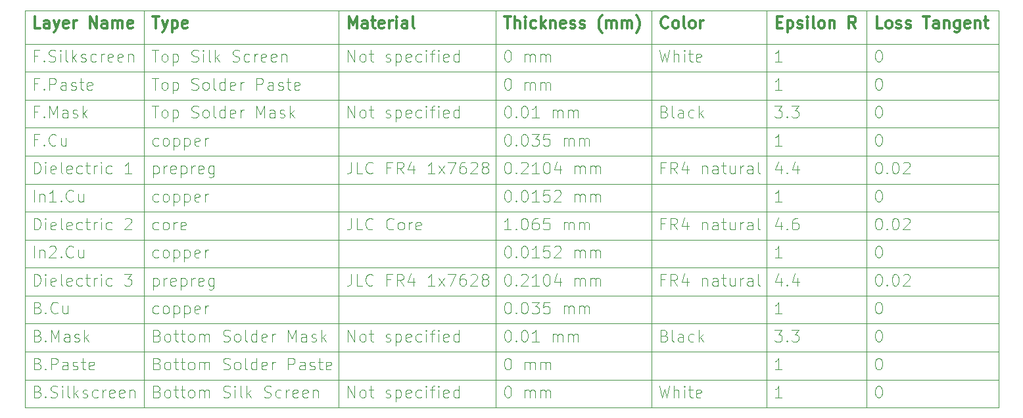
<source format=gbr>
%TF.GenerationSoftware,KiCad,Pcbnew,8.0.2-1*%
%TF.CreationDate,2024-05-21T19:25:56-04:00*%
%TF.ProjectId,checkpoint,63686563-6b70-46f6-996e-742e6b696361,v1.1*%
%TF.SameCoordinates,Original*%
%TF.FileFunction,Other,Comment*%
%FSLAX46Y46*%
G04 Gerber Fmt 4.6, Leading zero omitted, Abs format (unit mm)*
G04 Created by KiCad (PCBNEW 8.0.2-1) date 2024-05-21 19:25:56*
%MOMM*%
%LPD*%
G01*
G04 APERTURE LIST*
%ADD10C,0.100000*%
%ADD11C,0.300000*%
G04 APERTURE END LIST*
D10*
X-9140000Y-103940000D02*
X116259998Y-103940000D01*
X-9140000Y-85910000D02*
X116259998Y-85910000D01*
X-9140000Y-71486000D02*
X116259998Y-71486000D01*
X-9140000Y-67880000D02*
X116259998Y-67880000D01*
X86417139Y-56360000D02*
X86417139Y-107546000D01*
X-9140000Y-78698000D02*
X116259998Y-78698000D01*
X31317142Y-56360000D02*
X31317142Y-107546000D01*
X-9140000Y-96728000D02*
X116259998Y-96728000D01*
X-9140000Y-60668000D02*
X116259998Y-60668000D01*
X-9140000Y-100334000D02*
X116259998Y-100334000D01*
X99302854Y-56360000D02*
X99302854Y-107546000D01*
X-9140000Y-107546000D02*
X116259998Y-107546000D01*
X-9140000Y-89516000D02*
X116259998Y-89516000D01*
X6245714Y-56360000D02*
X6245714Y-107546000D01*
X-9140000Y-93122000D02*
X116259998Y-93122000D01*
X51531425Y-56360000D02*
X51531425Y-107546000D01*
X-9140000Y-64274000D02*
X116259998Y-64274000D01*
X-9140000Y-75092000D02*
X116259998Y-75092000D01*
X-9140000Y-56360000D02*
X116259998Y-56360000D01*
X71559997Y-56360000D02*
X71559997Y-107546000D01*
X116259998Y-56360000D02*
X116259998Y-107546000D01*
X-9140000Y-56360000D02*
X-9140000Y-107546000D01*
X-9140000Y-82304000D02*
X116259998Y-82304000D01*
X32490073Y-99044228D02*
X32490073Y-97544228D01*
X32490073Y-97544228D02*
X33347216Y-99044228D01*
X33347216Y-99044228D02*
X33347216Y-97544228D01*
X34275788Y-99044228D02*
X34132931Y-98972800D01*
X34132931Y-98972800D02*
X34061502Y-98901371D01*
X34061502Y-98901371D02*
X33990074Y-98758514D01*
X33990074Y-98758514D02*
X33990074Y-98329942D01*
X33990074Y-98329942D02*
X34061502Y-98187085D01*
X34061502Y-98187085D02*
X34132931Y-98115657D01*
X34132931Y-98115657D02*
X34275788Y-98044228D01*
X34275788Y-98044228D02*
X34490074Y-98044228D01*
X34490074Y-98044228D02*
X34632931Y-98115657D01*
X34632931Y-98115657D02*
X34704360Y-98187085D01*
X34704360Y-98187085D02*
X34775788Y-98329942D01*
X34775788Y-98329942D02*
X34775788Y-98758514D01*
X34775788Y-98758514D02*
X34704360Y-98901371D01*
X34704360Y-98901371D02*
X34632931Y-98972800D01*
X34632931Y-98972800D02*
X34490074Y-99044228D01*
X34490074Y-99044228D02*
X34275788Y-99044228D01*
X35204360Y-98044228D02*
X35775788Y-98044228D01*
X35418645Y-97544228D02*
X35418645Y-98829942D01*
X35418645Y-98829942D02*
X35490074Y-98972800D01*
X35490074Y-98972800D02*
X35632931Y-99044228D01*
X35632931Y-99044228D02*
X35775788Y-99044228D01*
X37347217Y-98972800D02*
X37490074Y-99044228D01*
X37490074Y-99044228D02*
X37775788Y-99044228D01*
X37775788Y-99044228D02*
X37918645Y-98972800D01*
X37918645Y-98972800D02*
X37990074Y-98829942D01*
X37990074Y-98829942D02*
X37990074Y-98758514D01*
X37990074Y-98758514D02*
X37918645Y-98615657D01*
X37918645Y-98615657D02*
X37775788Y-98544228D01*
X37775788Y-98544228D02*
X37561503Y-98544228D01*
X37561503Y-98544228D02*
X37418645Y-98472800D01*
X37418645Y-98472800D02*
X37347217Y-98329942D01*
X37347217Y-98329942D02*
X37347217Y-98258514D01*
X37347217Y-98258514D02*
X37418645Y-98115657D01*
X37418645Y-98115657D02*
X37561503Y-98044228D01*
X37561503Y-98044228D02*
X37775788Y-98044228D01*
X37775788Y-98044228D02*
X37918645Y-98115657D01*
X38632931Y-98044228D02*
X38632931Y-99544228D01*
X38632931Y-98115657D02*
X38775789Y-98044228D01*
X38775789Y-98044228D02*
X39061503Y-98044228D01*
X39061503Y-98044228D02*
X39204360Y-98115657D01*
X39204360Y-98115657D02*
X39275789Y-98187085D01*
X39275789Y-98187085D02*
X39347217Y-98329942D01*
X39347217Y-98329942D02*
X39347217Y-98758514D01*
X39347217Y-98758514D02*
X39275789Y-98901371D01*
X39275789Y-98901371D02*
X39204360Y-98972800D01*
X39204360Y-98972800D02*
X39061503Y-99044228D01*
X39061503Y-99044228D02*
X38775789Y-99044228D01*
X38775789Y-99044228D02*
X38632931Y-98972800D01*
X40561503Y-98972800D02*
X40418646Y-99044228D01*
X40418646Y-99044228D02*
X40132932Y-99044228D01*
X40132932Y-99044228D02*
X39990074Y-98972800D01*
X39990074Y-98972800D02*
X39918646Y-98829942D01*
X39918646Y-98829942D02*
X39918646Y-98258514D01*
X39918646Y-98258514D02*
X39990074Y-98115657D01*
X39990074Y-98115657D02*
X40132932Y-98044228D01*
X40132932Y-98044228D02*
X40418646Y-98044228D01*
X40418646Y-98044228D02*
X40561503Y-98115657D01*
X40561503Y-98115657D02*
X40632932Y-98258514D01*
X40632932Y-98258514D02*
X40632932Y-98401371D01*
X40632932Y-98401371D02*
X39918646Y-98544228D01*
X41918646Y-98972800D02*
X41775788Y-99044228D01*
X41775788Y-99044228D02*
X41490074Y-99044228D01*
X41490074Y-99044228D02*
X41347217Y-98972800D01*
X41347217Y-98972800D02*
X41275788Y-98901371D01*
X41275788Y-98901371D02*
X41204360Y-98758514D01*
X41204360Y-98758514D02*
X41204360Y-98329942D01*
X41204360Y-98329942D02*
X41275788Y-98187085D01*
X41275788Y-98187085D02*
X41347217Y-98115657D01*
X41347217Y-98115657D02*
X41490074Y-98044228D01*
X41490074Y-98044228D02*
X41775788Y-98044228D01*
X41775788Y-98044228D02*
X41918646Y-98115657D01*
X42561502Y-99044228D02*
X42561502Y-98044228D01*
X42561502Y-97544228D02*
X42490074Y-97615657D01*
X42490074Y-97615657D02*
X42561502Y-97687085D01*
X42561502Y-97687085D02*
X42632931Y-97615657D01*
X42632931Y-97615657D02*
X42561502Y-97544228D01*
X42561502Y-97544228D02*
X42561502Y-97687085D01*
X43061503Y-98044228D02*
X43632931Y-98044228D01*
X43275788Y-99044228D02*
X43275788Y-97758514D01*
X43275788Y-97758514D02*
X43347217Y-97615657D01*
X43347217Y-97615657D02*
X43490074Y-97544228D01*
X43490074Y-97544228D02*
X43632931Y-97544228D01*
X44132931Y-99044228D02*
X44132931Y-98044228D01*
X44132931Y-97544228D02*
X44061503Y-97615657D01*
X44061503Y-97615657D02*
X44132931Y-97687085D01*
X44132931Y-97687085D02*
X44204360Y-97615657D01*
X44204360Y-97615657D02*
X44132931Y-97544228D01*
X44132931Y-97544228D02*
X44132931Y-97687085D01*
X45418646Y-98972800D02*
X45275789Y-99044228D01*
X45275789Y-99044228D02*
X44990075Y-99044228D01*
X44990075Y-99044228D02*
X44847217Y-98972800D01*
X44847217Y-98972800D02*
X44775789Y-98829942D01*
X44775789Y-98829942D02*
X44775789Y-98258514D01*
X44775789Y-98258514D02*
X44847217Y-98115657D01*
X44847217Y-98115657D02*
X44990075Y-98044228D01*
X44990075Y-98044228D02*
X45275789Y-98044228D01*
X45275789Y-98044228D02*
X45418646Y-98115657D01*
X45418646Y-98115657D02*
X45490075Y-98258514D01*
X45490075Y-98258514D02*
X45490075Y-98401371D01*
X45490075Y-98401371D02*
X44775789Y-98544228D01*
X46775789Y-99044228D02*
X46775789Y-97544228D01*
X46775789Y-98972800D02*
X46632931Y-99044228D01*
X46632931Y-99044228D02*
X46347217Y-99044228D01*
X46347217Y-99044228D02*
X46204360Y-98972800D01*
X46204360Y-98972800D02*
X46132931Y-98901371D01*
X46132931Y-98901371D02*
X46061503Y-98758514D01*
X46061503Y-98758514D02*
X46061503Y-98329942D01*
X46061503Y-98329942D02*
X46132931Y-98187085D01*
X46132931Y-98187085D02*
X46204360Y-98115657D01*
X46204360Y-98115657D02*
X46347217Y-98044228D01*
X46347217Y-98044228D02*
X46632931Y-98044228D01*
X46632931Y-98044228D02*
X46775789Y-98115657D01*
X-7467069Y-69410514D02*
X-7967069Y-69410514D01*
X-7967069Y-70196228D02*
X-7967069Y-68696228D01*
X-7967069Y-68696228D02*
X-7252783Y-68696228D01*
X-6681355Y-70053371D02*
X-6609926Y-70124800D01*
X-6609926Y-70124800D02*
X-6681355Y-70196228D01*
X-6681355Y-70196228D02*
X-6752783Y-70124800D01*
X-6752783Y-70124800D02*
X-6681355Y-70053371D01*
X-6681355Y-70053371D02*
X-6681355Y-70196228D01*
X-5967069Y-70196228D02*
X-5967069Y-68696228D01*
X-5967069Y-68696228D02*
X-5467069Y-69767657D01*
X-5467069Y-69767657D02*
X-4967069Y-68696228D01*
X-4967069Y-68696228D02*
X-4967069Y-70196228D01*
X-3609925Y-70196228D02*
X-3609925Y-69410514D01*
X-3609925Y-69410514D02*
X-3681354Y-69267657D01*
X-3681354Y-69267657D02*
X-3824211Y-69196228D01*
X-3824211Y-69196228D02*
X-4109925Y-69196228D01*
X-4109925Y-69196228D02*
X-4252783Y-69267657D01*
X-3609925Y-70124800D02*
X-3752783Y-70196228D01*
X-3752783Y-70196228D02*
X-4109925Y-70196228D01*
X-4109925Y-70196228D02*
X-4252783Y-70124800D01*
X-4252783Y-70124800D02*
X-4324211Y-69981942D01*
X-4324211Y-69981942D02*
X-4324211Y-69839085D01*
X-4324211Y-69839085D02*
X-4252783Y-69696228D01*
X-4252783Y-69696228D02*
X-4109925Y-69624800D01*
X-4109925Y-69624800D02*
X-3752783Y-69624800D01*
X-3752783Y-69624800D02*
X-3609925Y-69553371D01*
X-2967068Y-70124800D02*
X-2824211Y-70196228D01*
X-2824211Y-70196228D02*
X-2538497Y-70196228D01*
X-2538497Y-70196228D02*
X-2395640Y-70124800D01*
X-2395640Y-70124800D02*
X-2324211Y-69981942D01*
X-2324211Y-69981942D02*
X-2324211Y-69910514D01*
X-2324211Y-69910514D02*
X-2395640Y-69767657D01*
X-2395640Y-69767657D02*
X-2538497Y-69696228D01*
X-2538497Y-69696228D02*
X-2752782Y-69696228D01*
X-2752782Y-69696228D02*
X-2895640Y-69624800D01*
X-2895640Y-69624800D02*
X-2967068Y-69481942D01*
X-2967068Y-69481942D02*
X-2967068Y-69410514D01*
X-2967068Y-69410514D02*
X-2895640Y-69267657D01*
X-2895640Y-69267657D02*
X-2752782Y-69196228D01*
X-2752782Y-69196228D02*
X-2538497Y-69196228D01*
X-2538497Y-69196228D02*
X-2395640Y-69267657D01*
X-1681354Y-70196228D02*
X-1681354Y-68696228D01*
X-1538496Y-69624800D02*
X-1109925Y-70196228D01*
X-1109925Y-69196228D02*
X-1681354Y-69767657D01*
X88232928Y-90832228D02*
X88232928Y-91832228D01*
X87875785Y-90260800D02*
X87518642Y-91332228D01*
X87518642Y-91332228D02*
X88447213Y-91332228D01*
X89018641Y-91689371D02*
X89090070Y-91760800D01*
X89090070Y-91760800D02*
X89018641Y-91832228D01*
X89018641Y-91832228D02*
X88947213Y-91760800D01*
X88947213Y-91760800D02*
X89018641Y-91689371D01*
X89018641Y-91689371D02*
X89018641Y-91832228D01*
X90375785Y-90832228D02*
X90375785Y-91832228D01*
X90018642Y-90260800D02*
X89661499Y-91332228D01*
X89661499Y-91332228D02*
X90590070Y-91332228D01*
X-7467069Y-105470514D02*
X-7252783Y-105541942D01*
X-7252783Y-105541942D02*
X-7181354Y-105613371D01*
X-7181354Y-105613371D02*
X-7109926Y-105756228D01*
X-7109926Y-105756228D02*
X-7109926Y-105970514D01*
X-7109926Y-105970514D02*
X-7181354Y-106113371D01*
X-7181354Y-106113371D02*
X-7252783Y-106184800D01*
X-7252783Y-106184800D02*
X-7395640Y-106256228D01*
X-7395640Y-106256228D02*
X-7967069Y-106256228D01*
X-7967069Y-106256228D02*
X-7967069Y-104756228D01*
X-7967069Y-104756228D02*
X-7467069Y-104756228D01*
X-7467069Y-104756228D02*
X-7324211Y-104827657D01*
X-7324211Y-104827657D02*
X-7252783Y-104899085D01*
X-7252783Y-104899085D02*
X-7181354Y-105041942D01*
X-7181354Y-105041942D02*
X-7181354Y-105184800D01*
X-7181354Y-105184800D02*
X-7252783Y-105327657D01*
X-7252783Y-105327657D02*
X-7324211Y-105399085D01*
X-7324211Y-105399085D02*
X-7467069Y-105470514D01*
X-7467069Y-105470514D02*
X-7967069Y-105470514D01*
X-6467069Y-106113371D02*
X-6395640Y-106184800D01*
X-6395640Y-106184800D02*
X-6467069Y-106256228D01*
X-6467069Y-106256228D02*
X-6538497Y-106184800D01*
X-6538497Y-106184800D02*
X-6467069Y-106113371D01*
X-6467069Y-106113371D02*
X-6467069Y-106256228D01*
X-5824211Y-106184800D02*
X-5609925Y-106256228D01*
X-5609925Y-106256228D02*
X-5252783Y-106256228D01*
X-5252783Y-106256228D02*
X-5109925Y-106184800D01*
X-5109925Y-106184800D02*
X-5038497Y-106113371D01*
X-5038497Y-106113371D02*
X-4967068Y-105970514D01*
X-4967068Y-105970514D02*
X-4967068Y-105827657D01*
X-4967068Y-105827657D02*
X-5038497Y-105684800D01*
X-5038497Y-105684800D02*
X-5109925Y-105613371D01*
X-5109925Y-105613371D02*
X-5252783Y-105541942D01*
X-5252783Y-105541942D02*
X-5538497Y-105470514D01*
X-5538497Y-105470514D02*
X-5681354Y-105399085D01*
X-5681354Y-105399085D02*
X-5752783Y-105327657D01*
X-5752783Y-105327657D02*
X-5824211Y-105184800D01*
X-5824211Y-105184800D02*
X-5824211Y-105041942D01*
X-5824211Y-105041942D02*
X-5752783Y-104899085D01*
X-5752783Y-104899085D02*
X-5681354Y-104827657D01*
X-5681354Y-104827657D02*
X-5538497Y-104756228D01*
X-5538497Y-104756228D02*
X-5181354Y-104756228D01*
X-5181354Y-104756228D02*
X-4967068Y-104827657D01*
X-4324212Y-106256228D02*
X-4324212Y-105256228D01*
X-4324212Y-104756228D02*
X-4395640Y-104827657D01*
X-4395640Y-104827657D02*
X-4324212Y-104899085D01*
X-4324212Y-104899085D02*
X-4252783Y-104827657D01*
X-4252783Y-104827657D02*
X-4324212Y-104756228D01*
X-4324212Y-104756228D02*
X-4324212Y-104899085D01*
X-3395640Y-106256228D02*
X-3538497Y-106184800D01*
X-3538497Y-106184800D02*
X-3609926Y-106041942D01*
X-3609926Y-106041942D02*
X-3609926Y-104756228D01*
X-2824212Y-106256228D02*
X-2824212Y-104756228D01*
X-2681354Y-105684800D02*
X-2252783Y-106256228D01*
X-2252783Y-105256228D02*
X-2824212Y-105827657D01*
X-1681354Y-106184800D02*
X-1538497Y-106256228D01*
X-1538497Y-106256228D02*
X-1252783Y-106256228D01*
X-1252783Y-106256228D02*
X-1109926Y-106184800D01*
X-1109926Y-106184800D02*
X-1038497Y-106041942D01*
X-1038497Y-106041942D02*
X-1038497Y-105970514D01*
X-1038497Y-105970514D02*
X-1109926Y-105827657D01*
X-1109926Y-105827657D02*
X-1252783Y-105756228D01*
X-1252783Y-105756228D02*
X-1467068Y-105756228D01*
X-1467068Y-105756228D02*
X-1609926Y-105684800D01*
X-1609926Y-105684800D02*
X-1681354Y-105541942D01*
X-1681354Y-105541942D02*
X-1681354Y-105470514D01*
X-1681354Y-105470514D02*
X-1609926Y-105327657D01*
X-1609926Y-105327657D02*
X-1467068Y-105256228D01*
X-1467068Y-105256228D02*
X-1252783Y-105256228D01*
X-1252783Y-105256228D02*
X-1109926Y-105327657D01*
X247218Y-106184800D02*
X104360Y-106256228D01*
X104360Y-106256228D02*
X-181354Y-106256228D01*
X-181354Y-106256228D02*
X-324211Y-106184800D01*
X-324211Y-106184800D02*
X-395640Y-106113371D01*
X-395640Y-106113371D02*
X-467068Y-105970514D01*
X-467068Y-105970514D02*
X-467068Y-105541942D01*
X-467068Y-105541942D02*
X-395640Y-105399085D01*
X-395640Y-105399085D02*
X-324211Y-105327657D01*
X-324211Y-105327657D02*
X-181354Y-105256228D01*
X-181354Y-105256228D02*
X104360Y-105256228D01*
X104360Y-105256228D02*
X247218Y-105327657D01*
X890074Y-106256228D02*
X890074Y-105256228D01*
X890074Y-105541942D02*
X961503Y-105399085D01*
X961503Y-105399085D02*
X1032932Y-105327657D01*
X1032932Y-105327657D02*
X1175789Y-105256228D01*
X1175789Y-105256228D02*
X1318646Y-105256228D01*
X2390074Y-106184800D02*
X2247217Y-106256228D01*
X2247217Y-106256228D02*
X1961503Y-106256228D01*
X1961503Y-106256228D02*
X1818645Y-106184800D01*
X1818645Y-106184800D02*
X1747217Y-106041942D01*
X1747217Y-106041942D02*
X1747217Y-105470514D01*
X1747217Y-105470514D02*
X1818645Y-105327657D01*
X1818645Y-105327657D02*
X1961503Y-105256228D01*
X1961503Y-105256228D02*
X2247217Y-105256228D01*
X2247217Y-105256228D02*
X2390074Y-105327657D01*
X2390074Y-105327657D02*
X2461503Y-105470514D01*
X2461503Y-105470514D02*
X2461503Y-105613371D01*
X2461503Y-105613371D02*
X1747217Y-105756228D01*
X3675788Y-106184800D02*
X3532931Y-106256228D01*
X3532931Y-106256228D02*
X3247217Y-106256228D01*
X3247217Y-106256228D02*
X3104359Y-106184800D01*
X3104359Y-106184800D02*
X3032931Y-106041942D01*
X3032931Y-106041942D02*
X3032931Y-105470514D01*
X3032931Y-105470514D02*
X3104359Y-105327657D01*
X3104359Y-105327657D02*
X3247217Y-105256228D01*
X3247217Y-105256228D02*
X3532931Y-105256228D01*
X3532931Y-105256228D02*
X3675788Y-105327657D01*
X3675788Y-105327657D02*
X3747217Y-105470514D01*
X3747217Y-105470514D02*
X3747217Y-105613371D01*
X3747217Y-105613371D02*
X3032931Y-105756228D01*
X4390073Y-105256228D02*
X4390073Y-106256228D01*
X4390073Y-105399085D02*
X4461502Y-105327657D01*
X4461502Y-105327657D02*
X4604359Y-105256228D01*
X4604359Y-105256228D02*
X4818645Y-105256228D01*
X4818645Y-105256228D02*
X4961502Y-105327657D01*
X4961502Y-105327657D02*
X5032931Y-105470514D01*
X5032931Y-105470514D02*
X5032931Y-106256228D01*
X52990071Y-86726228D02*
X53132928Y-86726228D01*
X53132928Y-86726228D02*
X53275785Y-86797657D01*
X53275785Y-86797657D02*
X53347214Y-86869085D01*
X53347214Y-86869085D02*
X53418642Y-87011942D01*
X53418642Y-87011942D02*
X53490071Y-87297657D01*
X53490071Y-87297657D02*
X53490071Y-87654800D01*
X53490071Y-87654800D02*
X53418642Y-87940514D01*
X53418642Y-87940514D02*
X53347214Y-88083371D01*
X53347214Y-88083371D02*
X53275785Y-88154800D01*
X53275785Y-88154800D02*
X53132928Y-88226228D01*
X53132928Y-88226228D02*
X52990071Y-88226228D01*
X52990071Y-88226228D02*
X52847214Y-88154800D01*
X52847214Y-88154800D02*
X52775785Y-88083371D01*
X52775785Y-88083371D02*
X52704356Y-87940514D01*
X52704356Y-87940514D02*
X52632928Y-87654800D01*
X52632928Y-87654800D02*
X52632928Y-87297657D01*
X52632928Y-87297657D02*
X52704356Y-87011942D01*
X52704356Y-87011942D02*
X52775785Y-86869085D01*
X52775785Y-86869085D02*
X52847214Y-86797657D01*
X52847214Y-86797657D02*
X52990071Y-86726228D01*
X54132927Y-88083371D02*
X54204356Y-88154800D01*
X54204356Y-88154800D02*
X54132927Y-88226228D01*
X54132927Y-88226228D02*
X54061499Y-88154800D01*
X54061499Y-88154800D02*
X54132927Y-88083371D01*
X54132927Y-88083371D02*
X54132927Y-88226228D01*
X55132928Y-86726228D02*
X55275785Y-86726228D01*
X55275785Y-86726228D02*
X55418642Y-86797657D01*
X55418642Y-86797657D02*
X55490071Y-86869085D01*
X55490071Y-86869085D02*
X55561499Y-87011942D01*
X55561499Y-87011942D02*
X55632928Y-87297657D01*
X55632928Y-87297657D02*
X55632928Y-87654800D01*
X55632928Y-87654800D02*
X55561499Y-87940514D01*
X55561499Y-87940514D02*
X55490071Y-88083371D01*
X55490071Y-88083371D02*
X55418642Y-88154800D01*
X55418642Y-88154800D02*
X55275785Y-88226228D01*
X55275785Y-88226228D02*
X55132928Y-88226228D01*
X55132928Y-88226228D02*
X54990071Y-88154800D01*
X54990071Y-88154800D02*
X54918642Y-88083371D01*
X54918642Y-88083371D02*
X54847213Y-87940514D01*
X54847213Y-87940514D02*
X54775785Y-87654800D01*
X54775785Y-87654800D02*
X54775785Y-87297657D01*
X54775785Y-87297657D02*
X54847213Y-87011942D01*
X54847213Y-87011942D02*
X54918642Y-86869085D01*
X54918642Y-86869085D02*
X54990071Y-86797657D01*
X54990071Y-86797657D02*
X55132928Y-86726228D01*
X57061499Y-88226228D02*
X56204356Y-88226228D01*
X56632927Y-88226228D02*
X56632927Y-86726228D01*
X56632927Y-86726228D02*
X56490070Y-86940514D01*
X56490070Y-86940514D02*
X56347213Y-87083371D01*
X56347213Y-87083371D02*
X56204356Y-87154800D01*
X58418641Y-86726228D02*
X57704355Y-86726228D01*
X57704355Y-86726228D02*
X57632927Y-87440514D01*
X57632927Y-87440514D02*
X57704355Y-87369085D01*
X57704355Y-87369085D02*
X57847213Y-87297657D01*
X57847213Y-87297657D02*
X58204355Y-87297657D01*
X58204355Y-87297657D02*
X58347213Y-87369085D01*
X58347213Y-87369085D02*
X58418641Y-87440514D01*
X58418641Y-87440514D02*
X58490070Y-87583371D01*
X58490070Y-87583371D02*
X58490070Y-87940514D01*
X58490070Y-87940514D02*
X58418641Y-88083371D01*
X58418641Y-88083371D02*
X58347213Y-88154800D01*
X58347213Y-88154800D02*
X58204355Y-88226228D01*
X58204355Y-88226228D02*
X57847213Y-88226228D01*
X57847213Y-88226228D02*
X57704355Y-88154800D01*
X57704355Y-88154800D02*
X57632927Y-88083371D01*
X59061498Y-86869085D02*
X59132926Y-86797657D01*
X59132926Y-86797657D02*
X59275784Y-86726228D01*
X59275784Y-86726228D02*
X59632926Y-86726228D01*
X59632926Y-86726228D02*
X59775784Y-86797657D01*
X59775784Y-86797657D02*
X59847212Y-86869085D01*
X59847212Y-86869085D02*
X59918641Y-87011942D01*
X59918641Y-87011942D02*
X59918641Y-87154800D01*
X59918641Y-87154800D02*
X59847212Y-87369085D01*
X59847212Y-87369085D02*
X58990069Y-88226228D01*
X58990069Y-88226228D02*
X59918641Y-88226228D01*
X61704354Y-88226228D02*
X61704354Y-87226228D01*
X61704354Y-87369085D02*
X61775783Y-87297657D01*
X61775783Y-87297657D02*
X61918640Y-87226228D01*
X61918640Y-87226228D02*
X62132926Y-87226228D01*
X62132926Y-87226228D02*
X62275783Y-87297657D01*
X62275783Y-87297657D02*
X62347212Y-87440514D01*
X62347212Y-87440514D02*
X62347212Y-88226228D01*
X62347212Y-87440514D02*
X62418640Y-87297657D01*
X62418640Y-87297657D02*
X62561497Y-87226228D01*
X62561497Y-87226228D02*
X62775783Y-87226228D01*
X62775783Y-87226228D02*
X62918640Y-87297657D01*
X62918640Y-87297657D02*
X62990069Y-87440514D01*
X62990069Y-87440514D02*
X62990069Y-88226228D01*
X63704354Y-88226228D02*
X63704354Y-87226228D01*
X63704354Y-87369085D02*
X63775783Y-87297657D01*
X63775783Y-87297657D02*
X63918640Y-87226228D01*
X63918640Y-87226228D02*
X64132926Y-87226228D01*
X64132926Y-87226228D02*
X64275783Y-87297657D01*
X64275783Y-87297657D02*
X64347212Y-87440514D01*
X64347212Y-87440514D02*
X64347212Y-88226228D01*
X64347212Y-87440514D02*
X64418640Y-87297657D01*
X64418640Y-87297657D02*
X64561497Y-87226228D01*
X64561497Y-87226228D02*
X64775783Y-87226228D01*
X64775783Y-87226228D02*
X64918640Y-87297657D01*
X64918640Y-87297657D02*
X64990069Y-87440514D01*
X64990069Y-87440514D02*
X64990069Y-88226228D01*
X100761500Y-86726228D02*
X100904357Y-86726228D01*
X100904357Y-86726228D02*
X101047214Y-86797657D01*
X101047214Y-86797657D02*
X101118643Y-86869085D01*
X101118643Y-86869085D02*
X101190071Y-87011942D01*
X101190071Y-87011942D02*
X101261500Y-87297657D01*
X101261500Y-87297657D02*
X101261500Y-87654800D01*
X101261500Y-87654800D02*
X101190071Y-87940514D01*
X101190071Y-87940514D02*
X101118643Y-88083371D01*
X101118643Y-88083371D02*
X101047214Y-88154800D01*
X101047214Y-88154800D02*
X100904357Y-88226228D01*
X100904357Y-88226228D02*
X100761500Y-88226228D01*
X100761500Y-88226228D02*
X100618643Y-88154800D01*
X100618643Y-88154800D02*
X100547214Y-88083371D01*
X100547214Y-88083371D02*
X100475785Y-87940514D01*
X100475785Y-87940514D02*
X100404357Y-87654800D01*
X100404357Y-87654800D02*
X100404357Y-87297657D01*
X100404357Y-87297657D02*
X100475785Y-87011942D01*
X100475785Y-87011942D02*
X100547214Y-86869085D01*
X100547214Y-86869085D02*
X100618643Y-86797657D01*
X100618643Y-86797657D02*
X100761500Y-86726228D01*
X88375785Y-73802228D02*
X87518642Y-73802228D01*
X87947213Y-73802228D02*
X87947213Y-72302228D01*
X87947213Y-72302228D02*
X87804356Y-72516514D01*
X87804356Y-72516514D02*
X87661499Y-72659371D01*
X87661499Y-72659371D02*
X87518642Y-72730800D01*
X88375785Y-88226228D02*
X87518642Y-88226228D01*
X87947213Y-88226228D02*
X87947213Y-86726228D01*
X87947213Y-86726228D02*
X87804356Y-86940514D01*
X87804356Y-86940514D02*
X87661499Y-87083371D01*
X87661499Y-87083371D02*
X87518642Y-87154800D01*
X100761500Y-72302228D02*
X100904357Y-72302228D01*
X100904357Y-72302228D02*
X101047214Y-72373657D01*
X101047214Y-72373657D02*
X101118643Y-72445085D01*
X101118643Y-72445085D02*
X101190071Y-72587942D01*
X101190071Y-72587942D02*
X101261500Y-72873657D01*
X101261500Y-72873657D02*
X101261500Y-73230800D01*
X101261500Y-73230800D02*
X101190071Y-73516514D01*
X101190071Y-73516514D02*
X101118643Y-73659371D01*
X101118643Y-73659371D02*
X101047214Y-73730800D01*
X101047214Y-73730800D02*
X100904357Y-73802228D01*
X100904357Y-73802228D02*
X100761500Y-73802228D01*
X100761500Y-73802228D02*
X100618643Y-73730800D01*
X100618643Y-73730800D02*
X100547214Y-73659371D01*
X100547214Y-73659371D02*
X100475785Y-73516514D01*
X100475785Y-73516514D02*
X100404357Y-73230800D01*
X100404357Y-73230800D02*
X100404357Y-72873657D01*
X100404357Y-72873657D02*
X100475785Y-72587942D01*
X100475785Y-72587942D02*
X100547214Y-72445085D01*
X100547214Y-72445085D02*
X100618643Y-72373657D01*
X100618643Y-72373657D02*
X100761500Y-72302228D01*
X7204360Y-61484228D02*
X8061503Y-61484228D01*
X7632931Y-62984228D02*
X7632931Y-61484228D01*
X8775788Y-62984228D02*
X8632931Y-62912800D01*
X8632931Y-62912800D02*
X8561502Y-62841371D01*
X8561502Y-62841371D02*
X8490074Y-62698514D01*
X8490074Y-62698514D02*
X8490074Y-62269942D01*
X8490074Y-62269942D02*
X8561502Y-62127085D01*
X8561502Y-62127085D02*
X8632931Y-62055657D01*
X8632931Y-62055657D02*
X8775788Y-61984228D01*
X8775788Y-61984228D02*
X8990074Y-61984228D01*
X8990074Y-61984228D02*
X9132931Y-62055657D01*
X9132931Y-62055657D02*
X9204360Y-62127085D01*
X9204360Y-62127085D02*
X9275788Y-62269942D01*
X9275788Y-62269942D02*
X9275788Y-62698514D01*
X9275788Y-62698514D02*
X9204360Y-62841371D01*
X9204360Y-62841371D02*
X9132931Y-62912800D01*
X9132931Y-62912800D02*
X8990074Y-62984228D01*
X8990074Y-62984228D02*
X8775788Y-62984228D01*
X9918645Y-61984228D02*
X9918645Y-63484228D01*
X9918645Y-62055657D02*
X10061503Y-61984228D01*
X10061503Y-61984228D02*
X10347217Y-61984228D01*
X10347217Y-61984228D02*
X10490074Y-62055657D01*
X10490074Y-62055657D02*
X10561503Y-62127085D01*
X10561503Y-62127085D02*
X10632931Y-62269942D01*
X10632931Y-62269942D02*
X10632931Y-62698514D01*
X10632931Y-62698514D02*
X10561503Y-62841371D01*
X10561503Y-62841371D02*
X10490074Y-62912800D01*
X10490074Y-62912800D02*
X10347217Y-62984228D01*
X10347217Y-62984228D02*
X10061503Y-62984228D01*
X10061503Y-62984228D02*
X9918645Y-62912800D01*
X12347217Y-62912800D02*
X12561503Y-62984228D01*
X12561503Y-62984228D02*
X12918645Y-62984228D01*
X12918645Y-62984228D02*
X13061503Y-62912800D01*
X13061503Y-62912800D02*
X13132931Y-62841371D01*
X13132931Y-62841371D02*
X13204360Y-62698514D01*
X13204360Y-62698514D02*
X13204360Y-62555657D01*
X13204360Y-62555657D02*
X13132931Y-62412800D01*
X13132931Y-62412800D02*
X13061503Y-62341371D01*
X13061503Y-62341371D02*
X12918645Y-62269942D01*
X12918645Y-62269942D02*
X12632931Y-62198514D01*
X12632931Y-62198514D02*
X12490074Y-62127085D01*
X12490074Y-62127085D02*
X12418645Y-62055657D01*
X12418645Y-62055657D02*
X12347217Y-61912800D01*
X12347217Y-61912800D02*
X12347217Y-61769942D01*
X12347217Y-61769942D02*
X12418645Y-61627085D01*
X12418645Y-61627085D02*
X12490074Y-61555657D01*
X12490074Y-61555657D02*
X12632931Y-61484228D01*
X12632931Y-61484228D02*
X12990074Y-61484228D01*
X12990074Y-61484228D02*
X13204360Y-61555657D01*
X13847216Y-62984228D02*
X13847216Y-61984228D01*
X13847216Y-61484228D02*
X13775788Y-61555657D01*
X13775788Y-61555657D02*
X13847216Y-61627085D01*
X13847216Y-61627085D02*
X13918645Y-61555657D01*
X13918645Y-61555657D02*
X13847216Y-61484228D01*
X13847216Y-61484228D02*
X13847216Y-61627085D01*
X14775788Y-62984228D02*
X14632931Y-62912800D01*
X14632931Y-62912800D02*
X14561502Y-62769942D01*
X14561502Y-62769942D02*
X14561502Y-61484228D01*
X15347216Y-62984228D02*
X15347216Y-61484228D01*
X15490074Y-62412800D02*
X15918645Y-62984228D01*
X15918645Y-61984228D02*
X15347216Y-62555657D01*
X17632931Y-62912800D02*
X17847217Y-62984228D01*
X17847217Y-62984228D02*
X18204359Y-62984228D01*
X18204359Y-62984228D02*
X18347217Y-62912800D01*
X18347217Y-62912800D02*
X18418645Y-62841371D01*
X18418645Y-62841371D02*
X18490074Y-62698514D01*
X18490074Y-62698514D02*
X18490074Y-62555657D01*
X18490074Y-62555657D02*
X18418645Y-62412800D01*
X18418645Y-62412800D02*
X18347217Y-62341371D01*
X18347217Y-62341371D02*
X18204359Y-62269942D01*
X18204359Y-62269942D02*
X17918645Y-62198514D01*
X17918645Y-62198514D02*
X17775788Y-62127085D01*
X17775788Y-62127085D02*
X17704359Y-62055657D01*
X17704359Y-62055657D02*
X17632931Y-61912800D01*
X17632931Y-61912800D02*
X17632931Y-61769942D01*
X17632931Y-61769942D02*
X17704359Y-61627085D01*
X17704359Y-61627085D02*
X17775788Y-61555657D01*
X17775788Y-61555657D02*
X17918645Y-61484228D01*
X17918645Y-61484228D02*
X18275788Y-61484228D01*
X18275788Y-61484228D02*
X18490074Y-61555657D01*
X19775788Y-62912800D02*
X19632930Y-62984228D01*
X19632930Y-62984228D02*
X19347216Y-62984228D01*
X19347216Y-62984228D02*
X19204359Y-62912800D01*
X19204359Y-62912800D02*
X19132930Y-62841371D01*
X19132930Y-62841371D02*
X19061502Y-62698514D01*
X19061502Y-62698514D02*
X19061502Y-62269942D01*
X19061502Y-62269942D02*
X19132930Y-62127085D01*
X19132930Y-62127085D02*
X19204359Y-62055657D01*
X19204359Y-62055657D02*
X19347216Y-61984228D01*
X19347216Y-61984228D02*
X19632930Y-61984228D01*
X19632930Y-61984228D02*
X19775788Y-62055657D01*
X20418644Y-62984228D02*
X20418644Y-61984228D01*
X20418644Y-62269942D02*
X20490073Y-62127085D01*
X20490073Y-62127085D02*
X20561502Y-62055657D01*
X20561502Y-62055657D02*
X20704359Y-61984228D01*
X20704359Y-61984228D02*
X20847216Y-61984228D01*
X21918644Y-62912800D02*
X21775787Y-62984228D01*
X21775787Y-62984228D02*
X21490073Y-62984228D01*
X21490073Y-62984228D02*
X21347215Y-62912800D01*
X21347215Y-62912800D02*
X21275787Y-62769942D01*
X21275787Y-62769942D02*
X21275787Y-62198514D01*
X21275787Y-62198514D02*
X21347215Y-62055657D01*
X21347215Y-62055657D02*
X21490073Y-61984228D01*
X21490073Y-61984228D02*
X21775787Y-61984228D01*
X21775787Y-61984228D02*
X21918644Y-62055657D01*
X21918644Y-62055657D02*
X21990073Y-62198514D01*
X21990073Y-62198514D02*
X21990073Y-62341371D01*
X21990073Y-62341371D02*
X21275787Y-62484228D01*
X23204358Y-62912800D02*
X23061501Y-62984228D01*
X23061501Y-62984228D02*
X22775787Y-62984228D01*
X22775787Y-62984228D02*
X22632929Y-62912800D01*
X22632929Y-62912800D02*
X22561501Y-62769942D01*
X22561501Y-62769942D02*
X22561501Y-62198514D01*
X22561501Y-62198514D02*
X22632929Y-62055657D01*
X22632929Y-62055657D02*
X22775787Y-61984228D01*
X22775787Y-61984228D02*
X23061501Y-61984228D01*
X23061501Y-61984228D02*
X23204358Y-62055657D01*
X23204358Y-62055657D02*
X23275787Y-62198514D01*
X23275787Y-62198514D02*
X23275787Y-62341371D01*
X23275787Y-62341371D02*
X22561501Y-62484228D01*
X23918643Y-61984228D02*
X23918643Y-62984228D01*
X23918643Y-62127085D02*
X23990072Y-62055657D01*
X23990072Y-62055657D02*
X24132929Y-61984228D01*
X24132929Y-61984228D02*
X24347215Y-61984228D01*
X24347215Y-61984228D02*
X24490072Y-62055657D01*
X24490072Y-62055657D02*
X24561501Y-62198514D01*
X24561501Y-62198514D02*
X24561501Y-62984228D01*
X7204360Y-65090228D02*
X8061503Y-65090228D01*
X7632931Y-66590228D02*
X7632931Y-65090228D01*
X8775788Y-66590228D02*
X8632931Y-66518800D01*
X8632931Y-66518800D02*
X8561502Y-66447371D01*
X8561502Y-66447371D02*
X8490074Y-66304514D01*
X8490074Y-66304514D02*
X8490074Y-65875942D01*
X8490074Y-65875942D02*
X8561502Y-65733085D01*
X8561502Y-65733085D02*
X8632931Y-65661657D01*
X8632931Y-65661657D02*
X8775788Y-65590228D01*
X8775788Y-65590228D02*
X8990074Y-65590228D01*
X8990074Y-65590228D02*
X9132931Y-65661657D01*
X9132931Y-65661657D02*
X9204360Y-65733085D01*
X9204360Y-65733085D02*
X9275788Y-65875942D01*
X9275788Y-65875942D02*
X9275788Y-66304514D01*
X9275788Y-66304514D02*
X9204360Y-66447371D01*
X9204360Y-66447371D02*
X9132931Y-66518800D01*
X9132931Y-66518800D02*
X8990074Y-66590228D01*
X8990074Y-66590228D02*
X8775788Y-66590228D01*
X9918645Y-65590228D02*
X9918645Y-67090228D01*
X9918645Y-65661657D02*
X10061503Y-65590228D01*
X10061503Y-65590228D02*
X10347217Y-65590228D01*
X10347217Y-65590228D02*
X10490074Y-65661657D01*
X10490074Y-65661657D02*
X10561503Y-65733085D01*
X10561503Y-65733085D02*
X10632931Y-65875942D01*
X10632931Y-65875942D02*
X10632931Y-66304514D01*
X10632931Y-66304514D02*
X10561503Y-66447371D01*
X10561503Y-66447371D02*
X10490074Y-66518800D01*
X10490074Y-66518800D02*
X10347217Y-66590228D01*
X10347217Y-66590228D02*
X10061503Y-66590228D01*
X10061503Y-66590228D02*
X9918645Y-66518800D01*
X12347217Y-66518800D02*
X12561503Y-66590228D01*
X12561503Y-66590228D02*
X12918645Y-66590228D01*
X12918645Y-66590228D02*
X13061503Y-66518800D01*
X13061503Y-66518800D02*
X13132931Y-66447371D01*
X13132931Y-66447371D02*
X13204360Y-66304514D01*
X13204360Y-66304514D02*
X13204360Y-66161657D01*
X13204360Y-66161657D02*
X13132931Y-66018800D01*
X13132931Y-66018800D02*
X13061503Y-65947371D01*
X13061503Y-65947371D02*
X12918645Y-65875942D01*
X12918645Y-65875942D02*
X12632931Y-65804514D01*
X12632931Y-65804514D02*
X12490074Y-65733085D01*
X12490074Y-65733085D02*
X12418645Y-65661657D01*
X12418645Y-65661657D02*
X12347217Y-65518800D01*
X12347217Y-65518800D02*
X12347217Y-65375942D01*
X12347217Y-65375942D02*
X12418645Y-65233085D01*
X12418645Y-65233085D02*
X12490074Y-65161657D01*
X12490074Y-65161657D02*
X12632931Y-65090228D01*
X12632931Y-65090228D02*
X12990074Y-65090228D01*
X12990074Y-65090228D02*
X13204360Y-65161657D01*
X14061502Y-66590228D02*
X13918645Y-66518800D01*
X13918645Y-66518800D02*
X13847216Y-66447371D01*
X13847216Y-66447371D02*
X13775788Y-66304514D01*
X13775788Y-66304514D02*
X13775788Y-65875942D01*
X13775788Y-65875942D02*
X13847216Y-65733085D01*
X13847216Y-65733085D02*
X13918645Y-65661657D01*
X13918645Y-65661657D02*
X14061502Y-65590228D01*
X14061502Y-65590228D02*
X14275788Y-65590228D01*
X14275788Y-65590228D02*
X14418645Y-65661657D01*
X14418645Y-65661657D02*
X14490074Y-65733085D01*
X14490074Y-65733085D02*
X14561502Y-65875942D01*
X14561502Y-65875942D02*
X14561502Y-66304514D01*
X14561502Y-66304514D02*
X14490074Y-66447371D01*
X14490074Y-66447371D02*
X14418645Y-66518800D01*
X14418645Y-66518800D02*
X14275788Y-66590228D01*
X14275788Y-66590228D02*
X14061502Y-66590228D01*
X15418645Y-66590228D02*
X15275788Y-66518800D01*
X15275788Y-66518800D02*
X15204359Y-66375942D01*
X15204359Y-66375942D02*
X15204359Y-65090228D01*
X16632931Y-66590228D02*
X16632931Y-65090228D01*
X16632931Y-66518800D02*
X16490073Y-66590228D01*
X16490073Y-66590228D02*
X16204359Y-66590228D01*
X16204359Y-66590228D02*
X16061502Y-66518800D01*
X16061502Y-66518800D02*
X15990073Y-66447371D01*
X15990073Y-66447371D02*
X15918645Y-66304514D01*
X15918645Y-66304514D02*
X15918645Y-65875942D01*
X15918645Y-65875942D02*
X15990073Y-65733085D01*
X15990073Y-65733085D02*
X16061502Y-65661657D01*
X16061502Y-65661657D02*
X16204359Y-65590228D01*
X16204359Y-65590228D02*
X16490073Y-65590228D01*
X16490073Y-65590228D02*
X16632931Y-65661657D01*
X17918645Y-66518800D02*
X17775788Y-66590228D01*
X17775788Y-66590228D02*
X17490074Y-66590228D01*
X17490074Y-66590228D02*
X17347216Y-66518800D01*
X17347216Y-66518800D02*
X17275788Y-66375942D01*
X17275788Y-66375942D02*
X17275788Y-65804514D01*
X17275788Y-65804514D02*
X17347216Y-65661657D01*
X17347216Y-65661657D02*
X17490074Y-65590228D01*
X17490074Y-65590228D02*
X17775788Y-65590228D01*
X17775788Y-65590228D02*
X17918645Y-65661657D01*
X17918645Y-65661657D02*
X17990074Y-65804514D01*
X17990074Y-65804514D02*
X17990074Y-65947371D01*
X17990074Y-65947371D02*
X17275788Y-66090228D01*
X18632930Y-66590228D02*
X18632930Y-65590228D01*
X18632930Y-65875942D02*
X18704359Y-65733085D01*
X18704359Y-65733085D02*
X18775788Y-65661657D01*
X18775788Y-65661657D02*
X18918645Y-65590228D01*
X18918645Y-65590228D02*
X19061502Y-65590228D01*
X20704358Y-66590228D02*
X20704358Y-65090228D01*
X20704358Y-65090228D02*
X21275787Y-65090228D01*
X21275787Y-65090228D02*
X21418644Y-65161657D01*
X21418644Y-65161657D02*
X21490073Y-65233085D01*
X21490073Y-65233085D02*
X21561501Y-65375942D01*
X21561501Y-65375942D02*
X21561501Y-65590228D01*
X21561501Y-65590228D02*
X21490073Y-65733085D01*
X21490073Y-65733085D02*
X21418644Y-65804514D01*
X21418644Y-65804514D02*
X21275787Y-65875942D01*
X21275787Y-65875942D02*
X20704358Y-65875942D01*
X22847216Y-66590228D02*
X22847216Y-65804514D01*
X22847216Y-65804514D02*
X22775787Y-65661657D01*
X22775787Y-65661657D02*
X22632930Y-65590228D01*
X22632930Y-65590228D02*
X22347216Y-65590228D01*
X22347216Y-65590228D02*
X22204358Y-65661657D01*
X22847216Y-66518800D02*
X22704358Y-66590228D01*
X22704358Y-66590228D02*
X22347216Y-66590228D01*
X22347216Y-66590228D02*
X22204358Y-66518800D01*
X22204358Y-66518800D02*
X22132930Y-66375942D01*
X22132930Y-66375942D02*
X22132930Y-66233085D01*
X22132930Y-66233085D02*
X22204358Y-66090228D01*
X22204358Y-66090228D02*
X22347216Y-66018800D01*
X22347216Y-66018800D02*
X22704358Y-66018800D01*
X22704358Y-66018800D02*
X22847216Y-65947371D01*
X23490073Y-66518800D02*
X23632930Y-66590228D01*
X23632930Y-66590228D02*
X23918644Y-66590228D01*
X23918644Y-66590228D02*
X24061501Y-66518800D01*
X24061501Y-66518800D02*
X24132930Y-66375942D01*
X24132930Y-66375942D02*
X24132930Y-66304514D01*
X24132930Y-66304514D02*
X24061501Y-66161657D01*
X24061501Y-66161657D02*
X23918644Y-66090228D01*
X23918644Y-66090228D02*
X23704359Y-66090228D01*
X23704359Y-66090228D02*
X23561501Y-66018800D01*
X23561501Y-66018800D02*
X23490073Y-65875942D01*
X23490073Y-65875942D02*
X23490073Y-65804514D01*
X23490073Y-65804514D02*
X23561501Y-65661657D01*
X23561501Y-65661657D02*
X23704359Y-65590228D01*
X23704359Y-65590228D02*
X23918644Y-65590228D01*
X23918644Y-65590228D02*
X24061501Y-65661657D01*
X24561502Y-65590228D02*
X25132930Y-65590228D01*
X24775787Y-65090228D02*
X24775787Y-66375942D01*
X24775787Y-66375942D02*
X24847216Y-66518800D01*
X24847216Y-66518800D02*
X24990073Y-66590228D01*
X24990073Y-66590228D02*
X25132930Y-66590228D01*
X26204359Y-66518800D02*
X26061502Y-66590228D01*
X26061502Y-66590228D02*
X25775788Y-66590228D01*
X25775788Y-66590228D02*
X25632930Y-66518800D01*
X25632930Y-66518800D02*
X25561502Y-66375942D01*
X25561502Y-66375942D02*
X25561502Y-65804514D01*
X25561502Y-65804514D02*
X25632930Y-65661657D01*
X25632930Y-65661657D02*
X25775788Y-65590228D01*
X25775788Y-65590228D02*
X26061502Y-65590228D01*
X26061502Y-65590228D02*
X26204359Y-65661657D01*
X26204359Y-65661657D02*
X26275788Y-65804514D01*
X26275788Y-65804514D02*
X26275788Y-65947371D01*
X26275788Y-65947371D02*
X25561502Y-66090228D01*
D11*
X73721650Y-58522971D02*
X73650222Y-58594400D01*
X73650222Y-58594400D02*
X73435936Y-58665828D01*
X73435936Y-58665828D02*
X73293079Y-58665828D01*
X73293079Y-58665828D02*
X73078793Y-58594400D01*
X73078793Y-58594400D02*
X72935936Y-58451542D01*
X72935936Y-58451542D02*
X72864507Y-58308685D01*
X72864507Y-58308685D02*
X72793079Y-58022971D01*
X72793079Y-58022971D02*
X72793079Y-57808685D01*
X72793079Y-57808685D02*
X72864507Y-57522971D01*
X72864507Y-57522971D02*
X72935936Y-57380114D01*
X72935936Y-57380114D02*
X73078793Y-57237257D01*
X73078793Y-57237257D02*
X73293079Y-57165828D01*
X73293079Y-57165828D02*
X73435936Y-57165828D01*
X73435936Y-57165828D02*
X73650222Y-57237257D01*
X73650222Y-57237257D02*
X73721650Y-57308685D01*
X74578793Y-58665828D02*
X74435936Y-58594400D01*
X74435936Y-58594400D02*
X74364507Y-58522971D01*
X74364507Y-58522971D02*
X74293079Y-58380114D01*
X74293079Y-58380114D02*
X74293079Y-57951542D01*
X74293079Y-57951542D02*
X74364507Y-57808685D01*
X74364507Y-57808685D02*
X74435936Y-57737257D01*
X74435936Y-57737257D02*
X74578793Y-57665828D01*
X74578793Y-57665828D02*
X74793079Y-57665828D01*
X74793079Y-57665828D02*
X74935936Y-57737257D01*
X74935936Y-57737257D02*
X75007365Y-57808685D01*
X75007365Y-57808685D02*
X75078793Y-57951542D01*
X75078793Y-57951542D02*
X75078793Y-58380114D01*
X75078793Y-58380114D02*
X75007365Y-58522971D01*
X75007365Y-58522971D02*
X74935936Y-58594400D01*
X74935936Y-58594400D02*
X74793079Y-58665828D01*
X74793079Y-58665828D02*
X74578793Y-58665828D01*
X75935936Y-58665828D02*
X75793079Y-58594400D01*
X75793079Y-58594400D02*
X75721650Y-58451542D01*
X75721650Y-58451542D02*
X75721650Y-57165828D01*
X76721650Y-58665828D02*
X76578793Y-58594400D01*
X76578793Y-58594400D02*
X76507364Y-58522971D01*
X76507364Y-58522971D02*
X76435936Y-58380114D01*
X76435936Y-58380114D02*
X76435936Y-57951542D01*
X76435936Y-57951542D02*
X76507364Y-57808685D01*
X76507364Y-57808685D02*
X76578793Y-57737257D01*
X76578793Y-57737257D02*
X76721650Y-57665828D01*
X76721650Y-57665828D02*
X76935936Y-57665828D01*
X76935936Y-57665828D02*
X77078793Y-57737257D01*
X77078793Y-57737257D02*
X77150222Y-57808685D01*
X77150222Y-57808685D02*
X77221650Y-57951542D01*
X77221650Y-57951542D02*
X77221650Y-58380114D01*
X77221650Y-58380114D02*
X77150222Y-58522971D01*
X77150222Y-58522971D02*
X77078793Y-58594400D01*
X77078793Y-58594400D02*
X76935936Y-58665828D01*
X76935936Y-58665828D02*
X76721650Y-58665828D01*
X77864507Y-58665828D02*
X77864507Y-57665828D01*
X77864507Y-57951542D02*
X77935936Y-57808685D01*
X77935936Y-57808685D02*
X78007365Y-57737257D01*
X78007365Y-57737257D02*
X78150222Y-57665828D01*
X78150222Y-57665828D02*
X78293079Y-57665828D01*
D10*
X73232928Y-98258514D02*
X73447214Y-98329942D01*
X73447214Y-98329942D02*
X73518643Y-98401371D01*
X73518643Y-98401371D02*
X73590071Y-98544228D01*
X73590071Y-98544228D02*
X73590071Y-98758514D01*
X73590071Y-98758514D02*
X73518643Y-98901371D01*
X73518643Y-98901371D02*
X73447214Y-98972800D01*
X73447214Y-98972800D02*
X73304357Y-99044228D01*
X73304357Y-99044228D02*
X72732928Y-99044228D01*
X72732928Y-99044228D02*
X72732928Y-97544228D01*
X72732928Y-97544228D02*
X73232928Y-97544228D01*
X73232928Y-97544228D02*
X73375786Y-97615657D01*
X73375786Y-97615657D02*
X73447214Y-97687085D01*
X73447214Y-97687085D02*
X73518643Y-97829942D01*
X73518643Y-97829942D02*
X73518643Y-97972800D01*
X73518643Y-97972800D02*
X73447214Y-98115657D01*
X73447214Y-98115657D02*
X73375786Y-98187085D01*
X73375786Y-98187085D02*
X73232928Y-98258514D01*
X73232928Y-98258514D02*
X72732928Y-98258514D01*
X74447214Y-99044228D02*
X74304357Y-98972800D01*
X74304357Y-98972800D02*
X74232928Y-98829942D01*
X74232928Y-98829942D02*
X74232928Y-97544228D01*
X75661500Y-99044228D02*
X75661500Y-98258514D01*
X75661500Y-98258514D02*
X75590071Y-98115657D01*
X75590071Y-98115657D02*
X75447214Y-98044228D01*
X75447214Y-98044228D02*
X75161500Y-98044228D01*
X75161500Y-98044228D02*
X75018642Y-98115657D01*
X75661500Y-98972800D02*
X75518642Y-99044228D01*
X75518642Y-99044228D02*
X75161500Y-99044228D01*
X75161500Y-99044228D02*
X75018642Y-98972800D01*
X75018642Y-98972800D02*
X74947214Y-98829942D01*
X74947214Y-98829942D02*
X74947214Y-98687085D01*
X74947214Y-98687085D02*
X75018642Y-98544228D01*
X75018642Y-98544228D02*
X75161500Y-98472800D01*
X75161500Y-98472800D02*
X75518642Y-98472800D01*
X75518642Y-98472800D02*
X75661500Y-98401371D01*
X77018643Y-98972800D02*
X76875785Y-99044228D01*
X76875785Y-99044228D02*
X76590071Y-99044228D01*
X76590071Y-99044228D02*
X76447214Y-98972800D01*
X76447214Y-98972800D02*
X76375785Y-98901371D01*
X76375785Y-98901371D02*
X76304357Y-98758514D01*
X76304357Y-98758514D02*
X76304357Y-98329942D01*
X76304357Y-98329942D02*
X76375785Y-98187085D01*
X76375785Y-98187085D02*
X76447214Y-98115657D01*
X76447214Y-98115657D02*
X76590071Y-98044228D01*
X76590071Y-98044228D02*
X76875785Y-98044228D01*
X76875785Y-98044228D02*
X77018643Y-98115657D01*
X77661499Y-99044228D02*
X77661499Y-97544228D01*
X77804357Y-98472800D02*
X78232928Y-99044228D01*
X78232928Y-98044228D02*
X77661499Y-98615657D01*
X87447213Y-97544228D02*
X88375785Y-97544228D01*
X88375785Y-97544228D02*
X87875785Y-98115657D01*
X87875785Y-98115657D02*
X88090070Y-98115657D01*
X88090070Y-98115657D02*
X88232928Y-98187085D01*
X88232928Y-98187085D02*
X88304356Y-98258514D01*
X88304356Y-98258514D02*
X88375785Y-98401371D01*
X88375785Y-98401371D02*
X88375785Y-98758514D01*
X88375785Y-98758514D02*
X88304356Y-98901371D01*
X88304356Y-98901371D02*
X88232928Y-98972800D01*
X88232928Y-98972800D02*
X88090070Y-99044228D01*
X88090070Y-99044228D02*
X87661499Y-99044228D01*
X87661499Y-99044228D02*
X87518642Y-98972800D01*
X87518642Y-98972800D02*
X87447213Y-98901371D01*
X89018641Y-98901371D02*
X89090070Y-98972800D01*
X89090070Y-98972800D02*
X89018641Y-99044228D01*
X89018641Y-99044228D02*
X88947213Y-98972800D01*
X88947213Y-98972800D02*
X89018641Y-98901371D01*
X89018641Y-98901371D02*
X89018641Y-99044228D01*
X89590070Y-97544228D02*
X90518642Y-97544228D01*
X90518642Y-97544228D02*
X90018642Y-98115657D01*
X90018642Y-98115657D02*
X90232927Y-98115657D01*
X90232927Y-98115657D02*
X90375785Y-98187085D01*
X90375785Y-98187085D02*
X90447213Y-98258514D01*
X90447213Y-98258514D02*
X90518642Y-98401371D01*
X90518642Y-98401371D02*
X90518642Y-98758514D01*
X90518642Y-98758514D02*
X90447213Y-98901371D01*
X90447213Y-98901371D02*
X90375785Y-98972800D01*
X90375785Y-98972800D02*
X90232927Y-99044228D01*
X90232927Y-99044228D02*
X89804356Y-99044228D01*
X89804356Y-99044228D02*
X89661499Y-98972800D01*
X89661499Y-98972800D02*
X89590070Y-98901371D01*
X32490073Y-106256228D02*
X32490073Y-104756228D01*
X32490073Y-104756228D02*
X33347216Y-106256228D01*
X33347216Y-106256228D02*
X33347216Y-104756228D01*
X34275788Y-106256228D02*
X34132931Y-106184800D01*
X34132931Y-106184800D02*
X34061502Y-106113371D01*
X34061502Y-106113371D02*
X33990074Y-105970514D01*
X33990074Y-105970514D02*
X33990074Y-105541942D01*
X33990074Y-105541942D02*
X34061502Y-105399085D01*
X34061502Y-105399085D02*
X34132931Y-105327657D01*
X34132931Y-105327657D02*
X34275788Y-105256228D01*
X34275788Y-105256228D02*
X34490074Y-105256228D01*
X34490074Y-105256228D02*
X34632931Y-105327657D01*
X34632931Y-105327657D02*
X34704360Y-105399085D01*
X34704360Y-105399085D02*
X34775788Y-105541942D01*
X34775788Y-105541942D02*
X34775788Y-105970514D01*
X34775788Y-105970514D02*
X34704360Y-106113371D01*
X34704360Y-106113371D02*
X34632931Y-106184800D01*
X34632931Y-106184800D02*
X34490074Y-106256228D01*
X34490074Y-106256228D02*
X34275788Y-106256228D01*
X35204360Y-105256228D02*
X35775788Y-105256228D01*
X35418645Y-104756228D02*
X35418645Y-106041942D01*
X35418645Y-106041942D02*
X35490074Y-106184800D01*
X35490074Y-106184800D02*
X35632931Y-106256228D01*
X35632931Y-106256228D02*
X35775788Y-106256228D01*
X37347217Y-106184800D02*
X37490074Y-106256228D01*
X37490074Y-106256228D02*
X37775788Y-106256228D01*
X37775788Y-106256228D02*
X37918645Y-106184800D01*
X37918645Y-106184800D02*
X37990074Y-106041942D01*
X37990074Y-106041942D02*
X37990074Y-105970514D01*
X37990074Y-105970514D02*
X37918645Y-105827657D01*
X37918645Y-105827657D02*
X37775788Y-105756228D01*
X37775788Y-105756228D02*
X37561503Y-105756228D01*
X37561503Y-105756228D02*
X37418645Y-105684800D01*
X37418645Y-105684800D02*
X37347217Y-105541942D01*
X37347217Y-105541942D02*
X37347217Y-105470514D01*
X37347217Y-105470514D02*
X37418645Y-105327657D01*
X37418645Y-105327657D02*
X37561503Y-105256228D01*
X37561503Y-105256228D02*
X37775788Y-105256228D01*
X37775788Y-105256228D02*
X37918645Y-105327657D01*
X38632931Y-105256228D02*
X38632931Y-106756228D01*
X38632931Y-105327657D02*
X38775789Y-105256228D01*
X38775789Y-105256228D02*
X39061503Y-105256228D01*
X39061503Y-105256228D02*
X39204360Y-105327657D01*
X39204360Y-105327657D02*
X39275789Y-105399085D01*
X39275789Y-105399085D02*
X39347217Y-105541942D01*
X39347217Y-105541942D02*
X39347217Y-105970514D01*
X39347217Y-105970514D02*
X39275789Y-106113371D01*
X39275789Y-106113371D02*
X39204360Y-106184800D01*
X39204360Y-106184800D02*
X39061503Y-106256228D01*
X39061503Y-106256228D02*
X38775789Y-106256228D01*
X38775789Y-106256228D02*
X38632931Y-106184800D01*
X40561503Y-106184800D02*
X40418646Y-106256228D01*
X40418646Y-106256228D02*
X40132932Y-106256228D01*
X40132932Y-106256228D02*
X39990074Y-106184800D01*
X39990074Y-106184800D02*
X39918646Y-106041942D01*
X39918646Y-106041942D02*
X39918646Y-105470514D01*
X39918646Y-105470514D02*
X39990074Y-105327657D01*
X39990074Y-105327657D02*
X40132932Y-105256228D01*
X40132932Y-105256228D02*
X40418646Y-105256228D01*
X40418646Y-105256228D02*
X40561503Y-105327657D01*
X40561503Y-105327657D02*
X40632932Y-105470514D01*
X40632932Y-105470514D02*
X40632932Y-105613371D01*
X40632932Y-105613371D02*
X39918646Y-105756228D01*
X41918646Y-106184800D02*
X41775788Y-106256228D01*
X41775788Y-106256228D02*
X41490074Y-106256228D01*
X41490074Y-106256228D02*
X41347217Y-106184800D01*
X41347217Y-106184800D02*
X41275788Y-106113371D01*
X41275788Y-106113371D02*
X41204360Y-105970514D01*
X41204360Y-105970514D02*
X41204360Y-105541942D01*
X41204360Y-105541942D02*
X41275788Y-105399085D01*
X41275788Y-105399085D02*
X41347217Y-105327657D01*
X41347217Y-105327657D02*
X41490074Y-105256228D01*
X41490074Y-105256228D02*
X41775788Y-105256228D01*
X41775788Y-105256228D02*
X41918646Y-105327657D01*
X42561502Y-106256228D02*
X42561502Y-105256228D01*
X42561502Y-104756228D02*
X42490074Y-104827657D01*
X42490074Y-104827657D02*
X42561502Y-104899085D01*
X42561502Y-104899085D02*
X42632931Y-104827657D01*
X42632931Y-104827657D02*
X42561502Y-104756228D01*
X42561502Y-104756228D02*
X42561502Y-104899085D01*
X43061503Y-105256228D02*
X43632931Y-105256228D01*
X43275788Y-106256228D02*
X43275788Y-104970514D01*
X43275788Y-104970514D02*
X43347217Y-104827657D01*
X43347217Y-104827657D02*
X43490074Y-104756228D01*
X43490074Y-104756228D02*
X43632931Y-104756228D01*
X44132931Y-106256228D02*
X44132931Y-105256228D01*
X44132931Y-104756228D02*
X44061503Y-104827657D01*
X44061503Y-104827657D02*
X44132931Y-104899085D01*
X44132931Y-104899085D02*
X44204360Y-104827657D01*
X44204360Y-104827657D02*
X44132931Y-104756228D01*
X44132931Y-104756228D02*
X44132931Y-104899085D01*
X45418646Y-106184800D02*
X45275789Y-106256228D01*
X45275789Y-106256228D02*
X44990075Y-106256228D01*
X44990075Y-106256228D02*
X44847217Y-106184800D01*
X44847217Y-106184800D02*
X44775789Y-106041942D01*
X44775789Y-106041942D02*
X44775789Y-105470514D01*
X44775789Y-105470514D02*
X44847217Y-105327657D01*
X44847217Y-105327657D02*
X44990075Y-105256228D01*
X44990075Y-105256228D02*
X45275789Y-105256228D01*
X45275789Y-105256228D02*
X45418646Y-105327657D01*
X45418646Y-105327657D02*
X45490075Y-105470514D01*
X45490075Y-105470514D02*
X45490075Y-105613371D01*
X45490075Y-105613371D02*
X44775789Y-105756228D01*
X46775789Y-106256228D02*
X46775789Y-104756228D01*
X46775789Y-106184800D02*
X46632931Y-106256228D01*
X46632931Y-106256228D02*
X46347217Y-106256228D01*
X46347217Y-106256228D02*
X46204360Y-106184800D01*
X46204360Y-106184800D02*
X46132931Y-106113371D01*
X46132931Y-106113371D02*
X46061503Y-105970514D01*
X46061503Y-105970514D02*
X46061503Y-105541942D01*
X46061503Y-105541942D02*
X46132931Y-105399085D01*
X46132931Y-105399085D02*
X46204360Y-105327657D01*
X46204360Y-105327657D02*
X46347217Y-105256228D01*
X46347217Y-105256228D02*
X46632931Y-105256228D01*
X46632931Y-105256228D02*
X46775789Y-105327657D01*
D11*
X101321650Y-58665828D02*
X100607364Y-58665828D01*
X100607364Y-58665828D02*
X100607364Y-57165828D01*
X102035936Y-58665828D02*
X101893079Y-58594400D01*
X101893079Y-58594400D02*
X101821650Y-58522971D01*
X101821650Y-58522971D02*
X101750222Y-58380114D01*
X101750222Y-58380114D02*
X101750222Y-57951542D01*
X101750222Y-57951542D02*
X101821650Y-57808685D01*
X101821650Y-57808685D02*
X101893079Y-57737257D01*
X101893079Y-57737257D02*
X102035936Y-57665828D01*
X102035936Y-57665828D02*
X102250222Y-57665828D01*
X102250222Y-57665828D02*
X102393079Y-57737257D01*
X102393079Y-57737257D02*
X102464508Y-57808685D01*
X102464508Y-57808685D02*
X102535936Y-57951542D01*
X102535936Y-57951542D02*
X102535936Y-58380114D01*
X102535936Y-58380114D02*
X102464508Y-58522971D01*
X102464508Y-58522971D02*
X102393079Y-58594400D01*
X102393079Y-58594400D02*
X102250222Y-58665828D01*
X102250222Y-58665828D02*
X102035936Y-58665828D01*
X103107365Y-58594400D02*
X103250222Y-58665828D01*
X103250222Y-58665828D02*
X103535936Y-58665828D01*
X103535936Y-58665828D02*
X103678793Y-58594400D01*
X103678793Y-58594400D02*
X103750222Y-58451542D01*
X103750222Y-58451542D02*
X103750222Y-58380114D01*
X103750222Y-58380114D02*
X103678793Y-58237257D01*
X103678793Y-58237257D02*
X103535936Y-58165828D01*
X103535936Y-58165828D02*
X103321651Y-58165828D01*
X103321651Y-58165828D02*
X103178793Y-58094400D01*
X103178793Y-58094400D02*
X103107365Y-57951542D01*
X103107365Y-57951542D02*
X103107365Y-57880114D01*
X103107365Y-57880114D02*
X103178793Y-57737257D01*
X103178793Y-57737257D02*
X103321651Y-57665828D01*
X103321651Y-57665828D02*
X103535936Y-57665828D01*
X103535936Y-57665828D02*
X103678793Y-57737257D01*
X104321651Y-58594400D02*
X104464508Y-58665828D01*
X104464508Y-58665828D02*
X104750222Y-58665828D01*
X104750222Y-58665828D02*
X104893079Y-58594400D01*
X104893079Y-58594400D02*
X104964508Y-58451542D01*
X104964508Y-58451542D02*
X104964508Y-58380114D01*
X104964508Y-58380114D02*
X104893079Y-58237257D01*
X104893079Y-58237257D02*
X104750222Y-58165828D01*
X104750222Y-58165828D02*
X104535937Y-58165828D01*
X104535937Y-58165828D02*
X104393079Y-58094400D01*
X104393079Y-58094400D02*
X104321651Y-57951542D01*
X104321651Y-57951542D02*
X104321651Y-57880114D01*
X104321651Y-57880114D02*
X104393079Y-57737257D01*
X104393079Y-57737257D02*
X104535937Y-57665828D01*
X104535937Y-57665828D02*
X104750222Y-57665828D01*
X104750222Y-57665828D02*
X104893079Y-57737257D01*
X106535937Y-57165828D02*
X107393080Y-57165828D01*
X106964508Y-58665828D02*
X106964508Y-57165828D01*
X108535937Y-58665828D02*
X108535937Y-57880114D01*
X108535937Y-57880114D02*
X108464508Y-57737257D01*
X108464508Y-57737257D02*
X108321651Y-57665828D01*
X108321651Y-57665828D02*
X108035937Y-57665828D01*
X108035937Y-57665828D02*
X107893079Y-57737257D01*
X108535937Y-58594400D02*
X108393079Y-58665828D01*
X108393079Y-58665828D02*
X108035937Y-58665828D01*
X108035937Y-58665828D02*
X107893079Y-58594400D01*
X107893079Y-58594400D02*
X107821651Y-58451542D01*
X107821651Y-58451542D02*
X107821651Y-58308685D01*
X107821651Y-58308685D02*
X107893079Y-58165828D01*
X107893079Y-58165828D02*
X108035937Y-58094400D01*
X108035937Y-58094400D02*
X108393079Y-58094400D01*
X108393079Y-58094400D02*
X108535937Y-58022971D01*
X109250222Y-57665828D02*
X109250222Y-58665828D01*
X109250222Y-57808685D02*
X109321651Y-57737257D01*
X109321651Y-57737257D02*
X109464508Y-57665828D01*
X109464508Y-57665828D02*
X109678794Y-57665828D01*
X109678794Y-57665828D02*
X109821651Y-57737257D01*
X109821651Y-57737257D02*
X109893080Y-57880114D01*
X109893080Y-57880114D02*
X109893080Y-58665828D01*
X111250223Y-57665828D02*
X111250223Y-58880114D01*
X111250223Y-58880114D02*
X111178794Y-59022971D01*
X111178794Y-59022971D02*
X111107365Y-59094400D01*
X111107365Y-59094400D02*
X110964508Y-59165828D01*
X110964508Y-59165828D02*
X110750223Y-59165828D01*
X110750223Y-59165828D02*
X110607365Y-59094400D01*
X111250223Y-58594400D02*
X111107365Y-58665828D01*
X111107365Y-58665828D02*
X110821651Y-58665828D01*
X110821651Y-58665828D02*
X110678794Y-58594400D01*
X110678794Y-58594400D02*
X110607365Y-58522971D01*
X110607365Y-58522971D02*
X110535937Y-58380114D01*
X110535937Y-58380114D02*
X110535937Y-57951542D01*
X110535937Y-57951542D02*
X110607365Y-57808685D01*
X110607365Y-57808685D02*
X110678794Y-57737257D01*
X110678794Y-57737257D02*
X110821651Y-57665828D01*
X110821651Y-57665828D02*
X111107365Y-57665828D01*
X111107365Y-57665828D02*
X111250223Y-57737257D01*
X112535937Y-58594400D02*
X112393080Y-58665828D01*
X112393080Y-58665828D02*
X112107366Y-58665828D01*
X112107366Y-58665828D02*
X111964508Y-58594400D01*
X111964508Y-58594400D02*
X111893080Y-58451542D01*
X111893080Y-58451542D02*
X111893080Y-57880114D01*
X111893080Y-57880114D02*
X111964508Y-57737257D01*
X111964508Y-57737257D02*
X112107366Y-57665828D01*
X112107366Y-57665828D02*
X112393080Y-57665828D01*
X112393080Y-57665828D02*
X112535937Y-57737257D01*
X112535937Y-57737257D02*
X112607366Y-57880114D01*
X112607366Y-57880114D02*
X112607366Y-58022971D01*
X112607366Y-58022971D02*
X111893080Y-58165828D01*
X113250222Y-57665828D02*
X113250222Y-58665828D01*
X113250222Y-57808685D02*
X113321651Y-57737257D01*
X113321651Y-57737257D02*
X113464508Y-57665828D01*
X113464508Y-57665828D02*
X113678794Y-57665828D01*
X113678794Y-57665828D02*
X113821651Y-57737257D01*
X113821651Y-57737257D02*
X113893080Y-57880114D01*
X113893080Y-57880114D02*
X113893080Y-58665828D01*
X114393080Y-57665828D02*
X114964508Y-57665828D01*
X114607365Y-57165828D02*
X114607365Y-58451542D01*
X114607365Y-58451542D02*
X114678794Y-58594400D01*
X114678794Y-58594400D02*
X114821651Y-58665828D01*
X114821651Y-58665828D02*
X114964508Y-58665828D01*
D10*
X-7467069Y-101864514D02*
X-7252783Y-101935942D01*
X-7252783Y-101935942D02*
X-7181354Y-102007371D01*
X-7181354Y-102007371D02*
X-7109926Y-102150228D01*
X-7109926Y-102150228D02*
X-7109926Y-102364514D01*
X-7109926Y-102364514D02*
X-7181354Y-102507371D01*
X-7181354Y-102507371D02*
X-7252783Y-102578800D01*
X-7252783Y-102578800D02*
X-7395640Y-102650228D01*
X-7395640Y-102650228D02*
X-7967069Y-102650228D01*
X-7967069Y-102650228D02*
X-7967069Y-101150228D01*
X-7967069Y-101150228D02*
X-7467069Y-101150228D01*
X-7467069Y-101150228D02*
X-7324211Y-101221657D01*
X-7324211Y-101221657D02*
X-7252783Y-101293085D01*
X-7252783Y-101293085D02*
X-7181354Y-101435942D01*
X-7181354Y-101435942D02*
X-7181354Y-101578800D01*
X-7181354Y-101578800D02*
X-7252783Y-101721657D01*
X-7252783Y-101721657D02*
X-7324211Y-101793085D01*
X-7324211Y-101793085D02*
X-7467069Y-101864514D01*
X-7467069Y-101864514D02*
X-7967069Y-101864514D01*
X-6467069Y-102507371D02*
X-6395640Y-102578800D01*
X-6395640Y-102578800D02*
X-6467069Y-102650228D01*
X-6467069Y-102650228D02*
X-6538497Y-102578800D01*
X-6538497Y-102578800D02*
X-6467069Y-102507371D01*
X-6467069Y-102507371D02*
X-6467069Y-102650228D01*
X-5752783Y-102650228D02*
X-5752783Y-101150228D01*
X-5752783Y-101150228D02*
X-5181354Y-101150228D01*
X-5181354Y-101150228D02*
X-5038497Y-101221657D01*
X-5038497Y-101221657D02*
X-4967068Y-101293085D01*
X-4967068Y-101293085D02*
X-4895640Y-101435942D01*
X-4895640Y-101435942D02*
X-4895640Y-101650228D01*
X-4895640Y-101650228D02*
X-4967068Y-101793085D01*
X-4967068Y-101793085D02*
X-5038497Y-101864514D01*
X-5038497Y-101864514D02*
X-5181354Y-101935942D01*
X-5181354Y-101935942D02*
X-5752783Y-101935942D01*
X-3609925Y-102650228D02*
X-3609925Y-101864514D01*
X-3609925Y-101864514D02*
X-3681354Y-101721657D01*
X-3681354Y-101721657D02*
X-3824211Y-101650228D01*
X-3824211Y-101650228D02*
X-4109925Y-101650228D01*
X-4109925Y-101650228D02*
X-4252783Y-101721657D01*
X-3609925Y-102578800D02*
X-3752783Y-102650228D01*
X-3752783Y-102650228D02*
X-4109925Y-102650228D01*
X-4109925Y-102650228D02*
X-4252783Y-102578800D01*
X-4252783Y-102578800D02*
X-4324211Y-102435942D01*
X-4324211Y-102435942D02*
X-4324211Y-102293085D01*
X-4324211Y-102293085D02*
X-4252783Y-102150228D01*
X-4252783Y-102150228D02*
X-4109925Y-102078800D01*
X-4109925Y-102078800D02*
X-3752783Y-102078800D01*
X-3752783Y-102078800D02*
X-3609925Y-102007371D01*
X-2967068Y-102578800D02*
X-2824211Y-102650228D01*
X-2824211Y-102650228D02*
X-2538497Y-102650228D01*
X-2538497Y-102650228D02*
X-2395640Y-102578800D01*
X-2395640Y-102578800D02*
X-2324211Y-102435942D01*
X-2324211Y-102435942D02*
X-2324211Y-102364514D01*
X-2324211Y-102364514D02*
X-2395640Y-102221657D01*
X-2395640Y-102221657D02*
X-2538497Y-102150228D01*
X-2538497Y-102150228D02*
X-2752782Y-102150228D01*
X-2752782Y-102150228D02*
X-2895640Y-102078800D01*
X-2895640Y-102078800D02*
X-2967068Y-101935942D01*
X-2967068Y-101935942D02*
X-2967068Y-101864514D01*
X-2967068Y-101864514D02*
X-2895640Y-101721657D01*
X-2895640Y-101721657D02*
X-2752782Y-101650228D01*
X-2752782Y-101650228D02*
X-2538497Y-101650228D01*
X-2538497Y-101650228D02*
X-2395640Y-101721657D01*
X-1895639Y-101650228D02*
X-1324211Y-101650228D01*
X-1681354Y-101150228D02*
X-1681354Y-102435942D01*
X-1681354Y-102435942D02*
X-1609925Y-102578800D01*
X-1609925Y-102578800D02*
X-1467068Y-102650228D01*
X-1467068Y-102650228D02*
X-1324211Y-102650228D01*
X-252782Y-102578800D02*
X-395639Y-102650228D01*
X-395639Y-102650228D02*
X-681353Y-102650228D01*
X-681353Y-102650228D02*
X-824211Y-102578800D01*
X-824211Y-102578800D02*
X-895639Y-102435942D01*
X-895639Y-102435942D02*
X-895639Y-101864514D01*
X-895639Y-101864514D02*
X-824211Y-101721657D01*
X-824211Y-101721657D02*
X-681353Y-101650228D01*
X-681353Y-101650228D02*
X-395639Y-101650228D01*
X-395639Y-101650228D02*
X-252782Y-101721657D01*
X-252782Y-101721657D02*
X-181353Y-101864514D01*
X-181353Y-101864514D02*
X-181353Y-102007371D01*
X-181353Y-102007371D02*
X-895639Y-102150228D01*
X52990071Y-97544228D02*
X53132928Y-97544228D01*
X53132928Y-97544228D02*
X53275785Y-97615657D01*
X53275785Y-97615657D02*
X53347214Y-97687085D01*
X53347214Y-97687085D02*
X53418642Y-97829942D01*
X53418642Y-97829942D02*
X53490071Y-98115657D01*
X53490071Y-98115657D02*
X53490071Y-98472800D01*
X53490071Y-98472800D02*
X53418642Y-98758514D01*
X53418642Y-98758514D02*
X53347214Y-98901371D01*
X53347214Y-98901371D02*
X53275785Y-98972800D01*
X53275785Y-98972800D02*
X53132928Y-99044228D01*
X53132928Y-99044228D02*
X52990071Y-99044228D01*
X52990071Y-99044228D02*
X52847214Y-98972800D01*
X52847214Y-98972800D02*
X52775785Y-98901371D01*
X52775785Y-98901371D02*
X52704356Y-98758514D01*
X52704356Y-98758514D02*
X52632928Y-98472800D01*
X52632928Y-98472800D02*
X52632928Y-98115657D01*
X52632928Y-98115657D02*
X52704356Y-97829942D01*
X52704356Y-97829942D02*
X52775785Y-97687085D01*
X52775785Y-97687085D02*
X52847214Y-97615657D01*
X52847214Y-97615657D02*
X52990071Y-97544228D01*
X54132927Y-98901371D02*
X54204356Y-98972800D01*
X54204356Y-98972800D02*
X54132927Y-99044228D01*
X54132927Y-99044228D02*
X54061499Y-98972800D01*
X54061499Y-98972800D02*
X54132927Y-98901371D01*
X54132927Y-98901371D02*
X54132927Y-99044228D01*
X55132928Y-97544228D02*
X55275785Y-97544228D01*
X55275785Y-97544228D02*
X55418642Y-97615657D01*
X55418642Y-97615657D02*
X55490071Y-97687085D01*
X55490071Y-97687085D02*
X55561499Y-97829942D01*
X55561499Y-97829942D02*
X55632928Y-98115657D01*
X55632928Y-98115657D02*
X55632928Y-98472800D01*
X55632928Y-98472800D02*
X55561499Y-98758514D01*
X55561499Y-98758514D02*
X55490071Y-98901371D01*
X55490071Y-98901371D02*
X55418642Y-98972800D01*
X55418642Y-98972800D02*
X55275785Y-99044228D01*
X55275785Y-99044228D02*
X55132928Y-99044228D01*
X55132928Y-99044228D02*
X54990071Y-98972800D01*
X54990071Y-98972800D02*
X54918642Y-98901371D01*
X54918642Y-98901371D02*
X54847213Y-98758514D01*
X54847213Y-98758514D02*
X54775785Y-98472800D01*
X54775785Y-98472800D02*
X54775785Y-98115657D01*
X54775785Y-98115657D02*
X54847213Y-97829942D01*
X54847213Y-97829942D02*
X54918642Y-97687085D01*
X54918642Y-97687085D02*
X54990071Y-97615657D01*
X54990071Y-97615657D02*
X55132928Y-97544228D01*
X57061499Y-99044228D02*
X56204356Y-99044228D01*
X56632927Y-99044228D02*
X56632927Y-97544228D01*
X56632927Y-97544228D02*
X56490070Y-97758514D01*
X56490070Y-97758514D02*
X56347213Y-97901371D01*
X56347213Y-97901371D02*
X56204356Y-97972800D01*
X58847212Y-99044228D02*
X58847212Y-98044228D01*
X58847212Y-98187085D02*
X58918641Y-98115657D01*
X58918641Y-98115657D02*
X59061498Y-98044228D01*
X59061498Y-98044228D02*
X59275784Y-98044228D01*
X59275784Y-98044228D02*
X59418641Y-98115657D01*
X59418641Y-98115657D02*
X59490070Y-98258514D01*
X59490070Y-98258514D02*
X59490070Y-99044228D01*
X59490070Y-98258514D02*
X59561498Y-98115657D01*
X59561498Y-98115657D02*
X59704355Y-98044228D01*
X59704355Y-98044228D02*
X59918641Y-98044228D01*
X59918641Y-98044228D02*
X60061498Y-98115657D01*
X60061498Y-98115657D02*
X60132927Y-98258514D01*
X60132927Y-98258514D02*
X60132927Y-99044228D01*
X60847212Y-99044228D02*
X60847212Y-98044228D01*
X60847212Y-98187085D02*
X60918641Y-98115657D01*
X60918641Y-98115657D02*
X61061498Y-98044228D01*
X61061498Y-98044228D02*
X61275784Y-98044228D01*
X61275784Y-98044228D02*
X61418641Y-98115657D01*
X61418641Y-98115657D02*
X61490070Y-98258514D01*
X61490070Y-98258514D02*
X61490070Y-99044228D01*
X61490070Y-98258514D02*
X61561498Y-98115657D01*
X61561498Y-98115657D02*
X61704355Y-98044228D01*
X61704355Y-98044228D02*
X61918641Y-98044228D01*
X61918641Y-98044228D02*
X62061498Y-98115657D01*
X62061498Y-98115657D02*
X62132927Y-98258514D01*
X62132927Y-98258514D02*
X62132927Y-99044228D01*
X73232928Y-69410514D02*
X73447214Y-69481942D01*
X73447214Y-69481942D02*
X73518643Y-69553371D01*
X73518643Y-69553371D02*
X73590071Y-69696228D01*
X73590071Y-69696228D02*
X73590071Y-69910514D01*
X73590071Y-69910514D02*
X73518643Y-70053371D01*
X73518643Y-70053371D02*
X73447214Y-70124800D01*
X73447214Y-70124800D02*
X73304357Y-70196228D01*
X73304357Y-70196228D02*
X72732928Y-70196228D01*
X72732928Y-70196228D02*
X72732928Y-68696228D01*
X72732928Y-68696228D02*
X73232928Y-68696228D01*
X73232928Y-68696228D02*
X73375786Y-68767657D01*
X73375786Y-68767657D02*
X73447214Y-68839085D01*
X73447214Y-68839085D02*
X73518643Y-68981942D01*
X73518643Y-68981942D02*
X73518643Y-69124800D01*
X73518643Y-69124800D02*
X73447214Y-69267657D01*
X73447214Y-69267657D02*
X73375786Y-69339085D01*
X73375786Y-69339085D02*
X73232928Y-69410514D01*
X73232928Y-69410514D02*
X72732928Y-69410514D01*
X74447214Y-70196228D02*
X74304357Y-70124800D01*
X74304357Y-70124800D02*
X74232928Y-69981942D01*
X74232928Y-69981942D02*
X74232928Y-68696228D01*
X75661500Y-70196228D02*
X75661500Y-69410514D01*
X75661500Y-69410514D02*
X75590071Y-69267657D01*
X75590071Y-69267657D02*
X75447214Y-69196228D01*
X75447214Y-69196228D02*
X75161500Y-69196228D01*
X75161500Y-69196228D02*
X75018642Y-69267657D01*
X75661500Y-70124800D02*
X75518642Y-70196228D01*
X75518642Y-70196228D02*
X75161500Y-70196228D01*
X75161500Y-70196228D02*
X75018642Y-70124800D01*
X75018642Y-70124800D02*
X74947214Y-69981942D01*
X74947214Y-69981942D02*
X74947214Y-69839085D01*
X74947214Y-69839085D02*
X75018642Y-69696228D01*
X75018642Y-69696228D02*
X75161500Y-69624800D01*
X75161500Y-69624800D02*
X75518642Y-69624800D01*
X75518642Y-69624800D02*
X75661500Y-69553371D01*
X77018643Y-70124800D02*
X76875785Y-70196228D01*
X76875785Y-70196228D02*
X76590071Y-70196228D01*
X76590071Y-70196228D02*
X76447214Y-70124800D01*
X76447214Y-70124800D02*
X76375785Y-70053371D01*
X76375785Y-70053371D02*
X76304357Y-69910514D01*
X76304357Y-69910514D02*
X76304357Y-69481942D01*
X76304357Y-69481942D02*
X76375785Y-69339085D01*
X76375785Y-69339085D02*
X76447214Y-69267657D01*
X76447214Y-69267657D02*
X76590071Y-69196228D01*
X76590071Y-69196228D02*
X76875785Y-69196228D01*
X76875785Y-69196228D02*
X77018643Y-69267657D01*
X77661499Y-70196228D02*
X77661499Y-68696228D01*
X77804357Y-69624800D02*
X78232928Y-70196228D01*
X78232928Y-69196228D02*
X77661499Y-69767657D01*
X32918645Y-75908228D02*
X32918645Y-76979657D01*
X32918645Y-76979657D02*
X32847216Y-77193942D01*
X32847216Y-77193942D02*
X32704359Y-77336800D01*
X32704359Y-77336800D02*
X32490073Y-77408228D01*
X32490073Y-77408228D02*
X32347216Y-77408228D01*
X34347216Y-77408228D02*
X33632930Y-77408228D01*
X33632930Y-77408228D02*
X33632930Y-75908228D01*
X35704359Y-77265371D02*
X35632931Y-77336800D01*
X35632931Y-77336800D02*
X35418645Y-77408228D01*
X35418645Y-77408228D02*
X35275788Y-77408228D01*
X35275788Y-77408228D02*
X35061502Y-77336800D01*
X35061502Y-77336800D02*
X34918645Y-77193942D01*
X34918645Y-77193942D02*
X34847216Y-77051085D01*
X34847216Y-77051085D02*
X34775788Y-76765371D01*
X34775788Y-76765371D02*
X34775788Y-76551085D01*
X34775788Y-76551085D02*
X34847216Y-76265371D01*
X34847216Y-76265371D02*
X34918645Y-76122514D01*
X34918645Y-76122514D02*
X35061502Y-75979657D01*
X35061502Y-75979657D02*
X35275788Y-75908228D01*
X35275788Y-75908228D02*
X35418645Y-75908228D01*
X35418645Y-75908228D02*
X35632931Y-75979657D01*
X35632931Y-75979657D02*
X35704359Y-76051085D01*
X37990073Y-76622514D02*
X37490073Y-76622514D01*
X37490073Y-77408228D02*
X37490073Y-75908228D01*
X37490073Y-75908228D02*
X38204359Y-75908228D01*
X39632930Y-77408228D02*
X39132930Y-76693942D01*
X38775787Y-77408228D02*
X38775787Y-75908228D01*
X38775787Y-75908228D02*
X39347216Y-75908228D01*
X39347216Y-75908228D02*
X39490073Y-75979657D01*
X39490073Y-75979657D02*
X39561502Y-76051085D01*
X39561502Y-76051085D02*
X39632930Y-76193942D01*
X39632930Y-76193942D02*
X39632930Y-76408228D01*
X39632930Y-76408228D02*
X39561502Y-76551085D01*
X39561502Y-76551085D02*
X39490073Y-76622514D01*
X39490073Y-76622514D02*
X39347216Y-76693942D01*
X39347216Y-76693942D02*
X38775787Y-76693942D01*
X40918645Y-76408228D02*
X40918645Y-77408228D01*
X40561502Y-75836800D02*
X40204359Y-76908228D01*
X40204359Y-76908228D02*
X41132930Y-76908228D01*
X43632930Y-77408228D02*
X42775787Y-77408228D01*
X43204358Y-77408228D02*
X43204358Y-75908228D01*
X43204358Y-75908228D02*
X43061501Y-76122514D01*
X43061501Y-76122514D02*
X42918644Y-76265371D01*
X42918644Y-76265371D02*
X42775787Y-76336800D01*
X44132929Y-77408228D02*
X44918644Y-76408228D01*
X44132929Y-76408228D02*
X44918644Y-77408228D01*
X45347215Y-75908228D02*
X46347215Y-75908228D01*
X46347215Y-75908228D02*
X45704358Y-77408228D01*
X47561501Y-75908228D02*
X47275786Y-75908228D01*
X47275786Y-75908228D02*
X47132929Y-75979657D01*
X47132929Y-75979657D02*
X47061501Y-76051085D01*
X47061501Y-76051085D02*
X46918643Y-76265371D01*
X46918643Y-76265371D02*
X46847215Y-76551085D01*
X46847215Y-76551085D02*
X46847215Y-77122514D01*
X46847215Y-77122514D02*
X46918643Y-77265371D01*
X46918643Y-77265371D02*
X46990072Y-77336800D01*
X46990072Y-77336800D02*
X47132929Y-77408228D01*
X47132929Y-77408228D02*
X47418643Y-77408228D01*
X47418643Y-77408228D02*
X47561501Y-77336800D01*
X47561501Y-77336800D02*
X47632929Y-77265371D01*
X47632929Y-77265371D02*
X47704358Y-77122514D01*
X47704358Y-77122514D02*
X47704358Y-76765371D01*
X47704358Y-76765371D02*
X47632929Y-76622514D01*
X47632929Y-76622514D02*
X47561501Y-76551085D01*
X47561501Y-76551085D02*
X47418643Y-76479657D01*
X47418643Y-76479657D02*
X47132929Y-76479657D01*
X47132929Y-76479657D02*
X46990072Y-76551085D01*
X46990072Y-76551085D02*
X46918643Y-76622514D01*
X46918643Y-76622514D02*
X46847215Y-76765371D01*
X48275786Y-76051085D02*
X48347214Y-75979657D01*
X48347214Y-75979657D02*
X48490072Y-75908228D01*
X48490072Y-75908228D02*
X48847214Y-75908228D01*
X48847214Y-75908228D02*
X48990072Y-75979657D01*
X48990072Y-75979657D02*
X49061500Y-76051085D01*
X49061500Y-76051085D02*
X49132929Y-76193942D01*
X49132929Y-76193942D02*
X49132929Y-76336800D01*
X49132929Y-76336800D02*
X49061500Y-76551085D01*
X49061500Y-76551085D02*
X48204357Y-77408228D01*
X48204357Y-77408228D02*
X49132929Y-77408228D01*
X49990071Y-76551085D02*
X49847214Y-76479657D01*
X49847214Y-76479657D02*
X49775785Y-76408228D01*
X49775785Y-76408228D02*
X49704357Y-76265371D01*
X49704357Y-76265371D02*
X49704357Y-76193942D01*
X49704357Y-76193942D02*
X49775785Y-76051085D01*
X49775785Y-76051085D02*
X49847214Y-75979657D01*
X49847214Y-75979657D02*
X49990071Y-75908228D01*
X49990071Y-75908228D02*
X50275785Y-75908228D01*
X50275785Y-75908228D02*
X50418643Y-75979657D01*
X50418643Y-75979657D02*
X50490071Y-76051085D01*
X50490071Y-76051085D02*
X50561500Y-76193942D01*
X50561500Y-76193942D02*
X50561500Y-76265371D01*
X50561500Y-76265371D02*
X50490071Y-76408228D01*
X50490071Y-76408228D02*
X50418643Y-76479657D01*
X50418643Y-76479657D02*
X50275785Y-76551085D01*
X50275785Y-76551085D02*
X49990071Y-76551085D01*
X49990071Y-76551085D02*
X49847214Y-76622514D01*
X49847214Y-76622514D02*
X49775785Y-76693942D01*
X49775785Y-76693942D02*
X49704357Y-76836800D01*
X49704357Y-76836800D02*
X49704357Y-77122514D01*
X49704357Y-77122514D02*
X49775785Y-77265371D01*
X49775785Y-77265371D02*
X49847214Y-77336800D01*
X49847214Y-77336800D02*
X49990071Y-77408228D01*
X49990071Y-77408228D02*
X50275785Y-77408228D01*
X50275785Y-77408228D02*
X50418643Y-77336800D01*
X50418643Y-77336800D02*
X50490071Y-77265371D01*
X50490071Y-77265371D02*
X50561500Y-77122514D01*
X50561500Y-77122514D02*
X50561500Y-76836800D01*
X50561500Y-76836800D02*
X50490071Y-76693942D01*
X50490071Y-76693942D02*
X50418643Y-76622514D01*
X50418643Y-76622514D02*
X50275785Y-76551085D01*
X8061503Y-95366800D02*
X7918645Y-95438228D01*
X7918645Y-95438228D02*
X7632931Y-95438228D01*
X7632931Y-95438228D02*
X7490074Y-95366800D01*
X7490074Y-95366800D02*
X7418645Y-95295371D01*
X7418645Y-95295371D02*
X7347217Y-95152514D01*
X7347217Y-95152514D02*
X7347217Y-94723942D01*
X7347217Y-94723942D02*
X7418645Y-94581085D01*
X7418645Y-94581085D02*
X7490074Y-94509657D01*
X7490074Y-94509657D02*
X7632931Y-94438228D01*
X7632931Y-94438228D02*
X7918645Y-94438228D01*
X7918645Y-94438228D02*
X8061503Y-94509657D01*
X8918645Y-95438228D02*
X8775788Y-95366800D01*
X8775788Y-95366800D02*
X8704359Y-95295371D01*
X8704359Y-95295371D02*
X8632931Y-95152514D01*
X8632931Y-95152514D02*
X8632931Y-94723942D01*
X8632931Y-94723942D02*
X8704359Y-94581085D01*
X8704359Y-94581085D02*
X8775788Y-94509657D01*
X8775788Y-94509657D02*
X8918645Y-94438228D01*
X8918645Y-94438228D02*
X9132931Y-94438228D01*
X9132931Y-94438228D02*
X9275788Y-94509657D01*
X9275788Y-94509657D02*
X9347217Y-94581085D01*
X9347217Y-94581085D02*
X9418645Y-94723942D01*
X9418645Y-94723942D02*
X9418645Y-95152514D01*
X9418645Y-95152514D02*
X9347217Y-95295371D01*
X9347217Y-95295371D02*
X9275788Y-95366800D01*
X9275788Y-95366800D02*
X9132931Y-95438228D01*
X9132931Y-95438228D02*
X8918645Y-95438228D01*
X10061502Y-94438228D02*
X10061502Y-95938228D01*
X10061502Y-94509657D02*
X10204360Y-94438228D01*
X10204360Y-94438228D02*
X10490074Y-94438228D01*
X10490074Y-94438228D02*
X10632931Y-94509657D01*
X10632931Y-94509657D02*
X10704360Y-94581085D01*
X10704360Y-94581085D02*
X10775788Y-94723942D01*
X10775788Y-94723942D02*
X10775788Y-95152514D01*
X10775788Y-95152514D02*
X10704360Y-95295371D01*
X10704360Y-95295371D02*
X10632931Y-95366800D01*
X10632931Y-95366800D02*
X10490074Y-95438228D01*
X10490074Y-95438228D02*
X10204360Y-95438228D01*
X10204360Y-95438228D02*
X10061502Y-95366800D01*
X11418645Y-94438228D02*
X11418645Y-95938228D01*
X11418645Y-94509657D02*
X11561503Y-94438228D01*
X11561503Y-94438228D02*
X11847217Y-94438228D01*
X11847217Y-94438228D02*
X11990074Y-94509657D01*
X11990074Y-94509657D02*
X12061503Y-94581085D01*
X12061503Y-94581085D02*
X12132931Y-94723942D01*
X12132931Y-94723942D02*
X12132931Y-95152514D01*
X12132931Y-95152514D02*
X12061503Y-95295371D01*
X12061503Y-95295371D02*
X11990074Y-95366800D01*
X11990074Y-95366800D02*
X11847217Y-95438228D01*
X11847217Y-95438228D02*
X11561503Y-95438228D01*
X11561503Y-95438228D02*
X11418645Y-95366800D01*
X13347217Y-95366800D02*
X13204360Y-95438228D01*
X13204360Y-95438228D02*
X12918646Y-95438228D01*
X12918646Y-95438228D02*
X12775788Y-95366800D01*
X12775788Y-95366800D02*
X12704360Y-95223942D01*
X12704360Y-95223942D02*
X12704360Y-94652514D01*
X12704360Y-94652514D02*
X12775788Y-94509657D01*
X12775788Y-94509657D02*
X12918646Y-94438228D01*
X12918646Y-94438228D02*
X13204360Y-94438228D01*
X13204360Y-94438228D02*
X13347217Y-94509657D01*
X13347217Y-94509657D02*
X13418646Y-94652514D01*
X13418646Y-94652514D02*
X13418646Y-94795371D01*
X13418646Y-94795371D02*
X12704360Y-94938228D01*
X14061502Y-95438228D02*
X14061502Y-94438228D01*
X14061502Y-94723942D02*
X14132931Y-94581085D01*
X14132931Y-94581085D02*
X14204360Y-94509657D01*
X14204360Y-94509657D02*
X14347217Y-94438228D01*
X14347217Y-94438228D02*
X14490074Y-94438228D01*
X-7967069Y-77408228D02*
X-7967069Y-75908228D01*
X-7967069Y-75908228D02*
X-7609926Y-75908228D01*
X-7609926Y-75908228D02*
X-7395640Y-75979657D01*
X-7395640Y-75979657D02*
X-7252783Y-76122514D01*
X-7252783Y-76122514D02*
X-7181354Y-76265371D01*
X-7181354Y-76265371D02*
X-7109926Y-76551085D01*
X-7109926Y-76551085D02*
X-7109926Y-76765371D01*
X-7109926Y-76765371D02*
X-7181354Y-77051085D01*
X-7181354Y-77051085D02*
X-7252783Y-77193942D01*
X-7252783Y-77193942D02*
X-7395640Y-77336800D01*
X-7395640Y-77336800D02*
X-7609926Y-77408228D01*
X-7609926Y-77408228D02*
X-7967069Y-77408228D01*
X-6467069Y-77408228D02*
X-6467069Y-76408228D01*
X-6467069Y-75908228D02*
X-6538497Y-75979657D01*
X-6538497Y-75979657D02*
X-6467069Y-76051085D01*
X-6467069Y-76051085D02*
X-6395640Y-75979657D01*
X-6395640Y-75979657D02*
X-6467069Y-75908228D01*
X-6467069Y-75908228D02*
X-6467069Y-76051085D01*
X-5181354Y-77336800D02*
X-5324211Y-77408228D01*
X-5324211Y-77408228D02*
X-5609925Y-77408228D01*
X-5609925Y-77408228D02*
X-5752783Y-77336800D01*
X-5752783Y-77336800D02*
X-5824211Y-77193942D01*
X-5824211Y-77193942D02*
X-5824211Y-76622514D01*
X-5824211Y-76622514D02*
X-5752783Y-76479657D01*
X-5752783Y-76479657D02*
X-5609925Y-76408228D01*
X-5609925Y-76408228D02*
X-5324211Y-76408228D01*
X-5324211Y-76408228D02*
X-5181354Y-76479657D01*
X-5181354Y-76479657D02*
X-5109925Y-76622514D01*
X-5109925Y-76622514D02*
X-5109925Y-76765371D01*
X-5109925Y-76765371D02*
X-5824211Y-76908228D01*
X-4252783Y-77408228D02*
X-4395640Y-77336800D01*
X-4395640Y-77336800D02*
X-4467069Y-77193942D01*
X-4467069Y-77193942D02*
X-4467069Y-75908228D01*
X-3109926Y-77336800D02*
X-3252783Y-77408228D01*
X-3252783Y-77408228D02*
X-3538497Y-77408228D01*
X-3538497Y-77408228D02*
X-3681355Y-77336800D01*
X-3681355Y-77336800D02*
X-3752783Y-77193942D01*
X-3752783Y-77193942D02*
X-3752783Y-76622514D01*
X-3752783Y-76622514D02*
X-3681355Y-76479657D01*
X-3681355Y-76479657D02*
X-3538497Y-76408228D01*
X-3538497Y-76408228D02*
X-3252783Y-76408228D01*
X-3252783Y-76408228D02*
X-3109926Y-76479657D01*
X-3109926Y-76479657D02*
X-3038497Y-76622514D01*
X-3038497Y-76622514D02*
X-3038497Y-76765371D01*
X-3038497Y-76765371D02*
X-3752783Y-76908228D01*
X-1752783Y-77336800D02*
X-1895641Y-77408228D01*
X-1895641Y-77408228D02*
X-2181355Y-77408228D01*
X-2181355Y-77408228D02*
X-2324212Y-77336800D01*
X-2324212Y-77336800D02*
X-2395641Y-77265371D01*
X-2395641Y-77265371D02*
X-2467069Y-77122514D01*
X-2467069Y-77122514D02*
X-2467069Y-76693942D01*
X-2467069Y-76693942D02*
X-2395641Y-76551085D01*
X-2395641Y-76551085D02*
X-2324212Y-76479657D01*
X-2324212Y-76479657D02*
X-2181355Y-76408228D01*
X-2181355Y-76408228D02*
X-1895641Y-76408228D01*
X-1895641Y-76408228D02*
X-1752783Y-76479657D01*
X-1324212Y-76408228D02*
X-752784Y-76408228D01*
X-1109927Y-75908228D02*
X-1109927Y-77193942D01*
X-1109927Y-77193942D02*
X-1038498Y-77336800D01*
X-1038498Y-77336800D02*
X-895641Y-77408228D01*
X-895641Y-77408228D02*
X-752784Y-77408228D01*
X-252784Y-77408228D02*
X-252784Y-76408228D01*
X-252784Y-76693942D02*
X-181355Y-76551085D01*
X-181355Y-76551085D02*
X-109926Y-76479657D01*
X-109926Y-76479657D02*
X32931Y-76408228D01*
X32931Y-76408228D02*
X175788Y-76408228D01*
X675787Y-77408228D02*
X675787Y-76408228D01*
X675787Y-75908228D02*
X604359Y-75979657D01*
X604359Y-75979657D02*
X675787Y-76051085D01*
X675787Y-76051085D02*
X747216Y-75979657D01*
X747216Y-75979657D02*
X675787Y-75908228D01*
X675787Y-75908228D02*
X675787Y-76051085D01*
X2032931Y-77336800D02*
X1890073Y-77408228D01*
X1890073Y-77408228D02*
X1604359Y-77408228D01*
X1604359Y-77408228D02*
X1461502Y-77336800D01*
X1461502Y-77336800D02*
X1390073Y-77265371D01*
X1390073Y-77265371D02*
X1318645Y-77122514D01*
X1318645Y-77122514D02*
X1318645Y-76693942D01*
X1318645Y-76693942D02*
X1390073Y-76551085D01*
X1390073Y-76551085D02*
X1461502Y-76479657D01*
X1461502Y-76479657D02*
X1604359Y-76408228D01*
X1604359Y-76408228D02*
X1890073Y-76408228D01*
X1890073Y-76408228D02*
X2032931Y-76479657D01*
X4604359Y-77408228D02*
X3747216Y-77408228D01*
X4175787Y-77408228D02*
X4175787Y-75908228D01*
X4175787Y-75908228D02*
X4032930Y-76122514D01*
X4032930Y-76122514D02*
X3890073Y-76265371D01*
X3890073Y-76265371D02*
X3747216Y-76336800D01*
X73232928Y-83834514D02*
X72732928Y-83834514D01*
X72732928Y-84620228D02*
X72732928Y-83120228D01*
X72732928Y-83120228D02*
X73447214Y-83120228D01*
X74875785Y-84620228D02*
X74375785Y-83905942D01*
X74018642Y-84620228D02*
X74018642Y-83120228D01*
X74018642Y-83120228D02*
X74590071Y-83120228D01*
X74590071Y-83120228D02*
X74732928Y-83191657D01*
X74732928Y-83191657D02*
X74804357Y-83263085D01*
X74804357Y-83263085D02*
X74875785Y-83405942D01*
X74875785Y-83405942D02*
X74875785Y-83620228D01*
X74875785Y-83620228D02*
X74804357Y-83763085D01*
X74804357Y-83763085D02*
X74732928Y-83834514D01*
X74732928Y-83834514D02*
X74590071Y-83905942D01*
X74590071Y-83905942D02*
X74018642Y-83905942D01*
X76161500Y-83620228D02*
X76161500Y-84620228D01*
X75804357Y-83048800D02*
X75447214Y-84120228D01*
X75447214Y-84120228D02*
X76375785Y-84120228D01*
X78090070Y-83620228D02*
X78090070Y-84620228D01*
X78090070Y-83763085D02*
X78161499Y-83691657D01*
X78161499Y-83691657D02*
X78304356Y-83620228D01*
X78304356Y-83620228D02*
X78518642Y-83620228D01*
X78518642Y-83620228D02*
X78661499Y-83691657D01*
X78661499Y-83691657D02*
X78732928Y-83834514D01*
X78732928Y-83834514D02*
X78732928Y-84620228D01*
X80090071Y-84620228D02*
X80090071Y-83834514D01*
X80090071Y-83834514D02*
X80018642Y-83691657D01*
X80018642Y-83691657D02*
X79875785Y-83620228D01*
X79875785Y-83620228D02*
X79590071Y-83620228D01*
X79590071Y-83620228D02*
X79447213Y-83691657D01*
X80090071Y-84548800D02*
X79947213Y-84620228D01*
X79947213Y-84620228D02*
X79590071Y-84620228D01*
X79590071Y-84620228D02*
X79447213Y-84548800D01*
X79447213Y-84548800D02*
X79375785Y-84405942D01*
X79375785Y-84405942D02*
X79375785Y-84263085D01*
X79375785Y-84263085D02*
X79447213Y-84120228D01*
X79447213Y-84120228D02*
X79590071Y-84048800D01*
X79590071Y-84048800D02*
X79947213Y-84048800D01*
X79947213Y-84048800D02*
X80090071Y-83977371D01*
X80590071Y-83620228D02*
X81161499Y-83620228D01*
X80804356Y-83120228D02*
X80804356Y-84405942D01*
X80804356Y-84405942D02*
X80875785Y-84548800D01*
X80875785Y-84548800D02*
X81018642Y-84620228D01*
X81018642Y-84620228D02*
X81161499Y-84620228D01*
X82304357Y-83620228D02*
X82304357Y-84620228D01*
X81661499Y-83620228D02*
X81661499Y-84405942D01*
X81661499Y-84405942D02*
X81732928Y-84548800D01*
X81732928Y-84548800D02*
X81875785Y-84620228D01*
X81875785Y-84620228D02*
X82090071Y-84620228D01*
X82090071Y-84620228D02*
X82232928Y-84548800D01*
X82232928Y-84548800D02*
X82304357Y-84477371D01*
X83018642Y-84620228D02*
X83018642Y-83620228D01*
X83018642Y-83905942D02*
X83090071Y-83763085D01*
X83090071Y-83763085D02*
X83161500Y-83691657D01*
X83161500Y-83691657D02*
X83304357Y-83620228D01*
X83304357Y-83620228D02*
X83447214Y-83620228D01*
X84590071Y-84620228D02*
X84590071Y-83834514D01*
X84590071Y-83834514D02*
X84518642Y-83691657D01*
X84518642Y-83691657D02*
X84375785Y-83620228D01*
X84375785Y-83620228D02*
X84090071Y-83620228D01*
X84090071Y-83620228D02*
X83947213Y-83691657D01*
X84590071Y-84548800D02*
X84447213Y-84620228D01*
X84447213Y-84620228D02*
X84090071Y-84620228D01*
X84090071Y-84620228D02*
X83947213Y-84548800D01*
X83947213Y-84548800D02*
X83875785Y-84405942D01*
X83875785Y-84405942D02*
X83875785Y-84263085D01*
X83875785Y-84263085D02*
X83947213Y-84120228D01*
X83947213Y-84120228D02*
X84090071Y-84048800D01*
X84090071Y-84048800D02*
X84447213Y-84048800D01*
X84447213Y-84048800D02*
X84590071Y-83977371D01*
X85518642Y-84620228D02*
X85375785Y-84548800D01*
X85375785Y-84548800D02*
X85304356Y-84405942D01*
X85304356Y-84405942D02*
X85304356Y-83120228D01*
X8061503Y-88154800D02*
X7918645Y-88226228D01*
X7918645Y-88226228D02*
X7632931Y-88226228D01*
X7632931Y-88226228D02*
X7490074Y-88154800D01*
X7490074Y-88154800D02*
X7418645Y-88083371D01*
X7418645Y-88083371D02*
X7347217Y-87940514D01*
X7347217Y-87940514D02*
X7347217Y-87511942D01*
X7347217Y-87511942D02*
X7418645Y-87369085D01*
X7418645Y-87369085D02*
X7490074Y-87297657D01*
X7490074Y-87297657D02*
X7632931Y-87226228D01*
X7632931Y-87226228D02*
X7918645Y-87226228D01*
X7918645Y-87226228D02*
X8061503Y-87297657D01*
X8918645Y-88226228D02*
X8775788Y-88154800D01*
X8775788Y-88154800D02*
X8704359Y-88083371D01*
X8704359Y-88083371D02*
X8632931Y-87940514D01*
X8632931Y-87940514D02*
X8632931Y-87511942D01*
X8632931Y-87511942D02*
X8704359Y-87369085D01*
X8704359Y-87369085D02*
X8775788Y-87297657D01*
X8775788Y-87297657D02*
X8918645Y-87226228D01*
X8918645Y-87226228D02*
X9132931Y-87226228D01*
X9132931Y-87226228D02*
X9275788Y-87297657D01*
X9275788Y-87297657D02*
X9347217Y-87369085D01*
X9347217Y-87369085D02*
X9418645Y-87511942D01*
X9418645Y-87511942D02*
X9418645Y-87940514D01*
X9418645Y-87940514D02*
X9347217Y-88083371D01*
X9347217Y-88083371D02*
X9275788Y-88154800D01*
X9275788Y-88154800D02*
X9132931Y-88226228D01*
X9132931Y-88226228D02*
X8918645Y-88226228D01*
X10061502Y-87226228D02*
X10061502Y-88726228D01*
X10061502Y-87297657D02*
X10204360Y-87226228D01*
X10204360Y-87226228D02*
X10490074Y-87226228D01*
X10490074Y-87226228D02*
X10632931Y-87297657D01*
X10632931Y-87297657D02*
X10704360Y-87369085D01*
X10704360Y-87369085D02*
X10775788Y-87511942D01*
X10775788Y-87511942D02*
X10775788Y-87940514D01*
X10775788Y-87940514D02*
X10704360Y-88083371D01*
X10704360Y-88083371D02*
X10632931Y-88154800D01*
X10632931Y-88154800D02*
X10490074Y-88226228D01*
X10490074Y-88226228D02*
X10204360Y-88226228D01*
X10204360Y-88226228D02*
X10061502Y-88154800D01*
X11418645Y-87226228D02*
X11418645Y-88726228D01*
X11418645Y-87297657D02*
X11561503Y-87226228D01*
X11561503Y-87226228D02*
X11847217Y-87226228D01*
X11847217Y-87226228D02*
X11990074Y-87297657D01*
X11990074Y-87297657D02*
X12061503Y-87369085D01*
X12061503Y-87369085D02*
X12132931Y-87511942D01*
X12132931Y-87511942D02*
X12132931Y-87940514D01*
X12132931Y-87940514D02*
X12061503Y-88083371D01*
X12061503Y-88083371D02*
X11990074Y-88154800D01*
X11990074Y-88154800D02*
X11847217Y-88226228D01*
X11847217Y-88226228D02*
X11561503Y-88226228D01*
X11561503Y-88226228D02*
X11418645Y-88154800D01*
X13347217Y-88154800D02*
X13204360Y-88226228D01*
X13204360Y-88226228D02*
X12918646Y-88226228D01*
X12918646Y-88226228D02*
X12775788Y-88154800D01*
X12775788Y-88154800D02*
X12704360Y-88011942D01*
X12704360Y-88011942D02*
X12704360Y-87440514D01*
X12704360Y-87440514D02*
X12775788Y-87297657D01*
X12775788Y-87297657D02*
X12918646Y-87226228D01*
X12918646Y-87226228D02*
X13204360Y-87226228D01*
X13204360Y-87226228D02*
X13347217Y-87297657D01*
X13347217Y-87297657D02*
X13418646Y-87440514D01*
X13418646Y-87440514D02*
X13418646Y-87583371D01*
X13418646Y-87583371D02*
X12704360Y-87726228D01*
X14061502Y-88226228D02*
X14061502Y-87226228D01*
X14061502Y-87511942D02*
X14132931Y-87369085D01*
X14132931Y-87369085D02*
X14204360Y-87297657D01*
X14204360Y-87297657D02*
X14347217Y-87226228D01*
X14347217Y-87226228D02*
X14490074Y-87226228D01*
X88375785Y-106256228D02*
X87518642Y-106256228D01*
X87947213Y-106256228D02*
X87947213Y-104756228D01*
X87947213Y-104756228D02*
X87804356Y-104970514D01*
X87804356Y-104970514D02*
X87661499Y-105113371D01*
X87661499Y-105113371D02*
X87518642Y-105184800D01*
X88375785Y-95438228D02*
X87518642Y-95438228D01*
X87947213Y-95438228D02*
X87947213Y-93938228D01*
X87947213Y-93938228D02*
X87804356Y-94152514D01*
X87804356Y-94152514D02*
X87661499Y-94295371D01*
X87661499Y-94295371D02*
X87518642Y-94366800D01*
X-7967069Y-91832228D02*
X-7967069Y-90332228D01*
X-7967069Y-90332228D02*
X-7609926Y-90332228D01*
X-7609926Y-90332228D02*
X-7395640Y-90403657D01*
X-7395640Y-90403657D02*
X-7252783Y-90546514D01*
X-7252783Y-90546514D02*
X-7181354Y-90689371D01*
X-7181354Y-90689371D02*
X-7109926Y-90975085D01*
X-7109926Y-90975085D02*
X-7109926Y-91189371D01*
X-7109926Y-91189371D02*
X-7181354Y-91475085D01*
X-7181354Y-91475085D02*
X-7252783Y-91617942D01*
X-7252783Y-91617942D02*
X-7395640Y-91760800D01*
X-7395640Y-91760800D02*
X-7609926Y-91832228D01*
X-7609926Y-91832228D02*
X-7967069Y-91832228D01*
X-6467069Y-91832228D02*
X-6467069Y-90832228D01*
X-6467069Y-90332228D02*
X-6538497Y-90403657D01*
X-6538497Y-90403657D02*
X-6467069Y-90475085D01*
X-6467069Y-90475085D02*
X-6395640Y-90403657D01*
X-6395640Y-90403657D02*
X-6467069Y-90332228D01*
X-6467069Y-90332228D02*
X-6467069Y-90475085D01*
X-5181354Y-91760800D02*
X-5324211Y-91832228D01*
X-5324211Y-91832228D02*
X-5609925Y-91832228D01*
X-5609925Y-91832228D02*
X-5752783Y-91760800D01*
X-5752783Y-91760800D02*
X-5824211Y-91617942D01*
X-5824211Y-91617942D02*
X-5824211Y-91046514D01*
X-5824211Y-91046514D02*
X-5752783Y-90903657D01*
X-5752783Y-90903657D02*
X-5609925Y-90832228D01*
X-5609925Y-90832228D02*
X-5324211Y-90832228D01*
X-5324211Y-90832228D02*
X-5181354Y-90903657D01*
X-5181354Y-90903657D02*
X-5109925Y-91046514D01*
X-5109925Y-91046514D02*
X-5109925Y-91189371D01*
X-5109925Y-91189371D02*
X-5824211Y-91332228D01*
X-4252783Y-91832228D02*
X-4395640Y-91760800D01*
X-4395640Y-91760800D02*
X-4467069Y-91617942D01*
X-4467069Y-91617942D02*
X-4467069Y-90332228D01*
X-3109926Y-91760800D02*
X-3252783Y-91832228D01*
X-3252783Y-91832228D02*
X-3538497Y-91832228D01*
X-3538497Y-91832228D02*
X-3681355Y-91760800D01*
X-3681355Y-91760800D02*
X-3752783Y-91617942D01*
X-3752783Y-91617942D02*
X-3752783Y-91046514D01*
X-3752783Y-91046514D02*
X-3681355Y-90903657D01*
X-3681355Y-90903657D02*
X-3538497Y-90832228D01*
X-3538497Y-90832228D02*
X-3252783Y-90832228D01*
X-3252783Y-90832228D02*
X-3109926Y-90903657D01*
X-3109926Y-90903657D02*
X-3038497Y-91046514D01*
X-3038497Y-91046514D02*
X-3038497Y-91189371D01*
X-3038497Y-91189371D02*
X-3752783Y-91332228D01*
X-1752783Y-91760800D02*
X-1895641Y-91832228D01*
X-1895641Y-91832228D02*
X-2181355Y-91832228D01*
X-2181355Y-91832228D02*
X-2324212Y-91760800D01*
X-2324212Y-91760800D02*
X-2395641Y-91689371D01*
X-2395641Y-91689371D02*
X-2467069Y-91546514D01*
X-2467069Y-91546514D02*
X-2467069Y-91117942D01*
X-2467069Y-91117942D02*
X-2395641Y-90975085D01*
X-2395641Y-90975085D02*
X-2324212Y-90903657D01*
X-2324212Y-90903657D02*
X-2181355Y-90832228D01*
X-2181355Y-90832228D02*
X-1895641Y-90832228D01*
X-1895641Y-90832228D02*
X-1752783Y-90903657D01*
X-1324212Y-90832228D02*
X-752784Y-90832228D01*
X-1109927Y-90332228D02*
X-1109927Y-91617942D01*
X-1109927Y-91617942D02*
X-1038498Y-91760800D01*
X-1038498Y-91760800D02*
X-895641Y-91832228D01*
X-895641Y-91832228D02*
X-752784Y-91832228D01*
X-252784Y-91832228D02*
X-252784Y-90832228D01*
X-252784Y-91117942D02*
X-181355Y-90975085D01*
X-181355Y-90975085D02*
X-109926Y-90903657D01*
X-109926Y-90903657D02*
X32931Y-90832228D01*
X32931Y-90832228D02*
X175788Y-90832228D01*
X675787Y-91832228D02*
X675787Y-90832228D01*
X675787Y-90332228D02*
X604359Y-90403657D01*
X604359Y-90403657D02*
X675787Y-90475085D01*
X675787Y-90475085D02*
X747216Y-90403657D01*
X747216Y-90403657D02*
X675787Y-90332228D01*
X675787Y-90332228D02*
X675787Y-90475085D01*
X2032931Y-91760800D02*
X1890073Y-91832228D01*
X1890073Y-91832228D02*
X1604359Y-91832228D01*
X1604359Y-91832228D02*
X1461502Y-91760800D01*
X1461502Y-91760800D02*
X1390073Y-91689371D01*
X1390073Y-91689371D02*
X1318645Y-91546514D01*
X1318645Y-91546514D02*
X1318645Y-91117942D01*
X1318645Y-91117942D02*
X1390073Y-90975085D01*
X1390073Y-90975085D02*
X1461502Y-90903657D01*
X1461502Y-90903657D02*
X1604359Y-90832228D01*
X1604359Y-90832228D02*
X1890073Y-90832228D01*
X1890073Y-90832228D02*
X2032931Y-90903657D01*
X3675787Y-90332228D02*
X4604359Y-90332228D01*
X4604359Y-90332228D02*
X4104359Y-90903657D01*
X4104359Y-90903657D02*
X4318644Y-90903657D01*
X4318644Y-90903657D02*
X4461502Y-90975085D01*
X4461502Y-90975085D02*
X4532930Y-91046514D01*
X4532930Y-91046514D02*
X4604359Y-91189371D01*
X4604359Y-91189371D02*
X4604359Y-91546514D01*
X4604359Y-91546514D02*
X4532930Y-91689371D01*
X4532930Y-91689371D02*
X4461502Y-91760800D01*
X4461502Y-91760800D02*
X4318644Y-91832228D01*
X4318644Y-91832228D02*
X3890073Y-91832228D01*
X3890073Y-91832228D02*
X3747216Y-91760800D01*
X3747216Y-91760800D02*
X3675787Y-91689371D01*
X100761500Y-75908228D02*
X100904357Y-75908228D01*
X100904357Y-75908228D02*
X101047214Y-75979657D01*
X101047214Y-75979657D02*
X101118643Y-76051085D01*
X101118643Y-76051085D02*
X101190071Y-76193942D01*
X101190071Y-76193942D02*
X101261500Y-76479657D01*
X101261500Y-76479657D02*
X101261500Y-76836800D01*
X101261500Y-76836800D02*
X101190071Y-77122514D01*
X101190071Y-77122514D02*
X101118643Y-77265371D01*
X101118643Y-77265371D02*
X101047214Y-77336800D01*
X101047214Y-77336800D02*
X100904357Y-77408228D01*
X100904357Y-77408228D02*
X100761500Y-77408228D01*
X100761500Y-77408228D02*
X100618643Y-77336800D01*
X100618643Y-77336800D02*
X100547214Y-77265371D01*
X100547214Y-77265371D02*
X100475785Y-77122514D01*
X100475785Y-77122514D02*
X100404357Y-76836800D01*
X100404357Y-76836800D02*
X100404357Y-76479657D01*
X100404357Y-76479657D02*
X100475785Y-76193942D01*
X100475785Y-76193942D02*
X100547214Y-76051085D01*
X100547214Y-76051085D02*
X100618643Y-75979657D01*
X100618643Y-75979657D02*
X100761500Y-75908228D01*
X101904356Y-77265371D02*
X101975785Y-77336800D01*
X101975785Y-77336800D02*
X101904356Y-77408228D01*
X101904356Y-77408228D02*
X101832928Y-77336800D01*
X101832928Y-77336800D02*
X101904356Y-77265371D01*
X101904356Y-77265371D02*
X101904356Y-77408228D01*
X102904357Y-75908228D02*
X103047214Y-75908228D01*
X103047214Y-75908228D02*
X103190071Y-75979657D01*
X103190071Y-75979657D02*
X103261500Y-76051085D01*
X103261500Y-76051085D02*
X103332928Y-76193942D01*
X103332928Y-76193942D02*
X103404357Y-76479657D01*
X103404357Y-76479657D02*
X103404357Y-76836800D01*
X103404357Y-76836800D02*
X103332928Y-77122514D01*
X103332928Y-77122514D02*
X103261500Y-77265371D01*
X103261500Y-77265371D02*
X103190071Y-77336800D01*
X103190071Y-77336800D02*
X103047214Y-77408228D01*
X103047214Y-77408228D02*
X102904357Y-77408228D01*
X102904357Y-77408228D02*
X102761500Y-77336800D01*
X102761500Y-77336800D02*
X102690071Y-77265371D01*
X102690071Y-77265371D02*
X102618642Y-77122514D01*
X102618642Y-77122514D02*
X102547214Y-76836800D01*
X102547214Y-76836800D02*
X102547214Y-76479657D01*
X102547214Y-76479657D02*
X102618642Y-76193942D01*
X102618642Y-76193942D02*
X102690071Y-76051085D01*
X102690071Y-76051085D02*
X102761500Y-75979657D01*
X102761500Y-75979657D02*
X102904357Y-75908228D01*
X103975785Y-76051085D02*
X104047213Y-75979657D01*
X104047213Y-75979657D02*
X104190071Y-75908228D01*
X104190071Y-75908228D02*
X104547213Y-75908228D01*
X104547213Y-75908228D02*
X104690071Y-75979657D01*
X104690071Y-75979657D02*
X104761499Y-76051085D01*
X104761499Y-76051085D02*
X104832928Y-76193942D01*
X104832928Y-76193942D02*
X104832928Y-76336800D01*
X104832928Y-76336800D02*
X104761499Y-76551085D01*
X104761499Y-76551085D02*
X103904356Y-77408228D01*
X103904356Y-77408228D02*
X104832928Y-77408228D01*
X8061503Y-84548800D02*
X7918645Y-84620228D01*
X7918645Y-84620228D02*
X7632931Y-84620228D01*
X7632931Y-84620228D02*
X7490074Y-84548800D01*
X7490074Y-84548800D02*
X7418645Y-84477371D01*
X7418645Y-84477371D02*
X7347217Y-84334514D01*
X7347217Y-84334514D02*
X7347217Y-83905942D01*
X7347217Y-83905942D02*
X7418645Y-83763085D01*
X7418645Y-83763085D02*
X7490074Y-83691657D01*
X7490074Y-83691657D02*
X7632931Y-83620228D01*
X7632931Y-83620228D02*
X7918645Y-83620228D01*
X7918645Y-83620228D02*
X8061503Y-83691657D01*
X8918645Y-84620228D02*
X8775788Y-84548800D01*
X8775788Y-84548800D02*
X8704359Y-84477371D01*
X8704359Y-84477371D02*
X8632931Y-84334514D01*
X8632931Y-84334514D02*
X8632931Y-83905942D01*
X8632931Y-83905942D02*
X8704359Y-83763085D01*
X8704359Y-83763085D02*
X8775788Y-83691657D01*
X8775788Y-83691657D02*
X8918645Y-83620228D01*
X8918645Y-83620228D02*
X9132931Y-83620228D01*
X9132931Y-83620228D02*
X9275788Y-83691657D01*
X9275788Y-83691657D02*
X9347217Y-83763085D01*
X9347217Y-83763085D02*
X9418645Y-83905942D01*
X9418645Y-83905942D02*
X9418645Y-84334514D01*
X9418645Y-84334514D02*
X9347217Y-84477371D01*
X9347217Y-84477371D02*
X9275788Y-84548800D01*
X9275788Y-84548800D02*
X9132931Y-84620228D01*
X9132931Y-84620228D02*
X8918645Y-84620228D01*
X10061502Y-84620228D02*
X10061502Y-83620228D01*
X10061502Y-83905942D02*
X10132931Y-83763085D01*
X10132931Y-83763085D02*
X10204360Y-83691657D01*
X10204360Y-83691657D02*
X10347217Y-83620228D01*
X10347217Y-83620228D02*
X10490074Y-83620228D01*
X11561502Y-84548800D02*
X11418645Y-84620228D01*
X11418645Y-84620228D02*
X11132931Y-84620228D01*
X11132931Y-84620228D02*
X10990073Y-84548800D01*
X10990073Y-84548800D02*
X10918645Y-84405942D01*
X10918645Y-84405942D02*
X10918645Y-83834514D01*
X10918645Y-83834514D02*
X10990073Y-83691657D01*
X10990073Y-83691657D02*
X11132931Y-83620228D01*
X11132931Y-83620228D02*
X11418645Y-83620228D01*
X11418645Y-83620228D02*
X11561502Y-83691657D01*
X11561502Y-83691657D02*
X11632931Y-83834514D01*
X11632931Y-83834514D02*
X11632931Y-83977371D01*
X11632931Y-83977371D02*
X10918645Y-84120228D01*
X100761500Y-65090228D02*
X100904357Y-65090228D01*
X100904357Y-65090228D02*
X101047214Y-65161657D01*
X101047214Y-65161657D02*
X101118643Y-65233085D01*
X101118643Y-65233085D02*
X101190071Y-65375942D01*
X101190071Y-65375942D02*
X101261500Y-65661657D01*
X101261500Y-65661657D02*
X101261500Y-66018800D01*
X101261500Y-66018800D02*
X101190071Y-66304514D01*
X101190071Y-66304514D02*
X101118643Y-66447371D01*
X101118643Y-66447371D02*
X101047214Y-66518800D01*
X101047214Y-66518800D02*
X100904357Y-66590228D01*
X100904357Y-66590228D02*
X100761500Y-66590228D01*
X100761500Y-66590228D02*
X100618643Y-66518800D01*
X100618643Y-66518800D02*
X100547214Y-66447371D01*
X100547214Y-66447371D02*
X100475785Y-66304514D01*
X100475785Y-66304514D02*
X100404357Y-66018800D01*
X100404357Y-66018800D02*
X100404357Y-65661657D01*
X100404357Y-65661657D02*
X100475785Y-65375942D01*
X100475785Y-65375942D02*
X100547214Y-65233085D01*
X100547214Y-65233085D02*
X100618643Y-65161657D01*
X100618643Y-65161657D02*
X100761500Y-65090228D01*
X100761500Y-90332228D02*
X100904357Y-90332228D01*
X100904357Y-90332228D02*
X101047214Y-90403657D01*
X101047214Y-90403657D02*
X101118643Y-90475085D01*
X101118643Y-90475085D02*
X101190071Y-90617942D01*
X101190071Y-90617942D02*
X101261500Y-90903657D01*
X101261500Y-90903657D02*
X101261500Y-91260800D01*
X101261500Y-91260800D02*
X101190071Y-91546514D01*
X101190071Y-91546514D02*
X101118643Y-91689371D01*
X101118643Y-91689371D02*
X101047214Y-91760800D01*
X101047214Y-91760800D02*
X100904357Y-91832228D01*
X100904357Y-91832228D02*
X100761500Y-91832228D01*
X100761500Y-91832228D02*
X100618643Y-91760800D01*
X100618643Y-91760800D02*
X100547214Y-91689371D01*
X100547214Y-91689371D02*
X100475785Y-91546514D01*
X100475785Y-91546514D02*
X100404357Y-91260800D01*
X100404357Y-91260800D02*
X100404357Y-90903657D01*
X100404357Y-90903657D02*
X100475785Y-90617942D01*
X100475785Y-90617942D02*
X100547214Y-90475085D01*
X100547214Y-90475085D02*
X100618643Y-90403657D01*
X100618643Y-90403657D02*
X100761500Y-90332228D01*
X101904356Y-91689371D02*
X101975785Y-91760800D01*
X101975785Y-91760800D02*
X101904356Y-91832228D01*
X101904356Y-91832228D02*
X101832928Y-91760800D01*
X101832928Y-91760800D02*
X101904356Y-91689371D01*
X101904356Y-91689371D02*
X101904356Y-91832228D01*
X102904357Y-90332228D02*
X103047214Y-90332228D01*
X103047214Y-90332228D02*
X103190071Y-90403657D01*
X103190071Y-90403657D02*
X103261500Y-90475085D01*
X103261500Y-90475085D02*
X103332928Y-90617942D01*
X103332928Y-90617942D02*
X103404357Y-90903657D01*
X103404357Y-90903657D02*
X103404357Y-91260800D01*
X103404357Y-91260800D02*
X103332928Y-91546514D01*
X103332928Y-91546514D02*
X103261500Y-91689371D01*
X103261500Y-91689371D02*
X103190071Y-91760800D01*
X103190071Y-91760800D02*
X103047214Y-91832228D01*
X103047214Y-91832228D02*
X102904357Y-91832228D01*
X102904357Y-91832228D02*
X102761500Y-91760800D01*
X102761500Y-91760800D02*
X102690071Y-91689371D01*
X102690071Y-91689371D02*
X102618642Y-91546514D01*
X102618642Y-91546514D02*
X102547214Y-91260800D01*
X102547214Y-91260800D02*
X102547214Y-90903657D01*
X102547214Y-90903657D02*
X102618642Y-90617942D01*
X102618642Y-90617942D02*
X102690071Y-90475085D01*
X102690071Y-90475085D02*
X102761500Y-90403657D01*
X102761500Y-90403657D02*
X102904357Y-90332228D01*
X103975785Y-90475085D02*
X104047213Y-90403657D01*
X104047213Y-90403657D02*
X104190071Y-90332228D01*
X104190071Y-90332228D02*
X104547213Y-90332228D01*
X104547213Y-90332228D02*
X104690071Y-90403657D01*
X104690071Y-90403657D02*
X104761499Y-90475085D01*
X104761499Y-90475085D02*
X104832928Y-90617942D01*
X104832928Y-90617942D02*
X104832928Y-90760800D01*
X104832928Y-90760800D02*
X104761499Y-90975085D01*
X104761499Y-90975085D02*
X103904356Y-91832228D01*
X103904356Y-91832228D02*
X104832928Y-91832228D01*
X100761500Y-61484228D02*
X100904357Y-61484228D01*
X100904357Y-61484228D02*
X101047214Y-61555657D01*
X101047214Y-61555657D02*
X101118643Y-61627085D01*
X101118643Y-61627085D02*
X101190071Y-61769942D01*
X101190071Y-61769942D02*
X101261500Y-62055657D01*
X101261500Y-62055657D02*
X101261500Y-62412800D01*
X101261500Y-62412800D02*
X101190071Y-62698514D01*
X101190071Y-62698514D02*
X101118643Y-62841371D01*
X101118643Y-62841371D02*
X101047214Y-62912800D01*
X101047214Y-62912800D02*
X100904357Y-62984228D01*
X100904357Y-62984228D02*
X100761500Y-62984228D01*
X100761500Y-62984228D02*
X100618643Y-62912800D01*
X100618643Y-62912800D02*
X100547214Y-62841371D01*
X100547214Y-62841371D02*
X100475785Y-62698514D01*
X100475785Y-62698514D02*
X100404357Y-62412800D01*
X100404357Y-62412800D02*
X100404357Y-62055657D01*
X100404357Y-62055657D02*
X100475785Y-61769942D01*
X100475785Y-61769942D02*
X100547214Y-61627085D01*
X100547214Y-61627085D02*
X100618643Y-61555657D01*
X100618643Y-61555657D02*
X100761500Y-61484228D01*
X52990071Y-75908228D02*
X53132928Y-75908228D01*
X53132928Y-75908228D02*
X53275785Y-75979657D01*
X53275785Y-75979657D02*
X53347214Y-76051085D01*
X53347214Y-76051085D02*
X53418642Y-76193942D01*
X53418642Y-76193942D02*
X53490071Y-76479657D01*
X53490071Y-76479657D02*
X53490071Y-76836800D01*
X53490071Y-76836800D02*
X53418642Y-77122514D01*
X53418642Y-77122514D02*
X53347214Y-77265371D01*
X53347214Y-77265371D02*
X53275785Y-77336800D01*
X53275785Y-77336800D02*
X53132928Y-77408228D01*
X53132928Y-77408228D02*
X52990071Y-77408228D01*
X52990071Y-77408228D02*
X52847214Y-77336800D01*
X52847214Y-77336800D02*
X52775785Y-77265371D01*
X52775785Y-77265371D02*
X52704356Y-77122514D01*
X52704356Y-77122514D02*
X52632928Y-76836800D01*
X52632928Y-76836800D02*
X52632928Y-76479657D01*
X52632928Y-76479657D02*
X52704356Y-76193942D01*
X52704356Y-76193942D02*
X52775785Y-76051085D01*
X52775785Y-76051085D02*
X52847214Y-75979657D01*
X52847214Y-75979657D02*
X52990071Y-75908228D01*
X54132927Y-77265371D02*
X54204356Y-77336800D01*
X54204356Y-77336800D02*
X54132927Y-77408228D01*
X54132927Y-77408228D02*
X54061499Y-77336800D01*
X54061499Y-77336800D02*
X54132927Y-77265371D01*
X54132927Y-77265371D02*
X54132927Y-77408228D01*
X54775785Y-76051085D02*
X54847213Y-75979657D01*
X54847213Y-75979657D02*
X54990071Y-75908228D01*
X54990071Y-75908228D02*
X55347213Y-75908228D01*
X55347213Y-75908228D02*
X55490071Y-75979657D01*
X55490071Y-75979657D02*
X55561499Y-76051085D01*
X55561499Y-76051085D02*
X55632928Y-76193942D01*
X55632928Y-76193942D02*
X55632928Y-76336800D01*
X55632928Y-76336800D02*
X55561499Y-76551085D01*
X55561499Y-76551085D02*
X54704356Y-77408228D01*
X54704356Y-77408228D02*
X55632928Y-77408228D01*
X57061499Y-77408228D02*
X56204356Y-77408228D01*
X56632927Y-77408228D02*
X56632927Y-75908228D01*
X56632927Y-75908228D02*
X56490070Y-76122514D01*
X56490070Y-76122514D02*
X56347213Y-76265371D01*
X56347213Y-76265371D02*
X56204356Y-76336800D01*
X57990070Y-75908228D02*
X58132927Y-75908228D01*
X58132927Y-75908228D02*
X58275784Y-75979657D01*
X58275784Y-75979657D02*
X58347213Y-76051085D01*
X58347213Y-76051085D02*
X58418641Y-76193942D01*
X58418641Y-76193942D02*
X58490070Y-76479657D01*
X58490070Y-76479657D02*
X58490070Y-76836800D01*
X58490070Y-76836800D02*
X58418641Y-77122514D01*
X58418641Y-77122514D02*
X58347213Y-77265371D01*
X58347213Y-77265371D02*
X58275784Y-77336800D01*
X58275784Y-77336800D02*
X58132927Y-77408228D01*
X58132927Y-77408228D02*
X57990070Y-77408228D01*
X57990070Y-77408228D02*
X57847213Y-77336800D01*
X57847213Y-77336800D02*
X57775784Y-77265371D01*
X57775784Y-77265371D02*
X57704355Y-77122514D01*
X57704355Y-77122514D02*
X57632927Y-76836800D01*
X57632927Y-76836800D02*
X57632927Y-76479657D01*
X57632927Y-76479657D02*
X57704355Y-76193942D01*
X57704355Y-76193942D02*
X57775784Y-76051085D01*
X57775784Y-76051085D02*
X57847213Y-75979657D01*
X57847213Y-75979657D02*
X57990070Y-75908228D01*
X59775784Y-76408228D02*
X59775784Y-77408228D01*
X59418641Y-75836800D02*
X59061498Y-76908228D01*
X59061498Y-76908228D02*
X59990069Y-76908228D01*
X61704354Y-77408228D02*
X61704354Y-76408228D01*
X61704354Y-76551085D02*
X61775783Y-76479657D01*
X61775783Y-76479657D02*
X61918640Y-76408228D01*
X61918640Y-76408228D02*
X62132926Y-76408228D01*
X62132926Y-76408228D02*
X62275783Y-76479657D01*
X62275783Y-76479657D02*
X62347212Y-76622514D01*
X62347212Y-76622514D02*
X62347212Y-77408228D01*
X62347212Y-76622514D02*
X62418640Y-76479657D01*
X62418640Y-76479657D02*
X62561497Y-76408228D01*
X62561497Y-76408228D02*
X62775783Y-76408228D01*
X62775783Y-76408228D02*
X62918640Y-76479657D01*
X62918640Y-76479657D02*
X62990069Y-76622514D01*
X62990069Y-76622514D02*
X62990069Y-77408228D01*
X63704354Y-77408228D02*
X63704354Y-76408228D01*
X63704354Y-76551085D02*
X63775783Y-76479657D01*
X63775783Y-76479657D02*
X63918640Y-76408228D01*
X63918640Y-76408228D02*
X64132926Y-76408228D01*
X64132926Y-76408228D02*
X64275783Y-76479657D01*
X64275783Y-76479657D02*
X64347212Y-76622514D01*
X64347212Y-76622514D02*
X64347212Y-77408228D01*
X64347212Y-76622514D02*
X64418640Y-76479657D01*
X64418640Y-76479657D02*
X64561497Y-76408228D01*
X64561497Y-76408228D02*
X64775783Y-76408228D01*
X64775783Y-76408228D02*
X64918640Y-76479657D01*
X64918640Y-76479657D02*
X64990069Y-76622514D01*
X64990069Y-76622514D02*
X64990069Y-77408228D01*
X7918645Y-98258514D02*
X8132931Y-98329942D01*
X8132931Y-98329942D02*
X8204360Y-98401371D01*
X8204360Y-98401371D02*
X8275788Y-98544228D01*
X8275788Y-98544228D02*
X8275788Y-98758514D01*
X8275788Y-98758514D02*
X8204360Y-98901371D01*
X8204360Y-98901371D02*
X8132931Y-98972800D01*
X8132931Y-98972800D02*
X7990074Y-99044228D01*
X7990074Y-99044228D02*
X7418645Y-99044228D01*
X7418645Y-99044228D02*
X7418645Y-97544228D01*
X7418645Y-97544228D02*
X7918645Y-97544228D01*
X7918645Y-97544228D02*
X8061503Y-97615657D01*
X8061503Y-97615657D02*
X8132931Y-97687085D01*
X8132931Y-97687085D02*
X8204360Y-97829942D01*
X8204360Y-97829942D02*
X8204360Y-97972800D01*
X8204360Y-97972800D02*
X8132931Y-98115657D01*
X8132931Y-98115657D02*
X8061503Y-98187085D01*
X8061503Y-98187085D02*
X7918645Y-98258514D01*
X7918645Y-98258514D02*
X7418645Y-98258514D01*
X9132931Y-99044228D02*
X8990074Y-98972800D01*
X8990074Y-98972800D02*
X8918645Y-98901371D01*
X8918645Y-98901371D02*
X8847217Y-98758514D01*
X8847217Y-98758514D02*
X8847217Y-98329942D01*
X8847217Y-98329942D02*
X8918645Y-98187085D01*
X8918645Y-98187085D02*
X8990074Y-98115657D01*
X8990074Y-98115657D02*
X9132931Y-98044228D01*
X9132931Y-98044228D02*
X9347217Y-98044228D01*
X9347217Y-98044228D02*
X9490074Y-98115657D01*
X9490074Y-98115657D02*
X9561503Y-98187085D01*
X9561503Y-98187085D02*
X9632931Y-98329942D01*
X9632931Y-98329942D02*
X9632931Y-98758514D01*
X9632931Y-98758514D02*
X9561503Y-98901371D01*
X9561503Y-98901371D02*
X9490074Y-98972800D01*
X9490074Y-98972800D02*
X9347217Y-99044228D01*
X9347217Y-99044228D02*
X9132931Y-99044228D01*
X10061503Y-98044228D02*
X10632931Y-98044228D01*
X10275788Y-97544228D02*
X10275788Y-98829942D01*
X10275788Y-98829942D02*
X10347217Y-98972800D01*
X10347217Y-98972800D02*
X10490074Y-99044228D01*
X10490074Y-99044228D02*
X10632931Y-99044228D01*
X10918646Y-98044228D02*
X11490074Y-98044228D01*
X11132931Y-97544228D02*
X11132931Y-98829942D01*
X11132931Y-98829942D02*
X11204360Y-98972800D01*
X11204360Y-98972800D02*
X11347217Y-99044228D01*
X11347217Y-99044228D02*
X11490074Y-99044228D01*
X12204360Y-99044228D02*
X12061503Y-98972800D01*
X12061503Y-98972800D02*
X11990074Y-98901371D01*
X11990074Y-98901371D02*
X11918646Y-98758514D01*
X11918646Y-98758514D02*
X11918646Y-98329942D01*
X11918646Y-98329942D02*
X11990074Y-98187085D01*
X11990074Y-98187085D02*
X12061503Y-98115657D01*
X12061503Y-98115657D02*
X12204360Y-98044228D01*
X12204360Y-98044228D02*
X12418646Y-98044228D01*
X12418646Y-98044228D02*
X12561503Y-98115657D01*
X12561503Y-98115657D02*
X12632932Y-98187085D01*
X12632932Y-98187085D02*
X12704360Y-98329942D01*
X12704360Y-98329942D02*
X12704360Y-98758514D01*
X12704360Y-98758514D02*
X12632932Y-98901371D01*
X12632932Y-98901371D02*
X12561503Y-98972800D01*
X12561503Y-98972800D02*
X12418646Y-99044228D01*
X12418646Y-99044228D02*
X12204360Y-99044228D01*
X13347217Y-99044228D02*
X13347217Y-98044228D01*
X13347217Y-98187085D02*
X13418646Y-98115657D01*
X13418646Y-98115657D02*
X13561503Y-98044228D01*
X13561503Y-98044228D02*
X13775789Y-98044228D01*
X13775789Y-98044228D02*
X13918646Y-98115657D01*
X13918646Y-98115657D02*
X13990075Y-98258514D01*
X13990075Y-98258514D02*
X13990075Y-99044228D01*
X13990075Y-98258514D02*
X14061503Y-98115657D01*
X14061503Y-98115657D02*
X14204360Y-98044228D01*
X14204360Y-98044228D02*
X14418646Y-98044228D01*
X14418646Y-98044228D02*
X14561503Y-98115657D01*
X14561503Y-98115657D02*
X14632932Y-98258514D01*
X14632932Y-98258514D02*
X14632932Y-99044228D01*
X16418646Y-98972800D02*
X16632932Y-99044228D01*
X16632932Y-99044228D02*
X16990074Y-99044228D01*
X16990074Y-99044228D02*
X17132932Y-98972800D01*
X17132932Y-98972800D02*
X17204360Y-98901371D01*
X17204360Y-98901371D02*
X17275789Y-98758514D01*
X17275789Y-98758514D02*
X17275789Y-98615657D01*
X17275789Y-98615657D02*
X17204360Y-98472800D01*
X17204360Y-98472800D02*
X17132932Y-98401371D01*
X17132932Y-98401371D02*
X16990074Y-98329942D01*
X16990074Y-98329942D02*
X16704360Y-98258514D01*
X16704360Y-98258514D02*
X16561503Y-98187085D01*
X16561503Y-98187085D02*
X16490074Y-98115657D01*
X16490074Y-98115657D02*
X16418646Y-97972800D01*
X16418646Y-97972800D02*
X16418646Y-97829942D01*
X16418646Y-97829942D02*
X16490074Y-97687085D01*
X16490074Y-97687085D02*
X16561503Y-97615657D01*
X16561503Y-97615657D02*
X16704360Y-97544228D01*
X16704360Y-97544228D02*
X17061503Y-97544228D01*
X17061503Y-97544228D02*
X17275789Y-97615657D01*
X18132931Y-99044228D02*
X17990074Y-98972800D01*
X17990074Y-98972800D02*
X17918645Y-98901371D01*
X17918645Y-98901371D02*
X17847217Y-98758514D01*
X17847217Y-98758514D02*
X17847217Y-98329942D01*
X17847217Y-98329942D02*
X17918645Y-98187085D01*
X17918645Y-98187085D02*
X17990074Y-98115657D01*
X17990074Y-98115657D02*
X18132931Y-98044228D01*
X18132931Y-98044228D02*
X18347217Y-98044228D01*
X18347217Y-98044228D02*
X18490074Y-98115657D01*
X18490074Y-98115657D02*
X18561503Y-98187085D01*
X18561503Y-98187085D02*
X18632931Y-98329942D01*
X18632931Y-98329942D02*
X18632931Y-98758514D01*
X18632931Y-98758514D02*
X18561503Y-98901371D01*
X18561503Y-98901371D02*
X18490074Y-98972800D01*
X18490074Y-98972800D02*
X18347217Y-99044228D01*
X18347217Y-99044228D02*
X18132931Y-99044228D01*
X19490074Y-99044228D02*
X19347217Y-98972800D01*
X19347217Y-98972800D02*
X19275788Y-98829942D01*
X19275788Y-98829942D02*
X19275788Y-97544228D01*
X20704360Y-99044228D02*
X20704360Y-97544228D01*
X20704360Y-98972800D02*
X20561502Y-99044228D01*
X20561502Y-99044228D02*
X20275788Y-99044228D01*
X20275788Y-99044228D02*
X20132931Y-98972800D01*
X20132931Y-98972800D02*
X20061502Y-98901371D01*
X20061502Y-98901371D02*
X19990074Y-98758514D01*
X19990074Y-98758514D02*
X19990074Y-98329942D01*
X19990074Y-98329942D02*
X20061502Y-98187085D01*
X20061502Y-98187085D02*
X20132931Y-98115657D01*
X20132931Y-98115657D02*
X20275788Y-98044228D01*
X20275788Y-98044228D02*
X20561502Y-98044228D01*
X20561502Y-98044228D02*
X20704360Y-98115657D01*
X21990074Y-98972800D02*
X21847217Y-99044228D01*
X21847217Y-99044228D02*
X21561503Y-99044228D01*
X21561503Y-99044228D02*
X21418645Y-98972800D01*
X21418645Y-98972800D02*
X21347217Y-98829942D01*
X21347217Y-98829942D02*
X21347217Y-98258514D01*
X21347217Y-98258514D02*
X21418645Y-98115657D01*
X21418645Y-98115657D02*
X21561503Y-98044228D01*
X21561503Y-98044228D02*
X21847217Y-98044228D01*
X21847217Y-98044228D02*
X21990074Y-98115657D01*
X21990074Y-98115657D02*
X22061503Y-98258514D01*
X22061503Y-98258514D02*
X22061503Y-98401371D01*
X22061503Y-98401371D02*
X21347217Y-98544228D01*
X22704359Y-99044228D02*
X22704359Y-98044228D01*
X22704359Y-98329942D02*
X22775788Y-98187085D01*
X22775788Y-98187085D02*
X22847217Y-98115657D01*
X22847217Y-98115657D02*
X22990074Y-98044228D01*
X22990074Y-98044228D02*
X23132931Y-98044228D01*
X24775787Y-99044228D02*
X24775787Y-97544228D01*
X24775787Y-97544228D02*
X25275787Y-98615657D01*
X25275787Y-98615657D02*
X25775787Y-97544228D01*
X25775787Y-97544228D02*
X25775787Y-99044228D01*
X27132931Y-99044228D02*
X27132931Y-98258514D01*
X27132931Y-98258514D02*
X27061502Y-98115657D01*
X27061502Y-98115657D02*
X26918645Y-98044228D01*
X26918645Y-98044228D02*
X26632931Y-98044228D01*
X26632931Y-98044228D02*
X26490073Y-98115657D01*
X27132931Y-98972800D02*
X26990073Y-99044228D01*
X26990073Y-99044228D02*
X26632931Y-99044228D01*
X26632931Y-99044228D02*
X26490073Y-98972800D01*
X26490073Y-98972800D02*
X26418645Y-98829942D01*
X26418645Y-98829942D02*
X26418645Y-98687085D01*
X26418645Y-98687085D02*
X26490073Y-98544228D01*
X26490073Y-98544228D02*
X26632931Y-98472800D01*
X26632931Y-98472800D02*
X26990073Y-98472800D01*
X26990073Y-98472800D02*
X27132931Y-98401371D01*
X27775788Y-98972800D02*
X27918645Y-99044228D01*
X27918645Y-99044228D02*
X28204359Y-99044228D01*
X28204359Y-99044228D02*
X28347216Y-98972800D01*
X28347216Y-98972800D02*
X28418645Y-98829942D01*
X28418645Y-98829942D02*
X28418645Y-98758514D01*
X28418645Y-98758514D02*
X28347216Y-98615657D01*
X28347216Y-98615657D02*
X28204359Y-98544228D01*
X28204359Y-98544228D02*
X27990074Y-98544228D01*
X27990074Y-98544228D02*
X27847216Y-98472800D01*
X27847216Y-98472800D02*
X27775788Y-98329942D01*
X27775788Y-98329942D02*
X27775788Y-98258514D01*
X27775788Y-98258514D02*
X27847216Y-98115657D01*
X27847216Y-98115657D02*
X27990074Y-98044228D01*
X27990074Y-98044228D02*
X28204359Y-98044228D01*
X28204359Y-98044228D02*
X28347216Y-98115657D01*
X29061502Y-99044228D02*
X29061502Y-97544228D01*
X29204360Y-98472800D02*
X29632931Y-99044228D01*
X29632931Y-98044228D02*
X29061502Y-98615657D01*
X52990071Y-72302228D02*
X53132928Y-72302228D01*
X53132928Y-72302228D02*
X53275785Y-72373657D01*
X53275785Y-72373657D02*
X53347214Y-72445085D01*
X53347214Y-72445085D02*
X53418642Y-72587942D01*
X53418642Y-72587942D02*
X53490071Y-72873657D01*
X53490071Y-72873657D02*
X53490071Y-73230800D01*
X53490071Y-73230800D02*
X53418642Y-73516514D01*
X53418642Y-73516514D02*
X53347214Y-73659371D01*
X53347214Y-73659371D02*
X53275785Y-73730800D01*
X53275785Y-73730800D02*
X53132928Y-73802228D01*
X53132928Y-73802228D02*
X52990071Y-73802228D01*
X52990071Y-73802228D02*
X52847214Y-73730800D01*
X52847214Y-73730800D02*
X52775785Y-73659371D01*
X52775785Y-73659371D02*
X52704356Y-73516514D01*
X52704356Y-73516514D02*
X52632928Y-73230800D01*
X52632928Y-73230800D02*
X52632928Y-72873657D01*
X52632928Y-72873657D02*
X52704356Y-72587942D01*
X52704356Y-72587942D02*
X52775785Y-72445085D01*
X52775785Y-72445085D02*
X52847214Y-72373657D01*
X52847214Y-72373657D02*
X52990071Y-72302228D01*
X54132927Y-73659371D02*
X54204356Y-73730800D01*
X54204356Y-73730800D02*
X54132927Y-73802228D01*
X54132927Y-73802228D02*
X54061499Y-73730800D01*
X54061499Y-73730800D02*
X54132927Y-73659371D01*
X54132927Y-73659371D02*
X54132927Y-73802228D01*
X55132928Y-72302228D02*
X55275785Y-72302228D01*
X55275785Y-72302228D02*
X55418642Y-72373657D01*
X55418642Y-72373657D02*
X55490071Y-72445085D01*
X55490071Y-72445085D02*
X55561499Y-72587942D01*
X55561499Y-72587942D02*
X55632928Y-72873657D01*
X55632928Y-72873657D02*
X55632928Y-73230800D01*
X55632928Y-73230800D02*
X55561499Y-73516514D01*
X55561499Y-73516514D02*
X55490071Y-73659371D01*
X55490071Y-73659371D02*
X55418642Y-73730800D01*
X55418642Y-73730800D02*
X55275785Y-73802228D01*
X55275785Y-73802228D02*
X55132928Y-73802228D01*
X55132928Y-73802228D02*
X54990071Y-73730800D01*
X54990071Y-73730800D02*
X54918642Y-73659371D01*
X54918642Y-73659371D02*
X54847213Y-73516514D01*
X54847213Y-73516514D02*
X54775785Y-73230800D01*
X54775785Y-73230800D02*
X54775785Y-72873657D01*
X54775785Y-72873657D02*
X54847213Y-72587942D01*
X54847213Y-72587942D02*
X54918642Y-72445085D01*
X54918642Y-72445085D02*
X54990071Y-72373657D01*
X54990071Y-72373657D02*
X55132928Y-72302228D01*
X56132927Y-72302228D02*
X57061499Y-72302228D01*
X57061499Y-72302228D02*
X56561499Y-72873657D01*
X56561499Y-72873657D02*
X56775784Y-72873657D01*
X56775784Y-72873657D02*
X56918642Y-72945085D01*
X56918642Y-72945085D02*
X56990070Y-73016514D01*
X56990070Y-73016514D02*
X57061499Y-73159371D01*
X57061499Y-73159371D02*
X57061499Y-73516514D01*
X57061499Y-73516514D02*
X56990070Y-73659371D01*
X56990070Y-73659371D02*
X56918642Y-73730800D01*
X56918642Y-73730800D02*
X56775784Y-73802228D01*
X56775784Y-73802228D02*
X56347213Y-73802228D01*
X56347213Y-73802228D02*
X56204356Y-73730800D01*
X56204356Y-73730800D02*
X56132927Y-73659371D01*
X58418641Y-72302228D02*
X57704355Y-72302228D01*
X57704355Y-72302228D02*
X57632927Y-73016514D01*
X57632927Y-73016514D02*
X57704355Y-72945085D01*
X57704355Y-72945085D02*
X57847213Y-72873657D01*
X57847213Y-72873657D02*
X58204355Y-72873657D01*
X58204355Y-72873657D02*
X58347213Y-72945085D01*
X58347213Y-72945085D02*
X58418641Y-73016514D01*
X58418641Y-73016514D02*
X58490070Y-73159371D01*
X58490070Y-73159371D02*
X58490070Y-73516514D01*
X58490070Y-73516514D02*
X58418641Y-73659371D01*
X58418641Y-73659371D02*
X58347213Y-73730800D01*
X58347213Y-73730800D02*
X58204355Y-73802228D01*
X58204355Y-73802228D02*
X57847213Y-73802228D01*
X57847213Y-73802228D02*
X57704355Y-73730800D01*
X57704355Y-73730800D02*
X57632927Y-73659371D01*
X60275783Y-73802228D02*
X60275783Y-72802228D01*
X60275783Y-72945085D02*
X60347212Y-72873657D01*
X60347212Y-72873657D02*
X60490069Y-72802228D01*
X60490069Y-72802228D02*
X60704355Y-72802228D01*
X60704355Y-72802228D02*
X60847212Y-72873657D01*
X60847212Y-72873657D02*
X60918641Y-73016514D01*
X60918641Y-73016514D02*
X60918641Y-73802228D01*
X60918641Y-73016514D02*
X60990069Y-72873657D01*
X60990069Y-72873657D02*
X61132926Y-72802228D01*
X61132926Y-72802228D02*
X61347212Y-72802228D01*
X61347212Y-72802228D02*
X61490069Y-72873657D01*
X61490069Y-72873657D02*
X61561498Y-73016514D01*
X61561498Y-73016514D02*
X61561498Y-73802228D01*
X62275783Y-73802228D02*
X62275783Y-72802228D01*
X62275783Y-72945085D02*
X62347212Y-72873657D01*
X62347212Y-72873657D02*
X62490069Y-72802228D01*
X62490069Y-72802228D02*
X62704355Y-72802228D01*
X62704355Y-72802228D02*
X62847212Y-72873657D01*
X62847212Y-72873657D02*
X62918641Y-73016514D01*
X62918641Y-73016514D02*
X62918641Y-73802228D01*
X62918641Y-73016514D02*
X62990069Y-72873657D01*
X62990069Y-72873657D02*
X63132926Y-72802228D01*
X63132926Y-72802228D02*
X63347212Y-72802228D01*
X63347212Y-72802228D02*
X63490069Y-72873657D01*
X63490069Y-72873657D02*
X63561498Y-73016514D01*
X63561498Y-73016514D02*
X63561498Y-73802228D01*
X52990071Y-79514228D02*
X53132928Y-79514228D01*
X53132928Y-79514228D02*
X53275785Y-79585657D01*
X53275785Y-79585657D02*
X53347214Y-79657085D01*
X53347214Y-79657085D02*
X53418642Y-79799942D01*
X53418642Y-79799942D02*
X53490071Y-80085657D01*
X53490071Y-80085657D02*
X53490071Y-80442800D01*
X53490071Y-80442800D02*
X53418642Y-80728514D01*
X53418642Y-80728514D02*
X53347214Y-80871371D01*
X53347214Y-80871371D02*
X53275785Y-80942800D01*
X53275785Y-80942800D02*
X53132928Y-81014228D01*
X53132928Y-81014228D02*
X52990071Y-81014228D01*
X52990071Y-81014228D02*
X52847214Y-80942800D01*
X52847214Y-80942800D02*
X52775785Y-80871371D01*
X52775785Y-80871371D02*
X52704356Y-80728514D01*
X52704356Y-80728514D02*
X52632928Y-80442800D01*
X52632928Y-80442800D02*
X52632928Y-80085657D01*
X52632928Y-80085657D02*
X52704356Y-79799942D01*
X52704356Y-79799942D02*
X52775785Y-79657085D01*
X52775785Y-79657085D02*
X52847214Y-79585657D01*
X52847214Y-79585657D02*
X52990071Y-79514228D01*
X54132927Y-80871371D02*
X54204356Y-80942800D01*
X54204356Y-80942800D02*
X54132927Y-81014228D01*
X54132927Y-81014228D02*
X54061499Y-80942800D01*
X54061499Y-80942800D02*
X54132927Y-80871371D01*
X54132927Y-80871371D02*
X54132927Y-81014228D01*
X55132928Y-79514228D02*
X55275785Y-79514228D01*
X55275785Y-79514228D02*
X55418642Y-79585657D01*
X55418642Y-79585657D02*
X55490071Y-79657085D01*
X55490071Y-79657085D02*
X55561499Y-79799942D01*
X55561499Y-79799942D02*
X55632928Y-80085657D01*
X55632928Y-80085657D02*
X55632928Y-80442800D01*
X55632928Y-80442800D02*
X55561499Y-80728514D01*
X55561499Y-80728514D02*
X55490071Y-80871371D01*
X55490071Y-80871371D02*
X55418642Y-80942800D01*
X55418642Y-80942800D02*
X55275785Y-81014228D01*
X55275785Y-81014228D02*
X55132928Y-81014228D01*
X55132928Y-81014228D02*
X54990071Y-80942800D01*
X54990071Y-80942800D02*
X54918642Y-80871371D01*
X54918642Y-80871371D02*
X54847213Y-80728514D01*
X54847213Y-80728514D02*
X54775785Y-80442800D01*
X54775785Y-80442800D02*
X54775785Y-80085657D01*
X54775785Y-80085657D02*
X54847213Y-79799942D01*
X54847213Y-79799942D02*
X54918642Y-79657085D01*
X54918642Y-79657085D02*
X54990071Y-79585657D01*
X54990071Y-79585657D02*
X55132928Y-79514228D01*
X57061499Y-81014228D02*
X56204356Y-81014228D01*
X56632927Y-81014228D02*
X56632927Y-79514228D01*
X56632927Y-79514228D02*
X56490070Y-79728514D01*
X56490070Y-79728514D02*
X56347213Y-79871371D01*
X56347213Y-79871371D02*
X56204356Y-79942800D01*
X58418641Y-79514228D02*
X57704355Y-79514228D01*
X57704355Y-79514228D02*
X57632927Y-80228514D01*
X57632927Y-80228514D02*
X57704355Y-80157085D01*
X57704355Y-80157085D02*
X57847213Y-80085657D01*
X57847213Y-80085657D02*
X58204355Y-80085657D01*
X58204355Y-80085657D02*
X58347213Y-80157085D01*
X58347213Y-80157085D02*
X58418641Y-80228514D01*
X58418641Y-80228514D02*
X58490070Y-80371371D01*
X58490070Y-80371371D02*
X58490070Y-80728514D01*
X58490070Y-80728514D02*
X58418641Y-80871371D01*
X58418641Y-80871371D02*
X58347213Y-80942800D01*
X58347213Y-80942800D02*
X58204355Y-81014228D01*
X58204355Y-81014228D02*
X57847213Y-81014228D01*
X57847213Y-81014228D02*
X57704355Y-80942800D01*
X57704355Y-80942800D02*
X57632927Y-80871371D01*
X59061498Y-79657085D02*
X59132926Y-79585657D01*
X59132926Y-79585657D02*
X59275784Y-79514228D01*
X59275784Y-79514228D02*
X59632926Y-79514228D01*
X59632926Y-79514228D02*
X59775784Y-79585657D01*
X59775784Y-79585657D02*
X59847212Y-79657085D01*
X59847212Y-79657085D02*
X59918641Y-79799942D01*
X59918641Y-79799942D02*
X59918641Y-79942800D01*
X59918641Y-79942800D02*
X59847212Y-80157085D01*
X59847212Y-80157085D02*
X58990069Y-81014228D01*
X58990069Y-81014228D02*
X59918641Y-81014228D01*
X61704354Y-81014228D02*
X61704354Y-80014228D01*
X61704354Y-80157085D02*
X61775783Y-80085657D01*
X61775783Y-80085657D02*
X61918640Y-80014228D01*
X61918640Y-80014228D02*
X62132926Y-80014228D01*
X62132926Y-80014228D02*
X62275783Y-80085657D01*
X62275783Y-80085657D02*
X62347212Y-80228514D01*
X62347212Y-80228514D02*
X62347212Y-81014228D01*
X62347212Y-80228514D02*
X62418640Y-80085657D01*
X62418640Y-80085657D02*
X62561497Y-80014228D01*
X62561497Y-80014228D02*
X62775783Y-80014228D01*
X62775783Y-80014228D02*
X62918640Y-80085657D01*
X62918640Y-80085657D02*
X62990069Y-80228514D01*
X62990069Y-80228514D02*
X62990069Y-81014228D01*
X63704354Y-81014228D02*
X63704354Y-80014228D01*
X63704354Y-80157085D02*
X63775783Y-80085657D01*
X63775783Y-80085657D02*
X63918640Y-80014228D01*
X63918640Y-80014228D02*
X64132926Y-80014228D01*
X64132926Y-80014228D02*
X64275783Y-80085657D01*
X64275783Y-80085657D02*
X64347212Y-80228514D01*
X64347212Y-80228514D02*
X64347212Y-81014228D01*
X64347212Y-80228514D02*
X64418640Y-80085657D01*
X64418640Y-80085657D02*
X64561497Y-80014228D01*
X64561497Y-80014228D02*
X64775783Y-80014228D01*
X64775783Y-80014228D02*
X64918640Y-80085657D01*
X64918640Y-80085657D02*
X64990069Y-80228514D01*
X64990069Y-80228514D02*
X64990069Y-81014228D01*
X7418645Y-76408228D02*
X7418645Y-77908228D01*
X7418645Y-76479657D02*
X7561503Y-76408228D01*
X7561503Y-76408228D02*
X7847217Y-76408228D01*
X7847217Y-76408228D02*
X7990074Y-76479657D01*
X7990074Y-76479657D02*
X8061503Y-76551085D01*
X8061503Y-76551085D02*
X8132931Y-76693942D01*
X8132931Y-76693942D02*
X8132931Y-77122514D01*
X8132931Y-77122514D02*
X8061503Y-77265371D01*
X8061503Y-77265371D02*
X7990074Y-77336800D01*
X7990074Y-77336800D02*
X7847217Y-77408228D01*
X7847217Y-77408228D02*
X7561503Y-77408228D01*
X7561503Y-77408228D02*
X7418645Y-77336800D01*
X8775788Y-77408228D02*
X8775788Y-76408228D01*
X8775788Y-76693942D02*
X8847217Y-76551085D01*
X8847217Y-76551085D02*
X8918646Y-76479657D01*
X8918646Y-76479657D02*
X9061503Y-76408228D01*
X9061503Y-76408228D02*
X9204360Y-76408228D01*
X10275788Y-77336800D02*
X10132931Y-77408228D01*
X10132931Y-77408228D02*
X9847217Y-77408228D01*
X9847217Y-77408228D02*
X9704359Y-77336800D01*
X9704359Y-77336800D02*
X9632931Y-77193942D01*
X9632931Y-77193942D02*
X9632931Y-76622514D01*
X9632931Y-76622514D02*
X9704359Y-76479657D01*
X9704359Y-76479657D02*
X9847217Y-76408228D01*
X9847217Y-76408228D02*
X10132931Y-76408228D01*
X10132931Y-76408228D02*
X10275788Y-76479657D01*
X10275788Y-76479657D02*
X10347217Y-76622514D01*
X10347217Y-76622514D02*
X10347217Y-76765371D01*
X10347217Y-76765371D02*
X9632931Y-76908228D01*
X10990073Y-76408228D02*
X10990073Y-77908228D01*
X10990073Y-76479657D02*
X11132931Y-76408228D01*
X11132931Y-76408228D02*
X11418645Y-76408228D01*
X11418645Y-76408228D02*
X11561502Y-76479657D01*
X11561502Y-76479657D02*
X11632931Y-76551085D01*
X11632931Y-76551085D02*
X11704359Y-76693942D01*
X11704359Y-76693942D02*
X11704359Y-77122514D01*
X11704359Y-77122514D02*
X11632931Y-77265371D01*
X11632931Y-77265371D02*
X11561502Y-77336800D01*
X11561502Y-77336800D02*
X11418645Y-77408228D01*
X11418645Y-77408228D02*
X11132931Y-77408228D01*
X11132931Y-77408228D02*
X10990073Y-77336800D01*
X12347216Y-77408228D02*
X12347216Y-76408228D01*
X12347216Y-76693942D02*
X12418645Y-76551085D01*
X12418645Y-76551085D02*
X12490074Y-76479657D01*
X12490074Y-76479657D02*
X12632931Y-76408228D01*
X12632931Y-76408228D02*
X12775788Y-76408228D01*
X13847216Y-77336800D02*
X13704359Y-77408228D01*
X13704359Y-77408228D02*
X13418645Y-77408228D01*
X13418645Y-77408228D02*
X13275787Y-77336800D01*
X13275787Y-77336800D02*
X13204359Y-77193942D01*
X13204359Y-77193942D02*
X13204359Y-76622514D01*
X13204359Y-76622514D02*
X13275787Y-76479657D01*
X13275787Y-76479657D02*
X13418645Y-76408228D01*
X13418645Y-76408228D02*
X13704359Y-76408228D01*
X13704359Y-76408228D02*
X13847216Y-76479657D01*
X13847216Y-76479657D02*
X13918645Y-76622514D01*
X13918645Y-76622514D02*
X13918645Y-76765371D01*
X13918645Y-76765371D02*
X13204359Y-76908228D01*
X15204359Y-76408228D02*
X15204359Y-77622514D01*
X15204359Y-77622514D02*
X15132930Y-77765371D01*
X15132930Y-77765371D02*
X15061501Y-77836800D01*
X15061501Y-77836800D02*
X14918644Y-77908228D01*
X14918644Y-77908228D02*
X14704359Y-77908228D01*
X14704359Y-77908228D02*
X14561501Y-77836800D01*
X15204359Y-77336800D02*
X15061501Y-77408228D01*
X15061501Y-77408228D02*
X14775787Y-77408228D01*
X14775787Y-77408228D02*
X14632930Y-77336800D01*
X14632930Y-77336800D02*
X14561501Y-77265371D01*
X14561501Y-77265371D02*
X14490073Y-77122514D01*
X14490073Y-77122514D02*
X14490073Y-76693942D01*
X14490073Y-76693942D02*
X14561501Y-76551085D01*
X14561501Y-76551085D02*
X14632930Y-76479657D01*
X14632930Y-76479657D02*
X14775787Y-76408228D01*
X14775787Y-76408228D02*
X15061501Y-76408228D01*
X15061501Y-76408228D02*
X15204359Y-76479657D01*
X52990071Y-61484228D02*
X53132928Y-61484228D01*
X53132928Y-61484228D02*
X53275785Y-61555657D01*
X53275785Y-61555657D02*
X53347214Y-61627085D01*
X53347214Y-61627085D02*
X53418642Y-61769942D01*
X53418642Y-61769942D02*
X53490071Y-62055657D01*
X53490071Y-62055657D02*
X53490071Y-62412800D01*
X53490071Y-62412800D02*
X53418642Y-62698514D01*
X53418642Y-62698514D02*
X53347214Y-62841371D01*
X53347214Y-62841371D02*
X53275785Y-62912800D01*
X53275785Y-62912800D02*
X53132928Y-62984228D01*
X53132928Y-62984228D02*
X52990071Y-62984228D01*
X52990071Y-62984228D02*
X52847214Y-62912800D01*
X52847214Y-62912800D02*
X52775785Y-62841371D01*
X52775785Y-62841371D02*
X52704356Y-62698514D01*
X52704356Y-62698514D02*
X52632928Y-62412800D01*
X52632928Y-62412800D02*
X52632928Y-62055657D01*
X52632928Y-62055657D02*
X52704356Y-61769942D01*
X52704356Y-61769942D02*
X52775785Y-61627085D01*
X52775785Y-61627085D02*
X52847214Y-61555657D01*
X52847214Y-61555657D02*
X52990071Y-61484228D01*
X55275784Y-62984228D02*
X55275784Y-61984228D01*
X55275784Y-62127085D02*
X55347213Y-62055657D01*
X55347213Y-62055657D02*
X55490070Y-61984228D01*
X55490070Y-61984228D02*
X55704356Y-61984228D01*
X55704356Y-61984228D02*
X55847213Y-62055657D01*
X55847213Y-62055657D02*
X55918642Y-62198514D01*
X55918642Y-62198514D02*
X55918642Y-62984228D01*
X55918642Y-62198514D02*
X55990070Y-62055657D01*
X55990070Y-62055657D02*
X56132927Y-61984228D01*
X56132927Y-61984228D02*
X56347213Y-61984228D01*
X56347213Y-61984228D02*
X56490070Y-62055657D01*
X56490070Y-62055657D02*
X56561499Y-62198514D01*
X56561499Y-62198514D02*
X56561499Y-62984228D01*
X57275784Y-62984228D02*
X57275784Y-61984228D01*
X57275784Y-62127085D02*
X57347213Y-62055657D01*
X57347213Y-62055657D02*
X57490070Y-61984228D01*
X57490070Y-61984228D02*
X57704356Y-61984228D01*
X57704356Y-61984228D02*
X57847213Y-62055657D01*
X57847213Y-62055657D02*
X57918642Y-62198514D01*
X57918642Y-62198514D02*
X57918642Y-62984228D01*
X57918642Y-62198514D02*
X57990070Y-62055657D01*
X57990070Y-62055657D02*
X58132927Y-61984228D01*
X58132927Y-61984228D02*
X58347213Y-61984228D01*
X58347213Y-61984228D02*
X58490070Y-62055657D01*
X58490070Y-62055657D02*
X58561499Y-62198514D01*
X58561499Y-62198514D02*
X58561499Y-62984228D01*
D11*
X32621652Y-58665828D02*
X32621652Y-57165828D01*
X32621652Y-57165828D02*
X33121652Y-58237257D01*
X33121652Y-58237257D02*
X33621652Y-57165828D01*
X33621652Y-57165828D02*
X33621652Y-58665828D01*
X34978796Y-58665828D02*
X34978796Y-57880114D01*
X34978796Y-57880114D02*
X34907367Y-57737257D01*
X34907367Y-57737257D02*
X34764510Y-57665828D01*
X34764510Y-57665828D02*
X34478796Y-57665828D01*
X34478796Y-57665828D02*
X34335938Y-57737257D01*
X34978796Y-58594400D02*
X34835938Y-58665828D01*
X34835938Y-58665828D02*
X34478796Y-58665828D01*
X34478796Y-58665828D02*
X34335938Y-58594400D01*
X34335938Y-58594400D02*
X34264510Y-58451542D01*
X34264510Y-58451542D02*
X34264510Y-58308685D01*
X34264510Y-58308685D02*
X34335938Y-58165828D01*
X34335938Y-58165828D02*
X34478796Y-58094400D01*
X34478796Y-58094400D02*
X34835938Y-58094400D01*
X34835938Y-58094400D02*
X34978796Y-58022971D01*
X35478796Y-57665828D02*
X36050224Y-57665828D01*
X35693081Y-57165828D02*
X35693081Y-58451542D01*
X35693081Y-58451542D02*
X35764510Y-58594400D01*
X35764510Y-58594400D02*
X35907367Y-58665828D01*
X35907367Y-58665828D02*
X36050224Y-58665828D01*
X37121653Y-58594400D02*
X36978796Y-58665828D01*
X36978796Y-58665828D02*
X36693082Y-58665828D01*
X36693082Y-58665828D02*
X36550224Y-58594400D01*
X36550224Y-58594400D02*
X36478796Y-58451542D01*
X36478796Y-58451542D02*
X36478796Y-57880114D01*
X36478796Y-57880114D02*
X36550224Y-57737257D01*
X36550224Y-57737257D02*
X36693082Y-57665828D01*
X36693082Y-57665828D02*
X36978796Y-57665828D01*
X36978796Y-57665828D02*
X37121653Y-57737257D01*
X37121653Y-57737257D02*
X37193082Y-57880114D01*
X37193082Y-57880114D02*
X37193082Y-58022971D01*
X37193082Y-58022971D02*
X36478796Y-58165828D01*
X37835938Y-58665828D02*
X37835938Y-57665828D01*
X37835938Y-57951542D02*
X37907367Y-57808685D01*
X37907367Y-57808685D02*
X37978796Y-57737257D01*
X37978796Y-57737257D02*
X38121653Y-57665828D01*
X38121653Y-57665828D02*
X38264510Y-57665828D01*
X38764509Y-58665828D02*
X38764509Y-57665828D01*
X38764509Y-57165828D02*
X38693081Y-57237257D01*
X38693081Y-57237257D02*
X38764509Y-57308685D01*
X38764509Y-57308685D02*
X38835938Y-57237257D01*
X38835938Y-57237257D02*
X38764509Y-57165828D01*
X38764509Y-57165828D02*
X38764509Y-57308685D01*
X40121653Y-58665828D02*
X40121653Y-57880114D01*
X40121653Y-57880114D02*
X40050224Y-57737257D01*
X40050224Y-57737257D02*
X39907367Y-57665828D01*
X39907367Y-57665828D02*
X39621653Y-57665828D01*
X39621653Y-57665828D02*
X39478795Y-57737257D01*
X40121653Y-58594400D02*
X39978795Y-58665828D01*
X39978795Y-58665828D02*
X39621653Y-58665828D01*
X39621653Y-58665828D02*
X39478795Y-58594400D01*
X39478795Y-58594400D02*
X39407367Y-58451542D01*
X39407367Y-58451542D02*
X39407367Y-58308685D01*
X39407367Y-58308685D02*
X39478795Y-58165828D01*
X39478795Y-58165828D02*
X39621653Y-58094400D01*
X39621653Y-58094400D02*
X39978795Y-58094400D01*
X39978795Y-58094400D02*
X40121653Y-58022971D01*
X41050224Y-58665828D02*
X40907367Y-58594400D01*
X40907367Y-58594400D02*
X40835938Y-58451542D01*
X40835938Y-58451542D02*
X40835938Y-57165828D01*
D10*
X-7967069Y-88226228D02*
X-7967069Y-86726228D01*
X-7252783Y-87226228D02*
X-7252783Y-88226228D01*
X-7252783Y-87369085D02*
X-7181354Y-87297657D01*
X-7181354Y-87297657D02*
X-7038497Y-87226228D01*
X-7038497Y-87226228D02*
X-6824211Y-87226228D01*
X-6824211Y-87226228D02*
X-6681354Y-87297657D01*
X-6681354Y-87297657D02*
X-6609925Y-87440514D01*
X-6609925Y-87440514D02*
X-6609925Y-88226228D01*
X-5967068Y-86869085D02*
X-5895640Y-86797657D01*
X-5895640Y-86797657D02*
X-5752782Y-86726228D01*
X-5752782Y-86726228D02*
X-5395640Y-86726228D01*
X-5395640Y-86726228D02*
X-5252782Y-86797657D01*
X-5252782Y-86797657D02*
X-5181354Y-86869085D01*
X-5181354Y-86869085D02*
X-5109925Y-87011942D01*
X-5109925Y-87011942D02*
X-5109925Y-87154800D01*
X-5109925Y-87154800D02*
X-5181354Y-87369085D01*
X-5181354Y-87369085D02*
X-6038497Y-88226228D01*
X-6038497Y-88226228D02*
X-5109925Y-88226228D01*
X-4467069Y-88083371D02*
X-4395640Y-88154800D01*
X-4395640Y-88154800D02*
X-4467069Y-88226228D01*
X-4467069Y-88226228D02*
X-4538497Y-88154800D01*
X-4538497Y-88154800D02*
X-4467069Y-88083371D01*
X-4467069Y-88083371D02*
X-4467069Y-88226228D01*
X-2895640Y-88083371D02*
X-2967068Y-88154800D01*
X-2967068Y-88154800D02*
X-3181354Y-88226228D01*
X-3181354Y-88226228D02*
X-3324211Y-88226228D01*
X-3324211Y-88226228D02*
X-3538497Y-88154800D01*
X-3538497Y-88154800D02*
X-3681354Y-88011942D01*
X-3681354Y-88011942D02*
X-3752783Y-87869085D01*
X-3752783Y-87869085D02*
X-3824211Y-87583371D01*
X-3824211Y-87583371D02*
X-3824211Y-87369085D01*
X-3824211Y-87369085D02*
X-3752783Y-87083371D01*
X-3752783Y-87083371D02*
X-3681354Y-86940514D01*
X-3681354Y-86940514D02*
X-3538497Y-86797657D01*
X-3538497Y-86797657D02*
X-3324211Y-86726228D01*
X-3324211Y-86726228D02*
X-3181354Y-86726228D01*
X-3181354Y-86726228D02*
X-2967068Y-86797657D01*
X-2967068Y-86797657D02*
X-2895640Y-86869085D01*
X-1609925Y-87226228D02*
X-1609925Y-88226228D01*
X-2252783Y-87226228D02*
X-2252783Y-88011942D01*
X-2252783Y-88011942D02*
X-2181354Y-88154800D01*
X-2181354Y-88154800D02*
X-2038497Y-88226228D01*
X-2038497Y-88226228D02*
X-1824211Y-88226228D01*
X-1824211Y-88226228D02*
X-1681354Y-88154800D01*
X-1681354Y-88154800D02*
X-1609925Y-88083371D01*
D11*
X52621650Y-57165828D02*
X53478793Y-57165828D01*
X53050221Y-58665828D02*
X53050221Y-57165828D01*
X53978792Y-58665828D02*
X53978792Y-57165828D01*
X54621650Y-58665828D02*
X54621650Y-57880114D01*
X54621650Y-57880114D02*
X54550221Y-57737257D01*
X54550221Y-57737257D02*
X54407364Y-57665828D01*
X54407364Y-57665828D02*
X54193078Y-57665828D01*
X54193078Y-57665828D02*
X54050221Y-57737257D01*
X54050221Y-57737257D02*
X53978792Y-57808685D01*
X55335935Y-58665828D02*
X55335935Y-57665828D01*
X55335935Y-57165828D02*
X55264507Y-57237257D01*
X55264507Y-57237257D02*
X55335935Y-57308685D01*
X55335935Y-57308685D02*
X55407364Y-57237257D01*
X55407364Y-57237257D02*
X55335935Y-57165828D01*
X55335935Y-57165828D02*
X55335935Y-57308685D01*
X56693079Y-58594400D02*
X56550221Y-58665828D01*
X56550221Y-58665828D02*
X56264507Y-58665828D01*
X56264507Y-58665828D02*
X56121650Y-58594400D01*
X56121650Y-58594400D02*
X56050221Y-58522971D01*
X56050221Y-58522971D02*
X55978793Y-58380114D01*
X55978793Y-58380114D02*
X55978793Y-57951542D01*
X55978793Y-57951542D02*
X56050221Y-57808685D01*
X56050221Y-57808685D02*
X56121650Y-57737257D01*
X56121650Y-57737257D02*
X56264507Y-57665828D01*
X56264507Y-57665828D02*
X56550221Y-57665828D01*
X56550221Y-57665828D02*
X56693079Y-57737257D01*
X57335935Y-58665828D02*
X57335935Y-57165828D01*
X57478793Y-58094400D02*
X57907364Y-58665828D01*
X57907364Y-57665828D02*
X57335935Y-58237257D01*
X58550221Y-57665828D02*
X58550221Y-58665828D01*
X58550221Y-57808685D02*
X58621650Y-57737257D01*
X58621650Y-57737257D02*
X58764507Y-57665828D01*
X58764507Y-57665828D02*
X58978793Y-57665828D01*
X58978793Y-57665828D02*
X59121650Y-57737257D01*
X59121650Y-57737257D02*
X59193079Y-57880114D01*
X59193079Y-57880114D02*
X59193079Y-58665828D01*
X60478793Y-58594400D02*
X60335936Y-58665828D01*
X60335936Y-58665828D02*
X60050222Y-58665828D01*
X60050222Y-58665828D02*
X59907364Y-58594400D01*
X59907364Y-58594400D02*
X59835936Y-58451542D01*
X59835936Y-58451542D02*
X59835936Y-57880114D01*
X59835936Y-57880114D02*
X59907364Y-57737257D01*
X59907364Y-57737257D02*
X60050222Y-57665828D01*
X60050222Y-57665828D02*
X60335936Y-57665828D01*
X60335936Y-57665828D02*
X60478793Y-57737257D01*
X60478793Y-57737257D02*
X60550222Y-57880114D01*
X60550222Y-57880114D02*
X60550222Y-58022971D01*
X60550222Y-58022971D02*
X59835936Y-58165828D01*
X61121650Y-58594400D02*
X61264507Y-58665828D01*
X61264507Y-58665828D02*
X61550221Y-58665828D01*
X61550221Y-58665828D02*
X61693078Y-58594400D01*
X61693078Y-58594400D02*
X61764507Y-58451542D01*
X61764507Y-58451542D02*
X61764507Y-58380114D01*
X61764507Y-58380114D02*
X61693078Y-58237257D01*
X61693078Y-58237257D02*
X61550221Y-58165828D01*
X61550221Y-58165828D02*
X61335936Y-58165828D01*
X61335936Y-58165828D02*
X61193078Y-58094400D01*
X61193078Y-58094400D02*
X61121650Y-57951542D01*
X61121650Y-57951542D02*
X61121650Y-57880114D01*
X61121650Y-57880114D02*
X61193078Y-57737257D01*
X61193078Y-57737257D02*
X61335936Y-57665828D01*
X61335936Y-57665828D02*
X61550221Y-57665828D01*
X61550221Y-57665828D02*
X61693078Y-57737257D01*
X62335936Y-58594400D02*
X62478793Y-58665828D01*
X62478793Y-58665828D02*
X62764507Y-58665828D01*
X62764507Y-58665828D02*
X62907364Y-58594400D01*
X62907364Y-58594400D02*
X62978793Y-58451542D01*
X62978793Y-58451542D02*
X62978793Y-58380114D01*
X62978793Y-58380114D02*
X62907364Y-58237257D01*
X62907364Y-58237257D02*
X62764507Y-58165828D01*
X62764507Y-58165828D02*
X62550222Y-58165828D01*
X62550222Y-58165828D02*
X62407364Y-58094400D01*
X62407364Y-58094400D02*
X62335936Y-57951542D01*
X62335936Y-57951542D02*
X62335936Y-57880114D01*
X62335936Y-57880114D02*
X62407364Y-57737257D01*
X62407364Y-57737257D02*
X62550222Y-57665828D01*
X62550222Y-57665828D02*
X62764507Y-57665828D01*
X62764507Y-57665828D02*
X62907364Y-57737257D01*
X65193079Y-59237257D02*
X65121650Y-59165828D01*
X65121650Y-59165828D02*
X64978793Y-58951542D01*
X64978793Y-58951542D02*
X64907365Y-58808685D01*
X64907365Y-58808685D02*
X64835936Y-58594400D01*
X64835936Y-58594400D02*
X64764507Y-58237257D01*
X64764507Y-58237257D02*
X64764507Y-57951542D01*
X64764507Y-57951542D02*
X64835936Y-57594400D01*
X64835936Y-57594400D02*
X64907365Y-57380114D01*
X64907365Y-57380114D02*
X64978793Y-57237257D01*
X64978793Y-57237257D02*
X65121650Y-57022971D01*
X65121650Y-57022971D02*
X65193079Y-56951542D01*
X65764507Y-58665828D02*
X65764507Y-57665828D01*
X65764507Y-57808685D02*
X65835936Y-57737257D01*
X65835936Y-57737257D02*
X65978793Y-57665828D01*
X65978793Y-57665828D02*
X66193079Y-57665828D01*
X66193079Y-57665828D02*
X66335936Y-57737257D01*
X66335936Y-57737257D02*
X66407365Y-57880114D01*
X66407365Y-57880114D02*
X66407365Y-58665828D01*
X66407365Y-57880114D02*
X66478793Y-57737257D01*
X66478793Y-57737257D02*
X66621650Y-57665828D01*
X66621650Y-57665828D02*
X66835936Y-57665828D01*
X66835936Y-57665828D02*
X66978793Y-57737257D01*
X66978793Y-57737257D02*
X67050222Y-57880114D01*
X67050222Y-57880114D02*
X67050222Y-58665828D01*
X67764507Y-58665828D02*
X67764507Y-57665828D01*
X67764507Y-57808685D02*
X67835936Y-57737257D01*
X67835936Y-57737257D02*
X67978793Y-57665828D01*
X67978793Y-57665828D02*
X68193079Y-57665828D01*
X68193079Y-57665828D02*
X68335936Y-57737257D01*
X68335936Y-57737257D02*
X68407365Y-57880114D01*
X68407365Y-57880114D02*
X68407365Y-58665828D01*
X68407365Y-57880114D02*
X68478793Y-57737257D01*
X68478793Y-57737257D02*
X68621650Y-57665828D01*
X68621650Y-57665828D02*
X68835936Y-57665828D01*
X68835936Y-57665828D02*
X68978793Y-57737257D01*
X68978793Y-57737257D02*
X69050222Y-57880114D01*
X69050222Y-57880114D02*
X69050222Y-58665828D01*
X69621650Y-59237257D02*
X69693079Y-59165828D01*
X69693079Y-59165828D02*
X69835936Y-58951542D01*
X69835936Y-58951542D02*
X69907365Y-58808685D01*
X69907365Y-58808685D02*
X69978793Y-58594400D01*
X69978793Y-58594400D02*
X70050222Y-58237257D01*
X70050222Y-58237257D02*
X70050222Y-57951542D01*
X70050222Y-57951542D02*
X69978793Y-57594400D01*
X69978793Y-57594400D02*
X69907365Y-57380114D01*
X69907365Y-57380114D02*
X69835936Y-57237257D01*
X69835936Y-57237257D02*
X69693079Y-57022971D01*
X69693079Y-57022971D02*
X69621650Y-56951542D01*
D10*
X88375785Y-62984228D02*
X87518642Y-62984228D01*
X87947213Y-62984228D02*
X87947213Y-61484228D01*
X87947213Y-61484228D02*
X87804356Y-61698514D01*
X87804356Y-61698514D02*
X87661499Y-61841371D01*
X87661499Y-61841371D02*
X87518642Y-61912800D01*
X52990071Y-68696228D02*
X53132928Y-68696228D01*
X53132928Y-68696228D02*
X53275785Y-68767657D01*
X53275785Y-68767657D02*
X53347214Y-68839085D01*
X53347214Y-68839085D02*
X53418642Y-68981942D01*
X53418642Y-68981942D02*
X53490071Y-69267657D01*
X53490071Y-69267657D02*
X53490071Y-69624800D01*
X53490071Y-69624800D02*
X53418642Y-69910514D01*
X53418642Y-69910514D02*
X53347214Y-70053371D01*
X53347214Y-70053371D02*
X53275785Y-70124800D01*
X53275785Y-70124800D02*
X53132928Y-70196228D01*
X53132928Y-70196228D02*
X52990071Y-70196228D01*
X52990071Y-70196228D02*
X52847214Y-70124800D01*
X52847214Y-70124800D02*
X52775785Y-70053371D01*
X52775785Y-70053371D02*
X52704356Y-69910514D01*
X52704356Y-69910514D02*
X52632928Y-69624800D01*
X52632928Y-69624800D02*
X52632928Y-69267657D01*
X52632928Y-69267657D02*
X52704356Y-68981942D01*
X52704356Y-68981942D02*
X52775785Y-68839085D01*
X52775785Y-68839085D02*
X52847214Y-68767657D01*
X52847214Y-68767657D02*
X52990071Y-68696228D01*
X54132927Y-70053371D02*
X54204356Y-70124800D01*
X54204356Y-70124800D02*
X54132927Y-70196228D01*
X54132927Y-70196228D02*
X54061499Y-70124800D01*
X54061499Y-70124800D02*
X54132927Y-70053371D01*
X54132927Y-70053371D02*
X54132927Y-70196228D01*
X55132928Y-68696228D02*
X55275785Y-68696228D01*
X55275785Y-68696228D02*
X55418642Y-68767657D01*
X55418642Y-68767657D02*
X55490071Y-68839085D01*
X55490071Y-68839085D02*
X55561499Y-68981942D01*
X55561499Y-68981942D02*
X55632928Y-69267657D01*
X55632928Y-69267657D02*
X55632928Y-69624800D01*
X55632928Y-69624800D02*
X55561499Y-69910514D01*
X55561499Y-69910514D02*
X55490071Y-70053371D01*
X55490071Y-70053371D02*
X55418642Y-70124800D01*
X55418642Y-70124800D02*
X55275785Y-70196228D01*
X55275785Y-70196228D02*
X55132928Y-70196228D01*
X55132928Y-70196228D02*
X54990071Y-70124800D01*
X54990071Y-70124800D02*
X54918642Y-70053371D01*
X54918642Y-70053371D02*
X54847213Y-69910514D01*
X54847213Y-69910514D02*
X54775785Y-69624800D01*
X54775785Y-69624800D02*
X54775785Y-69267657D01*
X54775785Y-69267657D02*
X54847213Y-68981942D01*
X54847213Y-68981942D02*
X54918642Y-68839085D01*
X54918642Y-68839085D02*
X54990071Y-68767657D01*
X54990071Y-68767657D02*
X55132928Y-68696228D01*
X57061499Y-70196228D02*
X56204356Y-70196228D01*
X56632927Y-70196228D02*
X56632927Y-68696228D01*
X56632927Y-68696228D02*
X56490070Y-68910514D01*
X56490070Y-68910514D02*
X56347213Y-69053371D01*
X56347213Y-69053371D02*
X56204356Y-69124800D01*
X58847212Y-70196228D02*
X58847212Y-69196228D01*
X58847212Y-69339085D02*
X58918641Y-69267657D01*
X58918641Y-69267657D02*
X59061498Y-69196228D01*
X59061498Y-69196228D02*
X59275784Y-69196228D01*
X59275784Y-69196228D02*
X59418641Y-69267657D01*
X59418641Y-69267657D02*
X59490070Y-69410514D01*
X59490070Y-69410514D02*
X59490070Y-70196228D01*
X59490070Y-69410514D02*
X59561498Y-69267657D01*
X59561498Y-69267657D02*
X59704355Y-69196228D01*
X59704355Y-69196228D02*
X59918641Y-69196228D01*
X59918641Y-69196228D02*
X60061498Y-69267657D01*
X60061498Y-69267657D02*
X60132927Y-69410514D01*
X60132927Y-69410514D02*
X60132927Y-70196228D01*
X60847212Y-70196228D02*
X60847212Y-69196228D01*
X60847212Y-69339085D02*
X60918641Y-69267657D01*
X60918641Y-69267657D02*
X61061498Y-69196228D01*
X61061498Y-69196228D02*
X61275784Y-69196228D01*
X61275784Y-69196228D02*
X61418641Y-69267657D01*
X61418641Y-69267657D02*
X61490070Y-69410514D01*
X61490070Y-69410514D02*
X61490070Y-70196228D01*
X61490070Y-69410514D02*
X61561498Y-69267657D01*
X61561498Y-69267657D02*
X61704355Y-69196228D01*
X61704355Y-69196228D02*
X61918641Y-69196228D01*
X61918641Y-69196228D02*
X62061498Y-69267657D01*
X62061498Y-69267657D02*
X62132927Y-69410514D01*
X62132927Y-69410514D02*
X62132927Y-70196228D01*
X-7467069Y-65804514D02*
X-7967069Y-65804514D01*
X-7967069Y-66590228D02*
X-7967069Y-65090228D01*
X-7967069Y-65090228D02*
X-7252783Y-65090228D01*
X-6681355Y-66447371D02*
X-6609926Y-66518800D01*
X-6609926Y-66518800D02*
X-6681355Y-66590228D01*
X-6681355Y-66590228D02*
X-6752783Y-66518800D01*
X-6752783Y-66518800D02*
X-6681355Y-66447371D01*
X-6681355Y-66447371D02*
X-6681355Y-66590228D01*
X-5967069Y-66590228D02*
X-5967069Y-65090228D01*
X-5967069Y-65090228D02*
X-5395640Y-65090228D01*
X-5395640Y-65090228D02*
X-5252783Y-65161657D01*
X-5252783Y-65161657D02*
X-5181354Y-65233085D01*
X-5181354Y-65233085D02*
X-5109926Y-65375942D01*
X-5109926Y-65375942D02*
X-5109926Y-65590228D01*
X-5109926Y-65590228D02*
X-5181354Y-65733085D01*
X-5181354Y-65733085D02*
X-5252783Y-65804514D01*
X-5252783Y-65804514D02*
X-5395640Y-65875942D01*
X-5395640Y-65875942D02*
X-5967069Y-65875942D01*
X-3824211Y-66590228D02*
X-3824211Y-65804514D01*
X-3824211Y-65804514D02*
X-3895640Y-65661657D01*
X-3895640Y-65661657D02*
X-4038497Y-65590228D01*
X-4038497Y-65590228D02*
X-4324211Y-65590228D01*
X-4324211Y-65590228D02*
X-4467069Y-65661657D01*
X-3824211Y-66518800D02*
X-3967069Y-66590228D01*
X-3967069Y-66590228D02*
X-4324211Y-66590228D01*
X-4324211Y-66590228D02*
X-4467069Y-66518800D01*
X-4467069Y-66518800D02*
X-4538497Y-66375942D01*
X-4538497Y-66375942D02*
X-4538497Y-66233085D01*
X-4538497Y-66233085D02*
X-4467069Y-66090228D01*
X-4467069Y-66090228D02*
X-4324211Y-66018800D01*
X-4324211Y-66018800D02*
X-3967069Y-66018800D01*
X-3967069Y-66018800D02*
X-3824211Y-65947371D01*
X-3181354Y-66518800D02*
X-3038497Y-66590228D01*
X-3038497Y-66590228D02*
X-2752783Y-66590228D01*
X-2752783Y-66590228D02*
X-2609926Y-66518800D01*
X-2609926Y-66518800D02*
X-2538497Y-66375942D01*
X-2538497Y-66375942D02*
X-2538497Y-66304514D01*
X-2538497Y-66304514D02*
X-2609926Y-66161657D01*
X-2609926Y-66161657D02*
X-2752783Y-66090228D01*
X-2752783Y-66090228D02*
X-2967068Y-66090228D01*
X-2967068Y-66090228D02*
X-3109926Y-66018800D01*
X-3109926Y-66018800D02*
X-3181354Y-65875942D01*
X-3181354Y-65875942D02*
X-3181354Y-65804514D01*
X-3181354Y-65804514D02*
X-3109926Y-65661657D01*
X-3109926Y-65661657D02*
X-2967068Y-65590228D01*
X-2967068Y-65590228D02*
X-2752783Y-65590228D01*
X-2752783Y-65590228D02*
X-2609926Y-65661657D01*
X-2109925Y-65590228D02*
X-1538497Y-65590228D01*
X-1895640Y-65090228D02*
X-1895640Y-66375942D01*
X-1895640Y-66375942D02*
X-1824211Y-66518800D01*
X-1824211Y-66518800D02*
X-1681354Y-66590228D01*
X-1681354Y-66590228D02*
X-1538497Y-66590228D01*
X-467068Y-66518800D02*
X-609925Y-66590228D01*
X-609925Y-66590228D02*
X-895639Y-66590228D01*
X-895639Y-66590228D02*
X-1038497Y-66518800D01*
X-1038497Y-66518800D02*
X-1109925Y-66375942D01*
X-1109925Y-66375942D02*
X-1109925Y-65804514D01*
X-1109925Y-65804514D02*
X-1038497Y-65661657D01*
X-1038497Y-65661657D02*
X-895639Y-65590228D01*
X-895639Y-65590228D02*
X-609925Y-65590228D01*
X-609925Y-65590228D02*
X-467068Y-65661657D01*
X-467068Y-65661657D02*
X-395639Y-65804514D01*
X-395639Y-65804514D02*
X-395639Y-65947371D01*
X-395639Y-65947371D02*
X-1109925Y-66090228D01*
D11*
X87721649Y-57880114D02*
X88221649Y-57880114D01*
X88435935Y-58665828D02*
X87721649Y-58665828D01*
X87721649Y-58665828D02*
X87721649Y-57165828D01*
X87721649Y-57165828D02*
X88435935Y-57165828D01*
X89078792Y-57665828D02*
X89078792Y-59165828D01*
X89078792Y-57737257D02*
X89221650Y-57665828D01*
X89221650Y-57665828D02*
X89507364Y-57665828D01*
X89507364Y-57665828D02*
X89650221Y-57737257D01*
X89650221Y-57737257D02*
X89721650Y-57808685D01*
X89721650Y-57808685D02*
X89793078Y-57951542D01*
X89793078Y-57951542D02*
X89793078Y-58380114D01*
X89793078Y-58380114D02*
X89721650Y-58522971D01*
X89721650Y-58522971D02*
X89650221Y-58594400D01*
X89650221Y-58594400D02*
X89507364Y-58665828D01*
X89507364Y-58665828D02*
X89221650Y-58665828D01*
X89221650Y-58665828D02*
X89078792Y-58594400D01*
X90364507Y-58594400D02*
X90507364Y-58665828D01*
X90507364Y-58665828D02*
X90793078Y-58665828D01*
X90793078Y-58665828D02*
X90935935Y-58594400D01*
X90935935Y-58594400D02*
X91007364Y-58451542D01*
X91007364Y-58451542D02*
X91007364Y-58380114D01*
X91007364Y-58380114D02*
X90935935Y-58237257D01*
X90935935Y-58237257D02*
X90793078Y-58165828D01*
X90793078Y-58165828D02*
X90578793Y-58165828D01*
X90578793Y-58165828D02*
X90435935Y-58094400D01*
X90435935Y-58094400D02*
X90364507Y-57951542D01*
X90364507Y-57951542D02*
X90364507Y-57880114D01*
X90364507Y-57880114D02*
X90435935Y-57737257D01*
X90435935Y-57737257D02*
X90578793Y-57665828D01*
X90578793Y-57665828D02*
X90793078Y-57665828D01*
X90793078Y-57665828D02*
X90935935Y-57737257D01*
X91650221Y-58665828D02*
X91650221Y-57665828D01*
X91650221Y-57165828D02*
X91578793Y-57237257D01*
X91578793Y-57237257D02*
X91650221Y-57308685D01*
X91650221Y-57308685D02*
X91721650Y-57237257D01*
X91721650Y-57237257D02*
X91650221Y-57165828D01*
X91650221Y-57165828D02*
X91650221Y-57308685D01*
X92578793Y-58665828D02*
X92435936Y-58594400D01*
X92435936Y-58594400D02*
X92364507Y-58451542D01*
X92364507Y-58451542D02*
X92364507Y-57165828D01*
X93364507Y-58665828D02*
X93221650Y-58594400D01*
X93221650Y-58594400D02*
X93150221Y-58522971D01*
X93150221Y-58522971D02*
X93078793Y-58380114D01*
X93078793Y-58380114D02*
X93078793Y-57951542D01*
X93078793Y-57951542D02*
X93150221Y-57808685D01*
X93150221Y-57808685D02*
X93221650Y-57737257D01*
X93221650Y-57737257D02*
X93364507Y-57665828D01*
X93364507Y-57665828D02*
X93578793Y-57665828D01*
X93578793Y-57665828D02*
X93721650Y-57737257D01*
X93721650Y-57737257D02*
X93793079Y-57808685D01*
X93793079Y-57808685D02*
X93864507Y-57951542D01*
X93864507Y-57951542D02*
X93864507Y-58380114D01*
X93864507Y-58380114D02*
X93793079Y-58522971D01*
X93793079Y-58522971D02*
X93721650Y-58594400D01*
X93721650Y-58594400D02*
X93578793Y-58665828D01*
X93578793Y-58665828D02*
X93364507Y-58665828D01*
X94507364Y-57665828D02*
X94507364Y-58665828D01*
X94507364Y-57808685D02*
X94578793Y-57737257D01*
X94578793Y-57737257D02*
X94721650Y-57665828D01*
X94721650Y-57665828D02*
X94935936Y-57665828D01*
X94935936Y-57665828D02*
X95078793Y-57737257D01*
X95078793Y-57737257D02*
X95150222Y-57880114D01*
X95150222Y-57880114D02*
X95150222Y-58665828D01*
X97864507Y-58665828D02*
X97364507Y-57951542D01*
X97007364Y-58665828D02*
X97007364Y-57165828D01*
X97007364Y-57165828D02*
X97578793Y-57165828D01*
X97578793Y-57165828D02*
X97721650Y-57237257D01*
X97721650Y-57237257D02*
X97793079Y-57308685D01*
X97793079Y-57308685D02*
X97864507Y-57451542D01*
X97864507Y-57451542D02*
X97864507Y-57665828D01*
X97864507Y-57665828D02*
X97793079Y-57808685D01*
X97793079Y-57808685D02*
X97721650Y-57880114D01*
X97721650Y-57880114D02*
X97578793Y-57951542D01*
X97578793Y-57951542D02*
X97007364Y-57951542D01*
D10*
X73232928Y-76622514D02*
X72732928Y-76622514D01*
X72732928Y-77408228D02*
X72732928Y-75908228D01*
X72732928Y-75908228D02*
X73447214Y-75908228D01*
X74875785Y-77408228D02*
X74375785Y-76693942D01*
X74018642Y-77408228D02*
X74018642Y-75908228D01*
X74018642Y-75908228D02*
X74590071Y-75908228D01*
X74590071Y-75908228D02*
X74732928Y-75979657D01*
X74732928Y-75979657D02*
X74804357Y-76051085D01*
X74804357Y-76051085D02*
X74875785Y-76193942D01*
X74875785Y-76193942D02*
X74875785Y-76408228D01*
X74875785Y-76408228D02*
X74804357Y-76551085D01*
X74804357Y-76551085D02*
X74732928Y-76622514D01*
X74732928Y-76622514D02*
X74590071Y-76693942D01*
X74590071Y-76693942D02*
X74018642Y-76693942D01*
X76161500Y-76408228D02*
X76161500Y-77408228D01*
X75804357Y-75836800D02*
X75447214Y-76908228D01*
X75447214Y-76908228D02*
X76375785Y-76908228D01*
X78090070Y-76408228D02*
X78090070Y-77408228D01*
X78090070Y-76551085D02*
X78161499Y-76479657D01*
X78161499Y-76479657D02*
X78304356Y-76408228D01*
X78304356Y-76408228D02*
X78518642Y-76408228D01*
X78518642Y-76408228D02*
X78661499Y-76479657D01*
X78661499Y-76479657D02*
X78732928Y-76622514D01*
X78732928Y-76622514D02*
X78732928Y-77408228D01*
X80090071Y-77408228D02*
X80090071Y-76622514D01*
X80090071Y-76622514D02*
X80018642Y-76479657D01*
X80018642Y-76479657D02*
X79875785Y-76408228D01*
X79875785Y-76408228D02*
X79590071Y-76408228D01*
X79590071Y-76408228D02*
X79447213Y-76479657D01*
X80090071Y-77336800D02*
X79947213Y-77408228D01*
X79947213Y-77408228D02*
X79590071Y-77408228D01*
X79590071Y-77408228D02*
X79447213Y-77336800D01*
X79447213Y-77336800D02*
X79375785Y-77193942D01*
X79375785Y-77193942D02*
X79375785Y-77051085D01*
X79375785Y-77051085D02*
X79447213Y-76908228D01*
X79447213Y-76908228D02*
X79590071Y-76836800D01*
X79590071Y-76836800D02*
X79947213Y-76836800D01*
X79947213Y-76836800D02*
X80090071Y-76765371D01*
X80590071Y-76408228D02*
X81161499Y-76408228D01*
X80804356Y-75908228D02*
X80804356Y-77193942D01*
X80804356Y-77193942D02*
X80875785Y-77336800D01*
X80875785Y-77336800D02*
X81018642Y-77408228D01*
X81018642Y-77408228D02*
X81161499Y-77408228D01*
X82304357Y-76408228D02*
X82304357Y-77408228D01*
X81661499Y-76408228D02*
X81661499Y-77193942D01*
X81661499Y-77193942D02*
X81732928Y-77336800D01*
X81732928Y-77336800D02*
X81875785Y-77408228D01*
X81875785Y-77408228D02*
X82090071Y-77408228D01*
X82090071Y-77408228D02*
X82232928Y-77336800D01*
X82232928Y-77336800D02*
X82304357Y-77265371D01*
X83018642Y-77408228D02*
X83018642Y-76408228D01*
X83018642Y-76693942D02*
X83090071Y-76551085D01*
X83090071Y-76551085D02*
X83161500Y-76479657D01*
X83161500Y-76479657D02*
X83304357Y-76408228D01*
X83304357Y-76408228D02*
X83447214Y-76408228D01*
X84590071Y-77408228D02*
X84590071Y-76622514D01*
X84590071Y-76622514D02*
X84518642Y-76479657D01*
X84518642Y-76479657D02*
X84375785Y-76408228D01*
X84375785Y-76408228D02*
X84090071Y-76408228D01*
X84090071Y-76408228D02*
X83947213Y-76479657D01*
X84590071Y-77336800D02*
X84447213Y-77408228D01*
X84447213Y-77408228D02*
X84090071Y-77408228D01*
X84090071Y-77408228D02*
X83947213Y-77336800D01*
X83947213Y-77336800D02*
X83875785Y-77193942D01*
X83875785Y-77193942D02*
X83875785Y-77051085D01*
X83875785Y-77051085D02*
X83947213Y-76908228D01*
X83947213Y-76908228D02*
X84090071Y-76836800D01*
X84090071Y-76836800D02*
X84447213Y-76836800D01*
X84447213Y-76836800D02*
X84590071Y-76765371D01*
X85518642Y-77408228D02*
X85375785Y-77336800D01*
X85375785Y-77336800D02*
X85304356Y-77193942D01*
X85304356Y-77193942D02*
X85304356Y-75908228D01*
X7918645Y-105470514D02*
X8132931Y-105541942D01*
X8132931Y-105541942D02*
X8204360Y-105613371D01*
X8204360Y-105613371D02*
X8275788Y-105756228D01*
X8275788Y-105756228D02*
X8275788Y-105970514D01*
X8275788Y-105970514D02*
X8204360Y-106113371D01*
X8204360Y-106113371D02*
X8132931Y-106184800D01*
X8132931Y-106184800D02*
X7990074Y-106256228D01*
X7990074Y-106256228D02*
X7418645Y-106256228D01*
X7418645Y-106256228D02*
X7418645Y-104756228D01*
X7418645Y-104756228D02*
X7918645Y-104756228D01*
X7918645Y-104756228D02*
X8061503Y-104827657D01*
X8061503Y-104827657D02*
X8132931Y-104899085D01*
X8132931Y-104899085D02*
X8204360Y-105041942D01*
X8204360Y-105041942D02*
X8204360Y-105184800D01*
X8204360Y-105184800D02*
X8132931Y-105327657D01*
X8132931Y-105327657D02*
X8061503Y-105399085D01*
X8061503Y-105399085D02*
X7918645Y-105470514D01*
X7918645Y-105470514D02*
X7418645Y-105470514D01*
X9132931Y-106256228D02*
X8990074Y-106184800D01*
X8990074Y-106184800D02*
X8918645Y-106113371D01*
X8918645Y-106113371D02*
X8847217Y-105970514D01*
X8847217Y-105970514D02*
X8847217Y-105541942D01*
X8847217Y-105541942D02*
X8918645Y-105399085D01*
X8918645Y-105399085D02*
X8990074Y-105327657D01*
X8990074Y-105327657D02*
X9132931Y-105256228D01*
X9132931Y-105256228D02*
X9347217Y-105256228D01*
X9347217Y-105256228D02*
X9490074Y-105327657D01*
X9490074Y-105327657D02*
X9561503Y-105399085D01*
X9561503Y-105399085D02*
X9632931Y-105541942D01*
X9632931Y-105541942D02*
X9632931Y-105970514D01*
X9632931Y-105970514D02*
X9561503Y-106113371D01*
X9561503Y-106113371D02*
X9490074Y-106184800D01*
X9490074Y-106184800D02*
X9347217Y-106256228D01*
X9347217Y-106256228D02*
X9132931Y-106256228D01*
X10061503Y-105256228D02*
X10632931Y-105256228D01*
X10275788Y-104756228D02*
X10275788Y-106041942D01*
X10275788Y-106041942D02*
X10347217Y-106184800D01*
X10347217Y-106184800D02*
X10490074Y-106256228D01*
X10490074Y-106256228D02*
X10632931Y-106256228D01*
X10918646Y-105256228D02*
X11490074Y-105256228D01*
X11132931Y-104756228D02*
X11132931Y-106041942D01*
X11132931Y-106041942D02*
X11204360Y-106184800D01*
X11204360Y-106184800D02*
X11347217Y-106256228D01*
X11347217Y-106256228D02*
X11490074Y-106256228D01*
X12204360Y-106256228D02*
X12061503Y-106184800D01*
X12061503Y-106184800D02*
X11990074Y-106113371D01*
X11990074Y-106113371D02*
X11918646Y-105970514D01*
X11918646Y-105970514D02*
X11918646Y-105541942D01*
X11918646Y-105541942D02*
X11990074Y-105399085D01*
X11990074Y-105399085D02*
X12061503Y-105327657D01*
X12061503Y-105327657D02*
X12204360Y-105256228D01*
X12204360Y-105256228D02*
X12418646Y-105256228D01*
X12418646Y-105256228D02*
X12561503Y-105327657D01*
X12561503Y-105327657D02*
X12632932Y-105399085D01*
X12632932Y-105399085D02*
X12704360Y-105541942D01*
X12704360Y-105541942D02*
X12704360Y-105970514D01*
X12704360Y-105970514D02*
X12632932Y-106113371D01*
X12632932Y-106113371D02*
X12561503Y-106184800D01*
X12561503Y-106184800D02*
X12418646Y-106256228D01*
X12418646Y-106256228D02*
X12204360Y-106256228D01*
X13347217Y-106256228D02*
X13347217Y-105256228D01*
X13347217Y-105399085D02*
X13418646Y-105327657D01*
X13418646Y-105327657D02*
X13561503Y-105256228D01*
X13561503Y-105256228D02*
X13775789Y-105256228D01*
X13775789Y-105256228D02*
X13918646Y-105327657D01*
X13918646Y-105327657D02*
X13990075Y-105470514D01*
X13990075Y-105470514D02*
X13990075Y-106256228D01*
X13990075Y-105470514D02*
X14061503Y-105327657D01*
X14061503Y-105327657D02*
X14204360Y-105256228D01*
X14204360Y-105256228D02*
X14418646Y-105256228D01*
X14418646Y-105256228D02*
X14561503Y-105327657D01*
X14561503Y-105327657D02*
X14632932Y-105470514D01*
X14632932Y-105470514D02*
X14632932Y-106256228D01*
X16418646Y-106184800D02*
X16632932Y-106256228D01*
X16632932Y-106256228D02*
X16990074Y-106256228D01*
X16990074Y-106256228D02*
X17132932Y-106184800D01*
X17132932Y-106184800D02*
X17204360Y-106113371D01*
X17204360Y-106113371D02*
X17275789Y-105970514D01*
X17275789Y-105970514D02*
X17275789Y-105827657D01*
X17275789Y-105827657D02*
X17204360Y-105684800D01*
X17204360Y-105684800D02*
X17132932Y-105613371D01*
X17132932Y-105613371D02*
X16990074Y-105541942D01*
X16990074Y-105541942D02*
X16704360Y-105470514D01*
X16704360Y-105470514D02*
X16561503Y-105399085D01*
X16561503Y-105399085D02*
X16490074Y-105327657D01*
X16490074Y-105327657D02*
X16418646Y-105184800D01*
X16418646Y-105184800D02*
X16418646Y-105041942D01*
X16418646Y-105041942D02*
X16490074Y-104899085D01*
X16490074Y-104899085D02*
X16561503Y-104827657D01*
X16561503Y-104827657D02*
X16704360Y-104756228D01*
X16704360Y-104756228D02*
X17061503Y-104756228D01*
X17061503Y-104756228D02*
X17275789Y-104827657D01*
X17918645Y-106256228D02*
X17918645Y-105256228D01*
X17918645Y-104756228D02*
X17847217Y-104827657D01*
X17847217Y-104827657D02*
X17918645Y-104899085D01*
X17918645Y-104899085D02*
X17990074Y-104827657D01*
X17990074Y-104827657D02*
X17918645Y-104756228D01*
X17918645Y-104756228D02*
X17918645Y-104899085D01*
X18847217Y-106256228D02*
X18704360Y-106184800D01*
X18704360Y-106184800D02*
X18632931Y-106041942D01*
X18632931Y-106041942D02*
X18632931Y-104756228D01*
X19418645Y-106256228D02*
X19418645Y-104756228D01*
X19561503Y-105684800D02*
X19990074Y-106256228D01*
X19990074Y-105256228D02*
X19418645Y-105827657D01*
X21704360Y-106184800D02*
X21918646Y-106256228D01*
X21918646Y-106256228D02*
X22275788Y-106256228D01*
X22275788Y-106256228D02*
X22418646Y-106184800D01*
X22418646Y-106184800D02*
X22490074Y-106113371D01*
X22490074Y-106113371D02*
X22561503Y-105970514D01*
X22561503Y-105970514D02*
X22561503Y-105827657D01*
X22561503Y-105827657D02*
X22490074Y-105684800D01*
X22490074Y-105684800D02*
X22418646Y-105613371D01*
X22418646Y-105613371D02*
X22275788Y-105541942D01*
X22275788Y-105541942D02*
X21990074Y-105470514D01*
X21990074Y-105470514D02*
X21847217Y-105399085D01*
X21847217Y-105399085D02*
X21775788Y-105327657D01*
X21775788Y-105327657D02*
X21704360Y-105184800D01*
X21704360Y-105184800D02*
X21704360Y-105041942D01*
X21704360Y-105041942D02*
X21775788Y-104899085D01*
X21775788Y-104899085D02*
X21847217Y-104827657D01*
X21847217Y-104827657D02*
X21990074Y-104756228D01*
X21990074Y-104756228D02*
X22347217Y-104756228D01*
X22347217Y-104756228D02*
X22561503Y-104827657D01*
X23847217Y-106184800D02*
X23704359Y-106256228D01*
X23704359Y-106256228D02*
X23418645Y-106256228D01*
X23418645Y-106256228D02*
X23275788Y-106184800D01*
X23275788Y-106184800D02*
X23204359Y-106113371D01*
X23204359Y-106113371D02*
X23132931Y-105970514D01*
X23132931Y-105970514D02*
X23132931Y-105541942D01*
X23132931Y-105541942D02*
X23204359Y-105399085D01*
X23204359Y-105399085D02*
X23275788Y-105327657D01*
X23275788Y-105327657D02*
X23418645Y-105256228D01*
X23418645Y-105256228D02*
X23704359Y-105256228D01*
X23704359Y-105256228D02*
X23847217Y-105327657D01*
X24490073Y-106256228D02*
X24490073Y-105256228D01*
X24490073Y-105541942D02*
X24561502Y-105399085D01*
X24561502Y-105399085D02*
X24632931Y-105327657D01*
X24632931Y-105327657D02*
X24775788Y-105256228D01*
X24775788Y-105256228D02*
X24918645Y-105256228D01*
X25990073Y-106184800D02*
X25847216Y-106256228D01*
X25847216Y-106256228D02*
X25561502Y-106256228D01*
X25561502Y-106256228D02*
X25418644Y-106184800D01*
X25418644Y-106184800D02*
X25347216Y-106041942D01*
X25347216Y-106041942D02*
X25347216Y-105470514D01*
X25347216Y-105470514D02*
X25418644Y-105327657D01*
X25418644Y-105327657D02*
X25561502Y-105256228D01*
X25561502Y-105256228D02*
X25847216Y-105256228D01*
X25847216Y-105256228D02*
X25990073Y-105327657D01*
X25990073Y-105327657D02*
X26061502Y-105470514D01*
X26061502Y-105470514D02*
X26061502Y-105613371D01*
X26061502Y-105613371D02*
X25347216Y-105756228D01*
X27275787Y-106184800D02*
X27132930Y-106256228D01*
X27132930Y-106256228D02*
X26847216Y-106256228D01*
X26847216Y-106256228D02*
X26704358Y-106184800D01*
X26704358Y-106184800D02*
X26632930Y-106041942D01*
X26632930Y-106041942D02*
X26632930Y-105470514D01*
X26632930Y-105470514D02*
X26704358Y-105327657D01*
X26704358Y-105327657D02*
X26847216Y-105256228D01*
X26847216Y-105256228D02*
X27132930Y-105256228D01*
X27132930Y-105256228D02*
X27275787Y-105327657D01*
X27275787Y-105327657D02*
X27347216Y-105470514D01*
X27347216Y-105470514D02*
X27347216Y-105613371D01*
X27347216Y-105613371D02*
X26632930Y-105756228D01*
X27990072Y-105256228D02*
X27990072Y-106256228D01*
X27990072Y-105399085D02*
X28061501Y-105327657D01*
X28061501Y-105327657D02*
X28204358Y-105256228D01*
X28204358Y-105256228D02*
X28418644Y-105256228D01*
X28418644Y-105256228D02*
X28561501Y-105327657D01*
X28561501Y-105327657D02*
X28632930Y-105470514D01*
X28632930Y-105470514D02*
X28632930Y-106256228D01*
X7418645Y-90832228D02*
X7418645Y-92332228D01*
X7418645Y-90903657D02*
X7561503Y-90832228D01*
X7561503Y-90832228D02*
X7847217Y-90832228D01*
X7847217Y-90832228D02*
X7990074Y-90903657D01*
X7990074Y-90903657D02*
X8061503Y-90975085D01*
X8061503Y-90975085D02*
X8132931Y-91117942D01*
X8132931Y-91117942D02*
X8132931Y-91546514D01*
X8132931Y-91546514D02*
X8061503Y-91689371D01*
X8061503Y-91689371D02*
X7990074Y-91760800D01*
X7990074Y-91760800D02*
X7847217Y-91832228D01*
X7847217Y-91832228D02*
X7561503Y-91832228D01*
X7561503Y-91832228D02*
X7418645Y-91760800D01*
X8775788Y-91832228D02*
X8775788Y-90832228D01*
X8775788Y-91117942D02*
X8847217Y-90975085D01*
X8847217Y-90975085D02*
X8918646Y-90903657D01*
X8918646Y-90903657D02*
X9061503Y-90832228D01*
X9061503Y-90832228D02*
X9204360Y-90832228D01*
X10275788Y-91760800D02*
X10132931Y-91832228D01*
X10132931Y-91832228D02*
X9847217Y-91832228D01*
X9847217Y-91832228D02*
X9704359Y-91760800D01*
X9704359Y-91760800D02*
X9632931Y-91617942D01*
X9632931Y-91617942D02*
X9632931Y-91046514D01*
X9632931Y-91046514D02*
X9704359Y-90903657D01*
X9704359Y-90903657D02*
X9847217Y-90832228D01*
X9847217Y-90832228D02*
X10132931Y-90832228D01*
X10132931Y-90832228D02*
X10275788Y-90903657D01*
X10275788Y-90903657D02*
X10347217Y-91046514D01*
X10347217Y-91046514D02*
X10347217Y-91189371D01*
X10347217Y-91189371D02*
X9632931Y-91332228D01*
X10990073Y-90832228D02*
X10990073Y-92332228D01*
X10990073Y-90903657D02*
X11132931Y-90832228D01*
X11132931Y-90832228D02*
X11418645Y-90832228D01*
X11418645Y-90832228D02*
X11561502Y-90903657D01*
X11561502Y-90903657D02*
X11632931Y-90975085D01*
X11632931Y-90975085D02*
X11704359Y-91117942D01*
X11704359Y-91117942D02*
X11704359Y-91546514D01*
X11704359Y-91546514D02*
X11632931Y-91689371D01*
X11632931Y-91689371D02*
X11561502Y-91760800D01*
X11561502Y-91760800D02*
X11418645Y-91832228D01*
X11418645Y-91832228D02*
X11132931Y-91832228D01*
X11132931Y-91832228D02*
X10990073Y-91760800D01*
X12347216Y-91832228D02*
X12347216Y-90832228D01*
X12347216Y-91117942D02*
X12418645Y-90975085D01*
X12418645Y-90975085D02*
X12490074Y-90903657D01*
X12490074Y-90903657D02*
X12632931Y-90832228D01*
X12632931Y-90832228D02*
X12775788Y-90832228D01*
X13847216Y-91760800D02*
X13704359Y-91832228D01*
X13704359Y-91832228D02*
X13418645Y-91832228D01*
X13418645Y-91832228D02*
X13275787Y-91760800D01*
X13275787Y-91760800D02*
X13204359Y-91617942D01*
X13204359Y-91617942D02*
X13204359Y-91046514D01*
X13204359Y-91046514D02*
X13275787Y-90903657D01*
X13275787Y-90903657D02*
X13418645Y-90832228D01*
X13418645Y-90832228D02*
X13704359Y-90832228D01*
X13704359Y-90832228D02*
X13847216Y-90903657D01*
X13847216Y-90903657D02*
X13918645Y-91046514D01*
X13918645Y-91046514D02*
X13918645Y-91189371D01*
X13918645Y-91189371D02*
X13204359Y-91332228D01*
X15204359Y-90832228D02*
X15204359Y-92046514D01*
X15204359Y-92046514D02*
X15132930Y-92189371D01*
X15132930Y-92189371D02*
X15061501Y-92260800D01*
X15061501Y-92260800D02*
X14918644Y-92332228D01*
X14918644Y-92332228D02*
X14704359Y-92332228D01*
X14704359Y-92332228D02*
X14561501Y-92260800D01*
X15204359Y-91760800D02*
X15061501Y-91832228D01*
X15061501Y-91832228D02*
X14775787Y-91832228D01*
X14775787Y-91832228D02*
X14632930Y-91760800D01*
X14632930Y-91760800D02*
X14561501Y-91689371D01*
X14561501Y-91689371D02*
X14490073Y-91546514D01*
X14490073Y-91546514D02*
X14490073Y-91117942D01*
X14490073Y-91117942D02*
X14561501Y-90975085D01*
X14561501Y-90975085D02*
X14632930Y-90903657D01*
X14632930Y-90903657D02*
X14775787Y-90832228D01*
X14775787Y-90832228D02*
X15061501Y-90832228D01*
X15061501Y-90832228D02*
X15204359Y-90903657D01*
X-7467069Y-94652514D02*
X-7252783Y-94723942D01*
X-7252783Y-94723942D02*
X-7181354Y-94795371D01*
X-7181354Y-94795371D02*
X-7109926Y-94938228D01*
X-7109926Y-94938228D02*
X-7109926Y-95152514D01*
X-7109926Y-95152514D02*
X-7181354Y-95295371D01*
X-7181354Y-95295371D02*
X-7252783Y-95366800D01*
X-7252783Y-95366800D02*
X-7395640Y-95438228D01*
X-7395640Y-95438228D02*
X-7967069Y-95438228D01*
X-7967069Y-95438228D02*
X-7967069Y-93938228D01*
X-7967069Y-93938228D02*
X-7467069Y-93938228D01*
X-7467069Y-93938228D02*
X-7324211Y-94009657D01*
X-7324211Y-94009657D02*
X-7252783Y-94081085D01*
X-7252783Y-94081085D02*
X-7181354Y-94223942D01*
X-7181354Y-94223942D02*
X-7181354Y-94366800D01*
X-7181354Y-94366800D02*
X-7252783Y-94509657D01*
X-7252783Y-94509657D02*
X-7324211Y-94581085D01*
X-7324211Y-94581085D02*
X-7467069Y-94652514D01*
X-7467069Y-94652514D02*
X-7967069Y-94652514D01*
X-6467069Y-95295371D02*
X-6395640Y-95366800D01*
X-6395640Y-95366800D02*
X-6467069Y-95438228D01*
X-6467069Y-95438228D02*
X-6538497Y-95366800D01*
X-6538497Y-95366800D02*
X-6467069Y-95295371D01*
X-6467069Y-95295371D02*
X-6467069Y-95438228D01*
X-4895640Y-95295371D02*
X-4967068Y-95366800D01*
X-4967068Y-95366800D02*
X-5181354Y-95438228D01*
X-5181354Y-95438228D02*
X-5324211Y-95438228D01*
X-5324211Y-95438228D02*
X-5538497Y-95366800D01*
X-5538497Y-95366800D02*
X-5681354Y-95223942D01*
X-5681354Y-95223942D02*
X-5752783Y-95081085D01*
X-5752783Y-95081085D02*
X-5824211Y-94795371D01*
X-5824211Y-94795371D02*
X-5824211Y-94581085D01*
X-5824211Y-94581085D02*
X-5752783Y-94295371D01*
X-5752783Y-94295371D02*
X-5681354Y-94152514D01*
X-5681354Y-94152514D02*
X-5538497Y-94009657D01*
X-5538497Y-94009657D02*
X-5324211Y-93938228D01*
X-5324211Y-93938228D02*
X-5181354Y-93938228D01*
X-5181354Y-93938228D02*
X-4967068Y-94009657D01*
X-4967068Y-94009657D02*
X-4895640Y-94081085D01*
X-3609925Y-94438228D02*
X-3609925Y-95438228D01*
X-4252783Y-94438228D02*
X-4252783Y-95223942D01*
X-4252783Y-95223942D02*
X-4181354Y-95366800D01*
X-4181354Y-95366800D02*
X-4038497Y-95438228D01*
X-4038497Y-95438228D02*
X-3824211Y-95438228D01*
X-3824211Y-95438228D02*
X-3681354Y-95366800D01*
X-3681354Y-95366800D02*
X-3609925Y-95295371D01*
X52990071Y-90332228D02*
X53132928Y-90332228D01*
X53132928Y-90332228D02*
X53275785Y-90403657D01*
X53275785Y-90403657D02*
X53347214Y-90475085D01*
X53347214Y-90475085D02*
X53418642Y-90617942D01*
X53418642Y-90617942D02*
X53490071Y-90903657D01*
X53490071Y-90903657D02*
X53490071Y-91260800D01*
X53490071Y-91260800D02*
X53418642Y-91546514D01*
X53418642Y-91546514D02*
X53347214Y-91689371D01*
X53347214Y-91689371D02*
X53275785Y-91760800D01*
X53275785Y-91760800D02*
X53132928Y-91832228D01*
X53132928Y-91832228D02*
X52990071Y-91832228D01*
X52990071Y-91832228D02*
X52847214Y-91760800D01*
X52847214Y-91760800D02*
X52775785Y-91689371D01*
X52775785Y-91689371D02*
X52704356Y-91546514D01*
X52704356Y-91546514D02*
X52632928Y-91260800D01*
X52632928Y-91260800D02*
X52632928Y-90903657D01*
X52632928Y-90903657D02*
X52704356Y-90617942D01*
X52704356Y-90617942D02*
X52775785Y-90475085D01*
X52775785Y-90475085D02*
X52847214Y-90403657D01*
X52847214Y-90403657D02*
X52990071Y-90332228D01*
X54132927Y-91689371D02*
X54204356Y-91760800D01*
X54204356Y-91760800D02*
X54132927Y-91832228D01*
X54132927Y-91832228D02*
X54061499Y-91760800D01*
X54061499Y-91760800D02*
X54132927Y-91689371D01*
X54132927Y-91689371D02*
X54132927Y-91832228D01*
X54775785Y-90475085D02*
X54847213Y-90403657D01*
X54847213Y-90403657D02*
X54990071Y-90332228D01*
X54990071Y-90332228D02*
X55347213Y-90332228D01*
X55347213Y-90332228D02*
X55490071Y-90403657D01*
X55490071Y-90403657D02*
X55561499Y-90475085D01*
X55561499Y-90475085D02*
X55632928Y-90617942D01*
X55632928Y-90617942D02*
X55632928Y-90760800D01*
X55632928Y-90760800D02*
X55561499Y-90975085D01*
X55561499Y-90975085D02*
X54704356Y-91832228D01*
X54704356Y-91832228D02*
X55632928Y-91832228D01*
X57061499Y-91832228D02*
X56204356Y-91832228D01*
X56632927Y-91832228D02*
X56632927Y-90332228D01*
X56632927Y-90332228D02*
X56490070Y-90546514D01*
X56490070Y-90546514D02*
X56347213Y-90689371D01*
X56347213Y-90689371D02*
X56204356Y-90760800D01*
X57990070Y-90332228D02*
X58132927Y-90332228D01*
X58132927Y-90332228D02*
X58275784Y-90403657D01*
X58275784Y-90403657D02*
X58347213Y-90475085D01*
X58347213Y-90475085D02*
X58418641Y-90617942D01*
X58418641Y-90617942D02*
X58490070Y-90903657D01*
X58490070Y-90903657D02*
X58490070Y-91260800D01*
X58490070Y-91260800D02*
X58418641Y-91546514D01*
X58418641Y-91546514D02*
X58347213Y-91689371D01*
X58347213Y-91689371D02*
X58275784Y-91760800D01*
X58275784Y-91760800D02*
X58132927Y-91832228D01*
X58132927Y-91832228D02*
X57990070Y-91832228D01*
X57990070Y-91832228D02*
X57847213Y-91760800D01*
X57847213Y-91760800D02*
X57775784Y-91689371D01*
X57775784Y-91689371D02*
X57704355Y-91546514D01*
X57704355Y-91546514D02*
X57632927Y-91260800D01*
X57632927Y-91260800D02*
X57632927Y-90903657D01*
X57632927Y-90903657D02*
X57704355Y-90617942D01*
X57704355Y-90617942D02*
X57775784Y-90475085D01*
X57775784Y-90475085D02*
X57847213Y-90403657D01*
X57847213Y-90403657D02*
X57990070Y-90332228D01*
X59775784Y-90832228D02*
X59775784Y-91832228D01*
X59418641Y-90260800D02*
X59061498Y-91332228D01*
X59061498Y-91332228D02*
X59990069Y-91332228D01*
X61704354Y-91832228D02*
X61704354Y-90832228D01*
X61704354Y-90975085D02*
X61775783Y-90903657D01*
X61775783Y-90903657D02*
X61918640Y-90832228D01*
X61918640Y-90832228D02*
X62132926Y-90832228D01*
X62132926Y-90832228D02*
X62275783Y-90903657D01*
X62275783Y-90903657D02*
X62347212Y-91046514D01*
X62347212Y-91046514D02*
X62347212Y-91832228D01*
X62347212Y-91046514D02*
X62418640Y-90903657D01*
X62418640Y-90903657D02*
X62561497Y-90832228D01*
X62561497Y-90832228D02*
X62775783Y-90832228D01*
X62775783Y-90832228D02*
X62918640Y-90903657D01*
X62918640Y-90903657D02*
X62990069Y-91046514D01*
X62990069Y-91046514D02*
X62990069Y-91832228D01*
X63704354Y-91832228D02*
X63704354Y-90832228D01*
X63704354Y-90975085D02*
X63775783Y-90903657D01*
X63775783Y-90903657D02*
X63918640Y-90832228D01*
X63918640Y-90832228D02*
X64132926Y-90832228D01*
X64132926Y-90832228D02*
X64275783Y-90903657D01*
X64275783Y-90903657D02*
X64347212Y-91046514D01*
X64347212Y-91046514D02*
X64347212Y-91832228D01*
X64347212Y-91046514D02*
X64418640Y-90903657D01*
X64418640Y-90903657D02*
X64561497Y-90832228D01*
X64561497Y-90832228D02*
X64775783Y-90832228D01*
X64775783Y-90832228D02*
X64918640Y-90903657D01*
X64918640Y-90903657D02*
X64990069Y-91046514D01*
X64990069Y-91046514D02*
X64990069Y-91832228D01*
X88232928Y-83620228D02*
X88232928Y-84620228D01*
X87875785Y-83048800D02*
X87518642Y-84120228D01*
X87518642Y-84120228D02*
X88447213Y-84120228D01*
X89018641Y-84477371D02*
X89090070Y-84548800D01*
X89090070Y-84548800D02*
X89018641Y-84620228D01*
X89018641Y-84620228D02*
X88947213Y-84548800D01*
X88947213Y-84548800D02*
X89018641Y-84477371D01*
X89018641Y-84477371D02*
X89018641Y-84620228D01*
X90375785Y-83120228D02*
X90090070Y-83120228D01*
X90090070Y-83120228D02*
X89947213Y-83191657D01*
X89947213Y-83191657D02*
X89875785Y-83263085D01*
X89875785Y-83263085D02*
X89732927Y-83477371D01*
X89732927Y-83477371D02*
X89661499Y-83763085D01*
X89661499Y-83763085D02*
X89661499Y-84334514D01*
X89661499Y-84334514D02*
X89732927Y-84477371D01*
X89732927Y-84477371D02*
X89804356Y-84548800D01*
X89804356Y-84548800D02*
X89947213Y-84620228D01*
X89947213Y-84620228D02*
X90232927Y-84620228D01*
X90232927Y-84620228D02*
X90375785Y-84548800D01*
X90375785Y-84548800D02*
X90447213Y-84477371D01*
X90447213Y-84477371D02*
X90518642Y-84334514D01*
X90518642Y-84334514D02*
X90518642Y-83977371D01*
X90518642Y-83977371D02*
X90447213Y-83834514D01*
X90447213Y-83834514D02*
X90375785Y-83763085D01*
X90375785Y-83763085D02*
X90232927Y-83691657D01*
X90232927Y-83691657D02*
X89947213Y-83691657D01*
X89947213Y-83691657D02*
X89804356Y-83763085D01*
X89804356Y-83763085D02*
X89732927Y-83834514D01*
X89732927Y-83834514D02*
X89661499Y-83977371D01*
X72590071Y-104756228D02*
X72947214Y-106256228D01*
X72947214Y-106256228D02*
X73232928Y-105184800D01*
X73232928Y-105184800D02*
X73518643Y-106256228D01*
X73518643Y-106256228D02*
X73875786Y-104756228D01*
X74447214Y-106256228D02*
X74447214Y-104756228D01*
X75090072Y-106256228D02*
X75090072Y-105470514D01*
X75090072Y-105470514D02*
X75018643Y-105327657D01*
X75018643Y-105327657D02*
X74875786Y-105256228D01*
X74875786Y-105256228D02*
X74661500Y-105256228D01*
X74661500Y-105256228D02*
X74518643Y-105327657D01*
X74518643Y-105327657D02*
X74447214Y-105399085D01*
X75804357Y-106256228D02*
X75804357Y-105256228D01*
X75804357Y-104756228D02*
X75732929Y-104827657D01*
X75732929Y-104827657D02*
X75804357Y-104899085D01*
X75804357Y-104899085D02*
X75875786Y-104827657D01*
X75875786Y-104827657D02*
X75804357Y-104756228D01*
X75804357Y-104756228D02*
X75804357Y-104899085D01*
X76304358Y-105256228D02*
X76875786Y-105256228D01*
X76518643Y-104756228D02*
X76518643Y-106041942D01*
X76518643Y-106041942D02*
X76590072Y-106184800D01*
X76590072Y-106184800D02*
X76732929Y-106256228D01*
X76732929Y-106256228D02*
X76875786Y-106256228D01*
X77947215Y-106184800D02*
X77804358Y-106256228D01*
X77804358Y-106256228D02*
X77518644Y-106256228D01*
X77518644Y-106256228D02*
X77375786Y-106184800D01*
X77375786Y-106184800D02*
X77304358Y-106041942D01*
X77304358Y-106041942D02*
X77304358Y-105470514D01*
X77304358Y-105470514D02*
X77375786Y-105327657D01*
X77375786Y-105327657D02*
X77518644Y-105256228D01*
X77518644Y-105256228D02*
X77804358Y-105256228D01*
X77804358Y-105256228D02*
X77947215Y-105327657D01*
X77947215Y-105327657D02*
X78018644Y-105470514D01*
X78018644Y-105470514D02*
X78018644Y-105613371D01*
X78018644Y-105613371D02*
X77304358Y-105756228D01*
X100761500Y-79514228D02*
X100904357Y-79514228D01*
X100904357Y-79514228D02*
X101047214Y-79585657D01*
X101047214Y-79585657D02*
X101118643Y-79657085D01*
X101118643Y-79657085D02*
X101190071Y-79799942D01*
X101190071Y-79799942D02*
X101261500Y-80085657D01*
X101261500Y-80085657D02*
X101261500Y-80442800D01*
X101261500Y-80442800D02*
X101190071Y-80728514D01*
X101190071Y-80728514D02*
X101118643Y-80871371D01*
X101118643Y-80871371D02*
X101047214Y-80942800D01*
X101047214Y-80942800D02*
X100904357Y-81014228D01*
X100904357Y-81014228D02*
X100761500Y-81014228D01*
X100761500Y-81014228D02*
X100618643Y-80942800D01*
X100618643Y-80942800D02*
X100547214Y-80871371D01*
X100547214Y-80871371D02*
X100475785Y-80728514D01*
X100475785Y-80728514D02*
X100404357Y-80442800D01*
X100404357Y-80442800D02*
X100404357Y-80085657D01*
X100404357Y-80085657D02*
X100475785Y-79799942D01*
X100475785Y-79799942D02*
X100547214Y-79657085D01*
X100547214Y-79657085D02*
X100618643Y-79585657D01*
X100618643Y-79585657D02*
X100761500Y-79514228D01*
X100761500Y-101150228D02*
X100904357Y-101150228D01*
X100904357Y-101150228D02*
X101047214Y-101221657D01*
X101047214Y-101221657D02*
X101118643Y-101293085D01*
X101118643Y-101293085D02*
X101190071Y-101435942D01*
X101190071Y-101435942D02*
X101261500Y-101721657D01*
X101261500Y-101721657D02*
X101261500Y-102078800D01*
X101261500Y-102078800D02*
X101190071Y-102364514D01*
X101190071Y-102364514D02*
X101118643Y-102507371D01*
X101118643Y-102507371D02*
X101047214Y-102578800D01*
X101047214Y-102578800D02*
X100904357Y-102650228D01*
X100904357Y-102650228D02*
X100761500Y-102650228D01*
X100761500Y-102650228D02*
X100618643Y-102578800D01*
X100618643Y-102578800D02*
X100547214Y-102507371D01*
X100547214Y-102507371D02*
X100475785Y-102364514D01*
X100475785Y-102364514D02*
X100404357Y-102078800D01*
X100404357Y-102078800D02*
X100404357Y-101721657D01*
X100404357Y-101721657D02*
X100475785Y-101435942D01*
X100475785Y-101435942D02*
X100547214Y-101293085D01*
X100547214Y-101293085D02*
X100618643Y-101221657D01*
X100618643Y-101221657D02*
X100761500Y-101150228D01*
X7204360Y-68696228D02*
X8061503Y-68696228D01*
X7632931Y-70196228D02*
X7632931Y-68696228D01*
X8775788Y-70196228D02*
X8632931Y-70124800D01*
X8632931Y-70124800D02*
X8561502Y-70053371D01*
X8561502Y-70053371D02*
X8490074Y-69910514D01*
X8490074Y-69910514D02*
X8490074Y-69481942D01*
X8490074Y-69481942D02*
X8561502Y-69339085D01*
X8561502Y-69339085D02*
X8632931Y-69267657D01*
X8632931Y-69267657D02*
X8775788Y-69196228D01*
X8775788Y-69196228D02*
X8990074Y-69196228D01*
X8990074Y-69196228D02*
X9132931Y-69267657D01*
X9132931Y-69267657D02*
X9204360Y-69339085D01*
X9204360Y-69339085D02*
X9275788Y-69481942D01*
X9275788Y-69481942D02*
X9275788Y-69910514D01*
X9275788Y-69910514D02*
X9204360Y-70053371D01*
X9204360Y-70053371D02*
X9132931Y-70124800D01*
X9132931Y-70124800D02*
X8990074Y-70196228D01*
X8990074Y-70196228D02*
X8775788Y-70196228D01*
X9918645Y-69196228D02*
X9918645Y-70696228D01*
X9918645Y-69267657D02*
X10061503Y-69196228D01*
X10061503Y-69196228D02*
X10347217Y-69196228D01*
X10347217Y-69196228D02*
X10490074Y-69267657D01*
X10490074Y-69267657D02*
X10561503Y-69339085D01*
X10561503Y-69339085D02*
X10632931Y-69481942D01*
X10632931Y-69481942D02*
X10632931Y-69910514D01*
X10632931Y-69910514D02*
X10561503Y-70053371D01*
X10561503Y-70053371D02*
X10490074Y-70124800D01*
X10490074Y-70124800D02*
X10347217Y-70196228D01*
X10347217Y-70196228D02*
X10061503Y-70196228D01*
X10061503Y-70196228D02*
X9918645Y-70124800D01*
X12347217Y-70124800D02*
X12561503Y-70196228D01*
X12561503Y-70196228D02*
X12918645Y-70196228D01*
X12918645Y-70196228D02*
X13061503Y-70124800D01*
X13061503Y-70124800D02*
X13132931Y-70053371D01*
X13132931Y-70053371D02*
X13204360Y-69910514D01*
X13204360Y-69910514D02*
X13204360Y-69767657D01*
X13204360Y-69767657D02*
X13132931Y-69624800D01*
X13132931Y-69624800D02*
X13061503Y-69553371D01*
X13061503Y-69553371D02*
X12918645Y-69481942D01*
X12918645Y-69481942D02*
X12632931Y-69410514D01*
X12632931Y-69410514D02*
X12490074Y-69339085D01*
X12490074Y-69339085D02*
X12418645Y-69267657D01*
X12418645Y-69267657D02*
X12347217Y-69124800D01*
X12347217Y-69124800D02*
X12347217Y-68981942D01*
X12347217Y-68981942D02*
X12418645Y-68839085D01*
X12418645Y-68839085D02*
X12490074Y-68767657D01*
X12490074Y-68767657D02*
X12632931Y-68696228D01*
X12632931Y-68696228D02*
X12990074Y-68696228D01*
X12990074Y-68696228D02*
X13204360Y-68767657D01*
X14061502Y-70196228D02*
X13918645Y-70124800D01*
X13918645Y-70124800D02*
X13847216Y-70053371D01*
X13847216Y-70053371D02*
X13775788Y-69910514D01*
X13775788Y-69910514D02*
X13775788Y-69481942D01*
X13775788Y-69481942D02*
X13847216Y-69339085D01*
X13847216Y-69339085D02*
X13918645Y-69267657D01*
X13918645Y-69267657D02*
X14061502Y-69196228D01*
X14061502Y-69196228D02*
X14275788Y-69196228D01*
X14275788Y-69196228D02*
X14418645Y-69267657D01*
X14418645Y-69267657D02*
X14490074Y-69339085D01*
X14490074Y-69339085D02*
X14561502Y-69481942D01*
X14561502Y-69481942D02*
X14561502Y-69910514D01*
X14561502Y-69910514D02*
X14490074Y-70053371D01*
X14490074Y-70053371D02*
X14418645Y-70124800D01*
X14418645Y-70124800D02*
X14275788Y-70196228D01*
X14275788Y-70196228D02*
X14061502Y-70196228D01*
X15418645Y-70196228D02*
X15275788Y-70124800D01*
X15275788Y-70124800D02*
X15204359Y-69981942D01*
X15204359Y-69981942D02*
X15204359Y-68696228D01*
X16632931Y-70196228D02*
X16632931Y-68696228D01*
X16632931Y-70124800D02*
X16490073Y-70196228D01*
X16490073Y-70196228D02*
X16204359Y-70196228D01*
X16204359Y-70196228D02*
X16061502Y-70124800D01*
X16061502Y-70124800D02*
X15990073Y-70053371D01*
X15990073Y-70053371D02*
X15918645Y-69910514D01*
X15918645Y-69910514D02*
X15918645Y-69481942D01*
X15918645Y-69481942D02*
X15990073Y-69339085D01*
X15990073Y-69339085D02*
X16061502Y-69267657D01*
X16061502Y-69267657D02*
X16204359Y-69196228D01*
X16204359Y-69196228D02*
X16490073Y-69196228D01*
X16490073Y-69196228D02*
X16632931Y-69267657D01*
X17918645Y-70124800D02*
X17775788Y-70196228D01*
X17775788Y-70196228D02*
X17490074Y-70196228D01*
X17490074Y-70196228D02*
X17347216Y-70124800D01*
X17347216Y-70124800D02*
X17275788Y-69981942D01*
X17275788Y-69981942D02*
X17275788Y-69410514D01*
X17275788Y-69410514D02*
X17347216Y-69267657D01*
X17347216Y-69267657D02*
X17490074Y-69196228D01*
X17490074Y-69196228D02*
X17775788Y-69196228D01*
X17775788Y-69196228D02*
X17918645Y-69267657D01*
X17918645Y-69267657D02*
X17990074Y-69410514D01*
X17990074Y-69410514D02*
X17990074Y-69553371D01*
X17990074Y-69553371D02*
X17275788Y-69696228D01*
X18632930Y-70196228D02*
X18632930Y-69196228D01*
X18632930Y-69481942D02*
X18704359Y-69339085D01*
X18704359Y-69339085D02*
X18775788Y-69267657D01*
X18775788Y-69267657D02*
X18918645Y-69196228D01*
X18918645Y-69196228D02*
X19061502Y-69196228D01*
X20704358Y-70196228D02*
X20704358Y-68696228D01*
X20704358Y-68696228D02*
X21204358Y-69767657D01*
X21204358Y-69767657D02*
X21704358Y-68696228D01*
X21704358Y-68696228D02*
X21704358Y-70196228D01*
X23061502Y-70196228D02*
X23061502Y-69410514D01*
X23061502Y-69410514D02*
X22990073Y-69267657D01*
X22990073Y-69267657D02*
X22847216Y-69196228D01*
X22847216Y-69196228D02*
X22561502Y-69196228D01*
X22561502Y-69196228D02*
X22418644Y-69267657D01*
X23061502Y-70124800D02*
X22918644Y-70196228D01*
X22918644Y-70196228D02*
X22561502Y-70196228D01*
X22561502Y-70196228D02*
X22418644Y-70124800D01*
X22418644Y-70124800D02*
X22347216Y-69981942D01*
X22347216Y-69981942D02*
X22347216Y-69839085D01*
X22347216Y-69839085D02*
X22418644Y-69696228D01*
X22418644Y-69696228D02*
X22561502Y-69624800D01*
X22561502Y-69624800D02*
X22918644Y-69624800D01*
X22918644Y-69624800D02*
X23061502Y-69553371D01*
X23704359Y-70124800D02*
X23847216Y-70196228D01*
X23847216Y-70196228D02*
X24132930Y-70196228D01*
X24132930Y-70196228D02*
X24275787Y-70124800D01*
X24275787Y-70124800D02*
X24347216Y-69981942D01*
X24347216Y-69981942D02*
X24347216Y-69910514D01*
X24347216Y-69910514D02*
X24275787Y-69767657D01*
X24275787Y-69767657D02*
X24132930Y-69696228D01*
X24132930Y-69696228D02*
X23918645Y-69696228D01*
X23918645Y-69696228D02*
X23775787Y-69624800D01*
X23775787Y-69624800D02*
X23704359Y-69481942D01*
X23704359Y-69481942D02*
X23704359Y-69410514D01*
X23704359Y-69410514D02*
X23775787Y-69267657D01*
X23775787Y-69267657D02*
X23918645Y-69196228D01*
X23918645Y-69196228D02*
X24132930Y-69196228D01*
X24132930Y-69196228D02*
X24275787Y-69267657D01*
X24990073Y-70196228D02*
X24990073Y-68696228D01*
X25132931Y-69624800D02*
X25561502Y-70196228D01*
X25561502Y-69196228D02*
X24990073Y-69767657D01*
X-7467069Y-98258514D02*
X-7252783Y-98329942D01*
X-7252783Y-98329942D02*
X-7181354Y-98401371D01*
X-7181354Y-98401371D02*
X-7109926Y-98544228D01*
X-7109926Y-98544228D02*
X-7109926Y-98758514D01*
X-7109926Y-98758514D02*
X-7181354Y-98901371D01*
X-7181354Y-98901371D02*
X-7252783Y-98972800D01*
X-7252783Y-98972800D02*
X-7395640Y-99044228D01*
X-7395640Y-99044228D02*
X-7967069Y-99044228D01*
X-7967069Y-99044228D02*
X-7967069Y-97544228D01*
X-7967069Y-97544228D02*
X-7467069Y-97544228D01*
X-7467069Y-97544228D02*
X-7324211Y-97615657D01*
X-7324211Y-97615657D02*
X-7252783Y-97687085D01*
X-7252783Y-97687085D02*
X-7181354Y-97829942D01*
X-7181354Y-97829942D02*
X-7181354Y-97972800D01*
X-7181354Y-97972800D02*
X-7252783Y-98115657D01*
X-7252783Y-98115657D02*
X-7324211Y-98187085D01*
X-7324211Y-98187085D02*
X-7467069Y-98258514D01*
X-7467069Y-98258514D02*
X-7967069Y-98258514D01*
X-6467069Y-98901371D02*
X-6395640Y-98972800D01*
X-6395640Y-98972800D02*
X-6467069Y-99044228D01*
X-6467069Y-99044228D02*
X-6538497Y-98972800D01*
X-6538497Y-98972800D02*
X-6467069Y-98901371D01*
X-6467069Y-98901371D02*
X-6467069Y-99044228D01*
X-5752783Y-99044228D02*
X-5752783Y-97544228D01*
X-5752783Y-97544228D02*
X-5252783Y-98615657D01*
X-5252783Y-98615657D02*
X-4752783Y-97544228D01*
X-4752783Y-97544228D02*
X-4752783Y-99044228D01*
X-3395639Y-99044228D02*
X-3395639Y-98258514D01*
X-3395639Y-98258514D02*
X-3467068Y-98115657D01*
X-3467068Y-98115657D02*
X-3609925Y-98044228D01*
X-3609925Y-98044228D02*
X-3895639Y-98044228D01*
X-3895639Y-98044228D02*
X-4038497Y-98115657D01*
X-3395639Y-98972800D02*
X-3538497Y-99044228D01*
X-3538497Y-99044228D02*
X-3895639Y-99044228D01*
X-3895639Y-99044228D02*
X-4038497Y-98972800D01*
X-4038497Y-98972800D02*
X-4109925Y-98829942D01*
X-4109925Y-98829942D02*
X-4109925Y-98687085D01*
X-4109925Y-98687085D02*
X-4038497Y-98544228D01*
X-4038497Y-98544228D02*
X-3895639Y-98472800D01*
X-3895639Y-98472800D02*
X-3538497Y-98472800D01*
X-3538497Y-98472800D02*
X-3395639Y-98401371D01*
X-2752782Y-98972800D02*
X-2609925Y-99044228D01*
X-2609925Y-99044228D02*
X-2324211Y-99044228D01*
X-2324211Y-99044228D02*
X-2181354Y-98972800D01*
X-2181354Y-98972800D02*
X-2109925Y-98829942D01*
X-2109925Y-98829942D02*
X-2109925Y-98758514D01*
X-2109925Y-98758514D02*
X-2181354Y-98615657D01*
X-2181354Y-98615657D02*
X-2324211Y-98544228D01*
X-2324211Y-98544228D02*
X-2538496Y-98544228D01*
X-2538496Y-98544228D02*
X-2681354Y-98472800D01*
X-2681354Y-98472800D02*
X-2752782Y-98329942D01*
X-2752782Y-98329942D02*
X-2752782Y-98258514D01*
X-2752782Y-98258514D02*
X-2681354Y-98115657D01*
X-2681354Y-98115657D02*
X-2538496Y-98044228D01*
X-2538496Y-98044228D02*
X-2324211Y-98044228D01*
X-2324211Y-98044228D02*
X-2181354Y-98115657D01*
X-1467068Y-99044228D02*
X-1467068Y-97544228D01*
X-1324210Y-98472800D02*
X-895639Y-99044228D01*
X-895639Y-98044228D02*
X-1467068Y-98615657D01*
X32490073Y-70196228D02*
X32490073Y-68696228D01*
X32490073Y-68696228D02*
X33347216Y-70196228D01*
X33347216Y-70196228D02*
X33347216Y-68696228D01*
X34275788Y-70196228D02*
X34132931Y-70124800D01*
X34132931Y-70124800D02*
X34061502Y-70053371D01*
X34061502Y-70053371D02*
X33990074Y-69910514D01*
X33990074Y-69910514D02*
X33990074Y-69481942D01*
X33990074Y-69481942D02*
X34061502Y-69339085D01*
X34061502Y-69339085D02*
X34132931Y-69267657D01*
X34132931Y-69267657D02*
X34275788Y-69196228D01*
X34275788Y-69196228D02*
X34490074Y-69196228D01*
X34490074Y-69196228D02*
X34632931Y-69267657D01*
X34632931Y-69267657D02*
X34704360Y-69339085D01*
X34704360Y-69339085D02*
X34775788Y-69481942D01*
X34775788Y-69481942D02*
X34775788Y-69910514D01*
X34775788Y-69910514D02*
X34704360Y-70053371D01*
X34704360Y-70053371D02*
X34632931Y-70124800D01*
X34632931Y-70124800D02*
X34490074Y-70196228D01*
X34490074Y-70196228D02*
X34275788Y-70196228D01*
X35204360Y-69196228D02*
X35775788Y-69196228D01*
X35418645Y-68696228D02*
X35418645Y-69981942D01*
X35418645Y-69981942D02*
X35490074Y-70124800D01*
X35490074Y-70124800D02*
X35632931Y-70196228D01*
X35632931Y-70196228D02*
X35775788Y-70196228D01*
X37347217Y-70124800D02*
X37490074Y-70196228D01*
X37490074Y-70196228D02*
X37775788Y-70196228D01*
X37775788Y-70196228D02*
X37918645Y-70124800D01*
X37918645Y-70124800D02*
X37990074Y-69981942D01*
X37990074Y-69981942D02*
X37990074Y-69910514D01*
X37990074Y-69910514D02*
X37918645Y-69767657D01*
X37918645Y-69767657D02*
X37775788Y-69696228D01*
X37775788Y-69696228D02*
X37561503Y-69696228D01*
X37561503Y-69696228D02*
X37418645Y-69624800D01*
X37418645Y-69624800D02*
X37347217Y-69481942D01*
X37347217Y-69481942D02*
X37347217Y-69410514D01*
X37347217Y-69410514D02*
X37418645Y-69267657D01*
X37418645Y-69267657D02*
X37561503Y-69196228D01*
X37561503Y-69196228D02*
X37775788Y-69196228D01*
X37775788Y-69196228D02*
X37918645Y-69267657D01*
X38632931Y-69196228D02*
X38632931Y-70696228D01*
X38632931Y-69267657D02*
X38775789Y-69196228D01*
X38775789Y-69196228D02*
X39061503Y-69196228D01*
X39061503Y-69196228D02*
X39204360Y-69267657D01*
X39204360Y-69267657D02*
X39275789Y-69339085D01*
X39275789Y-69339085D02*
X39347217Y-69481942D01*
X39347217Y-69481942D02*
X39347217Y-69910514D01*
X39347217Y-69910514D02*
X39275789Y-70053371D01*
X39275789Y-70053371D02*
X39204360Y-70124800D01*
X39204360Y-70124800D02*
X39061503Y-70196228D01*
X39061503Y-70196228D02*
X38775789Y-70196228D01*
X38775789Y-70196228D02*
X38632931Y-70124800D01*
X40561503Y-70124800D02*
X40418646Y-70196228D01*
X40418646Y-70196228D02*
X40132932Y-70196228D01*
X40132932Y-70196228D02*
X39990074Y-70124800D01*
X39990074Y-70124800D02*
X39918646Y-69981942D01*
X39918646Y-69981942D02*
X39918646Y-69410514D01*
X39918646Y-69410514D02*
X39990074Y-69267657D01*
X39990074Y-69267657D02*
X40132932Y-69196228D01*
X40132932Y-69196228D02*
X40418646Y-69196228D01*
X40418646Y-69196228D02*
X40561503Y-69267657D01*
X40561503Y-69267657D02*
X40632932Y-69410514D01*
X40632932Y-69410514D02*
X40632932Y-69553371D01*
X40632932Y-69553371D02*
X39918646Y-69696228D01*
X41918646Y-70124800D02*
X41775788Y-70196228D01*
X41775788Y-70196228D02*
X41490074Y-70196228D01*
X41490074Y-70196228D02*
X41347217Y-70124800D01*
X41347217Y-70124800D02*
X41275788Y-70053371D01*
X41275788Y-70053371D02*
X41204360Y-69910514D01*
X41204360Y-69910514D02*
X41204360Y-69481942D01*
X41204360Y-69481942D02*
X41275788Y-69339085D01*
X41275788Y-69339085D02*
X41347217Y-69267657D01*
X41347217Y-69267657D02*
X41490074Y-69196228D01*
X41490074Y-69196228D02*
X41775788Y-69196228D01*
X41775788Y-69196228D02*
X41918646Y-69267657D01*
X42561502Y-70196228D02*
X42561502Y-69196228D01*
X42561502Y-68696228D02*
X42490074Y-68767657D01*
X42490074Y-68767657D02*
X42561502Y-68839085D01*
X42561502Y-68839085D02*
X42632931Y-68767657D01*
X42632931Y-68767657D02*
X42561502Y-68696228D01*
X42561502Y-68696228D02*
X42561502Y-68839085D01*
X43061503Y-69196228D02*
X43632931Y-69196228D01*
X43275788Y-70196228D02*
X43275788Y-68910514D01*
X43275788Y-68910514D02*
X43347217Y-68767657D01*
X43347217Y-68767657D02*
X43490074Y-68696228D01*
X43490074Y-68696228D02*
X43632931Y-68696228D01*
X44132931Y-70196228D02*
X44132931Y-69196228D01*
X44132931Y-68696228D02*
X44061503Y-68767657D01*
X44061503Y-68767657D02*
X44132931Y-68839085D01*
X44132931Y-68839085D02*
X44204360Y-68767657D01*
X44204360Y-68767657D02*
X44132931Y-68696228D01*
X44132931Y-68696228D02*
X44132931Y-68839085D01*
X45418646Y-70124800D02*
X45275789Y-70196228D01*
X45275789Y-70196228D02*
X44990075Y-70196228D01*
X44990075Y-70196228D02*
X44847217Y-70124800D01*
X44847217Y-70124800D02*
X44775789Y-69981942D01*
X44775789Y-69981942D02*
X44775789Y-69410514D01*
X44775789Y-69410514D02*
X44847217Y-69267657D01*
X44847217Y-69267657D02*
X44990075Y-69196228D01*
X44990075Y-69196228D02*
X45275789Y-69196228D01*
X45275789Y-69196228D02*
X45418646Y-69267657D01*
X45418646Y-69267657D02*
X45490075Y-69410514D01*
X45490075Y-69410514D02*
X45490075Y-69553371D01*
X45490075Y-69553371D02*
X44775789Y-69696228D01*
X46775789Y-70196228D02*
X46775789Y-68696228D01*
X46775789Y-70124800D02*
X46632931Y-70196228D01*
X46632931Y-70196228D02*
X46347217Y-70196228D01*
X46347217Y-70196228D02*
X46204360Y-70124800D01*
X46204360Y-70124800D02*
X46132931Y-70053371D01*
X46132931Y-70053371D02*
X46061503Y-69910514D01*
X46061503Y-69910514D02*
X46061503Y-69481942D01*
X46061503Y-69481942D02*
X46132931Y-69339085D01*
X46132931Y-69339085D02*
X46204360Y-69267657D01*
X46204360Y-69267657D02*
X46347217Y-69196228D01*
X46347217Y-69196228D02*
X46632931Y-69196228D01*
X46632931Y-69196228D02*
X46775789Y-69267657D01*
X100761500Y-68696228D02*
X100904357Y-68696228D01*
X100904357Y-68696228D02*
X101047214Y-68767657D01*
X101047214Y-68767657D02*
X101118643Y-68839085D01*
X101118643Y-68839085D02*
X101190071Y-68981942D01*
X101190071Y-68981942D02*
X101261500Y-69267657D01*
X101261500Y-69267657D02*
X101261500Y-69624800D01*
X101261500Y-69624800D02*
X101190071Y-69910514D01*
X101190071Y-69910514D02*
X101118643Y-70053371D01*
X101118643Y-70053371D02*
X101047214Y-70124800D01*
X101047214Y-70124800D02*
X100904357Y-70196228D01*
X100904357Y-70196228D02*
X100761500Y-70196228D01*
X100761500Y-70196228D02*
X100618643Y-70124800D01*
X100618643Y-70124800D02*
X100547214Y-70053371D01*
X100547214Y-70053371D02*
X100475785Y-69910514D01*
X100475785Y-69910514D02*
X100404357Y-69624800D01*
X100404357Y-69624800D02*
X100404357Y-69267657D01*
X100404357Y-69267657D02*
X100475785Y-68981942D01*
X100475785Y-68981942D02*
X100547214Y-68839085D01*
X100547214Y-68839085D02*
X100618643Y-68767657D01*
X100618643Y-68767657D02*
X100761500Y-68696228D01*
X88232928Y-76408228D02*
X88232928Y-77408228D01*
X87875785Y-75836800D02*
X87518642Y-76908228D01*
X87518642Y-76908228D02*
X88447213Y-76908228D01*
X89018641Y-77265371D02*
X89090070Y-77336800D01*
X89090070Y-77336800D02*
X89018641Y-77408228D01*
X89018641Y-77408228D02*
X88947213Y-77336800D01*
X88947213Y-77336800D02*
X89018641Y-77265371D01*
X89018641Y-77265371D02*
X89018641Y-77408228D01*
X90375785Y-76408228D02*
X90375785Y-77408228D01*
X90018642Y-75836800D02*
X89661499Y-76908228D01*
X89661499Y-76908228D02*
X90590070Y-76908228D01*
X100761500Y-97544228D02*
X100904357Y-97544228D01*
X100904357Y-97544228D02*
X101047214Y-97615657D01*
X101047214Y-97615657D02*
X101118643Y-97687085D01*
X101118643Y-97687085D02*
X101190071Y-97829942D01*
X101190071Y-97829942D02*
X101261500Y-98115657D01*
X101261500Y-98115657D02*
X101261500Y-98472800D01*
X101261500Y-98472800D02*
X101190071Y-98758514D01*
X101190071Y-98758514D02*
X101118643Y-98901371D01*
X101118643Y-98901371D02*
X101047214Y-98972800D01*
X101047214Y-98972800D02*
X100904357Y-99044228D01*
X100904357Y-99044228D02*
X100761500Y-99044228D01*
X100761500Y-99044228D02*
X100618643Y-98972800D01*
X100618643Y-98972800D02*
X100547214Y-98901371D01*
X100547214Y-98901371D02*
X100475785Y-98758514D01*
X100475785Y-98758514D02*
X100404357Y-98472800D01*
X100404357Y-98472800D02*
X100404357Y-98115657D01*
X100404357Y-98115657D02*
X100475785Y-97829942D01*
X100475785Y-97829942D02*
X100547214Y-97687085D01*
X100547214Y-97687085D02*
X100618643Y-97615657D01*
X100618643Y-97615657D02*
X100761500Y-97544228D01*
X88375785Y-102650228D02*
X87518642Y-102650228D01*
X87947213Y-102650228D02*
X87947213Y-101150228D01*
X87947213Y-101150228D02*
X87804356Y-101364514D01*
X87804356Y-101364514D02*
X87661499Y-101507371D01*
X87661499Y-101507371D02*
X87518642Y-101578800D01*
D11*
X7335939Y-57165828D02*
X8193082Y-57165828D01*
X7764510Y-58665828D02*
X7764510Y-57165828D01*
X8550224Y-57665828D02*
X8907367Y-58665828D01*
X9264510Y-57665828D02*
X8907367Y-58665828D01*
X8907367Y-58665828D02*
X8764510Y-59022971D01*
X8764510Y-59022971D02*
X8693081Y-59094400D01*
X8693081Y-59094400D02*
X8550224Y-59165828D01*
X9835938Y-57665828D02*
X9835938Y-59165828D01*
X9835938Y-57737257D02*
X9978796Y-57665828D01*
X9978796Y-57665828D02*
X10264510Y-57665828D01*
X10264510Y-57665828D02*
X10407367Y-57737257D01*
X10407367Y-57737257D02*
X10478796Y-57808685D01*
X10478796Y-57808685D02*
X10550224Y-57951542D01*
X10550224Y-57951542D02*
X10550224Y-58380114D01*
X10550224Y-58380114D02*
X10478796Y-58522971D01*
X10478796Y-58522971D02*
X10407367Y-58594400D01*
X10407367Y-58594400D02*
X10264510Y-58665828D01*
X10264510Y-58665828D02*
X9978796Y-58665828D01*
X9978796Y-58665828D02*
X9835938Y-58594400D01*
X11764510Y-58594400D02*
X11621653Y-58665828D01*
X11621653Y-58665828D02*
X11335939Y-58665828D01*
X11335939Y-58665828D02*
X11193081Y-58594400D01*
X11193081Y-58594400D02*
X11121653Y-58451542D01*
X11121653Y-58451542D02*
X11121653Y-57880114D01*
X11121653Y-57880114D02*
X11193081Y-57737257D01*
X11193081Y-57737257D02*
X11335939Y-57665828D01*
X11335939Y-57665828D02*
X11621653Y-57665828D01*
X11621653Y-57665828D02*
X11764510Y-57737257D01*
X11764510Y-57737257D02*
X11835939Y-57880114D01*
X11835939Y-57880114D02*
X11835939Y-58022971D01*
X11835939Y-58022971D02*
X11121653Y-58165828D01*
D10*
X7918645Y-101864514D02*
X8132931Y-101935942D01*
X8132931Y-101935942D02*
X8204360Y-102007371D01*
X8204360Y-102007371D02*
X8275788Y-102150228D01*
X8275788Y-102150228D02*
X8275788Y-102364514D01*
X8275788Y-102364514D02*
X8204360Y-102507371D01*
X8204360Y-102507371D02*
X8132931Y-102578800D01*
X8132931Y-102578800D02*
X7990074Y-102650228D01*
X7990074Y-102650228D02*
X7418645Y-102650228D01*
X7418645Y-102650228D02*
X7418645Y-101150228D01*
X7418645Y-101150228D02*
X7918645Y-101150228D01*
X7918645Y-101150228D02*
X8061503Y-101221657D01*
X8061503Y-101221657D02*
X8132931Y-101293085D01*
X8132931Y-101293085D02*
X8204360Y-101435942D01*
X8204360Y-101435942D02*
X8204360Y-101578800D01*
X8204360Y-101578800D02*
X8132931Y-101721657D01*
X8132931Y-101721657D02*
X8061503Y-101793085D01*
X8061503Y-101793085D02*
X7918645Y-101864514D01*
X7918645Y-101864514D02*
X7418645Y-101864514D01*
X9132931Y-102650228D02*
X8990074Y-102578800D01*
X8990074Y-102578800D02*
X8918645Y-102507371D01*
X8918645Y-102507371D02*
X8847217Y-102364514D01*
X8847217Y-102364514D02*
X8847217Y-101935942D01*
X8847217Y-101935942D02*
X8918645Y-101793085D01*
X8918645Y-101793085D02*
X8990074Y-101721657D01*
X8990074Y-101721657D02*
X9132931Y-101650228D01*
X9132931Y-101650228D02*
X9347217Y-101650228D01*
X9347217Y-101650228D02*
X9490074Y-101721657D01*
X9490074Y-101721657D02*
X9561503Y-101793085D01*
X9561503Y-101793085D02*
X9632931Y-101935942D01*
X9632931Y-101935942D02*
X9632931Y-102364514D01*
X9632931Y-102364514D02*
X9561503Y-102507371D01*
X9561503Y-102507371D02*
X9490074Y-102578800D01*
X9490074Y-102578800D02*
X9347217Y-102650228D01*
X9347217Y-102650228D02*
X9132931Y-102650228D01*
X10061503Y-101650228D02*
X10632931Y-101650228D01*
X10275788Y-101150228D02*
X10275788Y-102435942D01*
X10275788Y-102435942D02*
X10347217Y-102578800D01*
X10347217Y-102578800D02*
X10490074Y-102650228D01*
X10490074Y-102650228D02*
X10632931Y-102650228D01*
X10918646Y-101650228D02*
X11490074Y-101650228D01*
X11132931Y-101150228D02*
X11132931Y-102435942D01*
X11132931Y-102435942D02*
X11204360Y-102578800D01*
X11204360Y-102578800D02*
X11347217Y-102650228D01*
X11347217Y-102650228D02*
X11490074Y-102650228D01*
X12204360Y-102650228D02*
X12061503Y-102578800D01*
X12061503Y-102578800D02*
X11990074Y-102507371D01*
X11990074Y-102507371D02*
X11918646Y-102364514D01*
X11918646Y-102364514D02*
X11918646Y-101935942D01*
X11918646Y-101935942D02*
X11990074Y-101793085D01*
X11990074Y-101793085D02*
X12061503Y-101721657D01*
X12061503Y-101721657D02*
X12204360Y-101650228D01*
X12204360Y-101650228D02*
X12418646Y-101650228D01*
X12418646Y-101650228D02*
X12561503Y-101721657D01*
X12561503Y-101721657D02*
X12632932Y-101793085D01*
X12632932Y-101793085D02*
X12704360Y-101935942D01*
X12704360Y-101935942D02*
X12704360Y-102364514D01*
X12704360Y-102364514D02*
X12632932Y-102507371D01*
X12632932Y-102507371D02*
X12561503Y-102578800D01*
X12561503Y-102578800D02*
X12418646Y-102650228D01*
X12418646Y-102650228D02*
X12204360Y-102650228D01*
X13347217Y-102650228D02*
X13347217Y-101650228D01*
X13347217Y-101793085D02*
X13418646Y-101721657D01*
X13418646Y-101721657D02*
X13561503Y-101650228D01*
X13561503Y-101650228D02*
X13775789Y-101650228D01*
X13775789Y-101650228D02*
X13918646Y-101721657D01*
X13918646Y-101721657D02*
X13990075Y-101864514D01*
X13990075Y-101864514D02*
X13990075Y-102650228D01*
X13990075Y-101864514D02*
X14061503Y-101721657D01*
X14061503Y-101721657D02*
X14204360Y-101650228D01*
X14204360Y-101650228D02*
X14418646Y-101650228D01*
X14418646Y-101650228D02*
X14561503Y-101721657D01*
X14561503Y-101721657D02*
X14632932Y-101864514D01*
X14632932Y-101864514D02*
X14632932Y-102650228D01*
X16418646Y-102578800D02*
X16632932Y-102650228D01*
X16632932Y-102650228D02*
X16990074Y-102650228D01*
X16990074Y-102650228D02*
X17132932Y-102578800D01*
X17132932Y-102578800D02*
X17204360Y-102507371D01*
X17204360Y-102507371D02*
X17275789Y-102364514D01*
X17275789Y-102364514D02*
X17275789Y-102221657D01*
X17275789Y-102221657D02*
X17204360Y-102078800D01*
X17204360Y-102078800D02*
X17132932Y-102007371D01*
X17132932Y-102007371D02*
X16990074Y-101935942D01*
X16990074Y-101935942D02*
X16704360Y-101864514D01*
X16704360Y-101864514D02*
X16561503Y-101793085D01*
X16561503Y-101793085D02*
X16490074Y-101721657D01*
X16490074Y-101721657D02*
X16418646Y-101578800D01*
X16418646Y-101578800D02*
X16418646Y-101435942D01*
X16418646Y-101435942D02*
X16490074Y-101293085D01*
X16490074Y-101293085D02*
X16561503Y-101221657D01*
X16561503Y-101221657D02*
X16704360Y-101150228D01*
X16704360Y-101150228D02*
X17061503Y-101150228D01*
X17061503Y-101150228D02*
X17275789Y-101221657D01*
X18132931Y-102650228D02*
X17990074Y-102578800D01*
X17990074Y-102578800D02*
X17918645Y-102507371D01*
X17918645Y-102507371D02*
X17847217Y-102364514D01*
X17847217Y-102364514D02*
X17847217Y-101935942D01*
X17847217Y-101935942D02*
X17918645Y-101793085D01*
X17918645Y-101793085D02*
X17990074Y-101721657D01*
X17990074Y-101721657D02*
X18132931Y-101650228D01*
X18132931Y-101650228D02*
X18347217Y-101650228D01*
X18347217Y-101650228D02*
X18490074Y-101721657D01*
X18490074Y-101721657D02*
X18561503Y-101793085D01*
X18561503Y-101793085D02*
X18632931Y-101935942D01*
X18632931Y-101935942D02*
X18632931Y-102364514D01*
X18632931Y-102364514D02*
X18561503Y-102507371D01*
X18561503Y-102507371D02*
X18490074Y-102578800D01*
X18490074Y-102578800D02*
X18347217Y-102650228D01*
X18347217Y-102650228D02*
X18132931Y-102650228D01*
X19490074Y-102650228D02*
X19347217Y-102578800D01*
X19347217Y-102578800D02*
X19275788Y-102435942D01*
X19275788Y-102435942D02*
X19275788Y-101150228D01*
X20704360Y-102650228D02*
X20704360Y-101150228D01*
X20704360Y-102578800D02*
X20561502Y-102650228D01*
X20561502Y-102650228D02*
X20275788Y-102650228D01*
X20275788Y-102650228D02*
X20132931Y-102578800D01*
X20132931Y-102578800D02*
X20061502Y-102507371D01*
X20061502Y-102507371D02*
X19990074Y-102364514D01*
X19990074Y-102364514D02*
X19990074Y-101935942D01*
X19990074Y-101935942D02*
X20061502Y-101793085D01*
X20061502Y-101793085D02*
X20132931Y-101721657D01*
X20132931Y-101721657D02*
X20275788Y-101650228D01*
X20275788Y-101650228D02*
X20561502Y-101650228D01*
X20561502Y-101650228D02*
X20704360Y-101721657D01*
X21990074Y-102578800D02*
X21847217Y-102650228D01*
X21847217Y-102650228D02*
X21561503Y-102650228D01*
X21561503Y-102650228D02*
X21418645Y-102578800D01*
X21418645Y-102578800D02*
X21347217Y-102435942D01*
X21347217Y-102435942D02*
X21347217Y-101864514D01*
X21347217Y-101864514D02*
X21418645Y-101721657D01*
X21418645Y-101721657D02*
X21561503Y-101650228D01*
X21561503Y-101650228D02*
X21847217Y-101650228D01*

... [67882 chars truncated]
</source>
